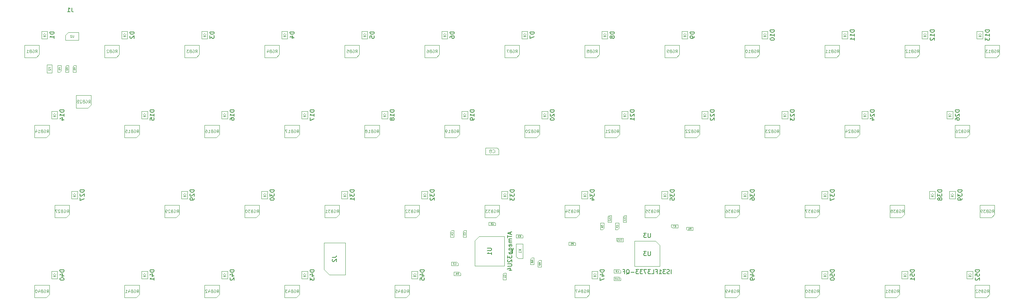
<source format=gbr>
%TF.GenerationSoftware,KiCad,Pcbnew,(6.0.1)*%
%TF.CreationDate,2022-02-20T07:15:50+01:00*%
%TF.ProjectId,atom47-rev5,61746f6d-3437-42d7-9265-76352e6b6963,rev?*%
%TF.SameCoordinates,Original*%
%TF.FileFunction,AssemblyDrawing,Bot*%
%FSLAX46Y46*%
G04 Gerber Fmt 4.6, Leading zero omitted, Abs format (unit mm)*
G04 Created by KiCad (PCBNEW (6.0.1)) date 2022-02-20 07:15:50*
%MOMM*%
%LPD*%
G01*
G04 APERTURE LIST*
%ADD10C,0.150000*%
%ADD11C,0.100000*%
%ADD12C,0.075000*%
%ADD13C,0.030000*%
%ADD14C,0.080000*%
%ADD15C,0.060000*%
%ADD16C,0.120000*%
G04 APERTURE END LIST*
D10*
X219591625Y-66651388D02*
X218591625Y-66651388D01*
X218591625Y-66889483D01*
X218639245Y-67032340D01*
X218734483Y-67127578D01*
X218829721Y-67175197D01*
X219020197Y-67222816D01*
X219163054Y-67222816D01*
X219353530Y-67175197D01*
X219448768Y-67127578D01*
X219544006Y-67032340D01*
X219591625Y-66889483D01*
X219591625Y-66651388D01*
X218591625Y-68127578D02*
X218591625Y-67651388D01*
X219067816Y-67603769D01*
X219020197Y-67651388D01*
X218972578Y-67746626D01*
X218972578Y-67984721D01*
X219020197Y-68079959D01*
X219067816Y-68127578D01*
X219163054Y-68175197D01*
X219401149Y-68175197D01*
X219496387Y-68127578D01*
X219544006Y-68079959D01*
X219591625Y-67984721D01*
X219591625Y-67746626D01*
X219544006Y-67651388D01*
X219496387Y-67603769D01*
X219591625Y-69127578D02*
X219591625Y-68556150D01*
X219591625Y-68841864D02*
X218591625Y-68841864D01*
X218734483Y-68746626D01*
X218829721Y-68651388D01*
X218877340Y-68556150D01*
X219591625Y-66651388D02*
X218591625Y-66651388D01*
X218591625Y-66889483D01*
X218639245Y-67032340D01*
X218734483Y-67127578D01*
X218829721Y-67175197D01*
X219020197Y-67222816D01*
X219163054Y-67222816D01*
X219353530Y-67175197D01*
X219448768Y-67127578D01*
X219544006Y-67032340D01*
X219591625Y-66889483D01*
X219591625Y-66651388D01*
X218591625Y-68127578D02*
X218591625Y-67651388D01*
X219067816Y-67603769D01*
X219020197Y-67651388D01*
X218972578Y-67746626D01*
X218972578Y-67984721D01*
X219020197Y-68079959D01*
X219067816Y-68127578D01*
X219163054Y-68175197D01*
X219401149Y-68175197D01*
X219496387Y-68127578D01*
X219544006Y-68079959D01*
X219591625Y-67984721D01*
X219591625Y-67746626D01*
X219544006Y-67651388D01*
X219496387Y-67603769D01*
X219591625Y-69127578D02*
X219591625Y-68556150D01*
X219591625Y-68841864D02*
X218591625Y-68841864D01*
X218734483Y-68746626D01*
X218829721Y-68651388D01*
X218877340Y-68556150D01*
X235069763Y-66651388D02*
X234069763Y-66651388D01*
X234069763Y-66889483D01*
X234117383Y-67032340D01*
X234212621Y-67127578D01*
X234307859Y-67175197D01*
X234498335Y-67222816D01*
X234641192Y-67222816D01*
X234831668Y-67175197D01*
X234926906Y-67127578D01*
X235022144Y-67032340D01*
X235069763Y-66889483D01*
X235069763Y-66651388D01*
X234069763Y-68127578D02*
X234069763Y-67651388D01*
X234545954Y-67603769D01*
X234498335Y-67651388D01*
X234450716Y-67746626D01*
X234450716Y-67984721D01*
X234498335Y-68079959D01*
X234545954Y-68127578D01*
X234641192Y-68175197D01*
X234879287Y-68175197D01*
X234974525Y-68127578D01*
X235022144Y-68079959D01*
X235069763Y-67984721D01*
X235069763Y-67746626D01*
X235022144Y-67651388D01*
X234974525Y-67603769D01*
X234165002Y-68556150D02*
X234117383Y-68603769D01*
X234069763Y-68699007D01*
X234069763Y-68937102D01*
X234117383Y-69032340D01*
X234165002Y-69079959D01*
X234260240Y-69127578D01*
X234355478Y-69127578D01*
X234498335Y-69079959D01*
X235069763Y-68508531D01*
X235069763Y-69127578D01*
X235069763Y-66651388D02*
X234069763Y-66651388D01*
X234069763Y-66889483D01*
X234117383Y-67032340D01*
X234212621Y-67127578D01*
X234307859Y-67175197D01*
X234498335Y-67222816D01*
X234641192Y-67222816D01*
X234831668Y-67175197D01*
X234926906Y-67127578D01*
X235022144Y-67032340D01*
X235069763Y-66889483D01*
X235069763Y-66651388D01*
X234069763Y-68127578D02*
X234069763Y-67651388D01*
X234545954Y-67603769D01*
X234498335Y-67651388D01*
X234450716Y-67746626D01*
X234450716Y-67984721D01*
X234498335Y-68079959D01*
X234545954Y-68127578D01*
X234641192Y-68175197D01*
X234879287Y-68175197D01*
X234974525Y-68127578D01*
X235022144Y-68079959D01*
X235069763Y-67984721D01*
X235069763Y-67746626D01*
X235022144Y-67651388D01*
X234974525Y-67603769D01*
X234165002Y-68556150D02*
X234117383Y-68603769D01*
X234069763Y-68699007D01*
X234069763Y-68937102D01*
X234117383Y-69032340D01*
X234165002Y-69079959D01*
X234260240Y-69127578D01*
X234355478Y-69127578D01*
X234498335Y-69079959D01*
X235069763Y-68508531D01*
X235069763Y-69127578D01*
X102910277Y-66651388D02*
X101910277Y-66651388D01*
X101910277Y-66889483D01*
X101957897Y-67032340D01*
X102053135Y-67127578D01*
X102148373Y-67175197D01*
X102338849Y-67222816D01*
X102481706Y-67222816D01*
X102672182Y-67175197D01*
X102767420Y-67127578D01*
X102862658Y-67032340D01*
X102910277Y-66889483D01*
X102910277Y-66651388D01*
X102243611Y-68079959D02*
X102910277Y-68079959D01*
X101862658Y-67841864D02*
X102576944Y-67603769D01*
X102576944Y-68222816D01*
X101910277Y-69079959D02*
X101910277Y-68603769D01*
X102386468Y-68556150D01*
X102338849Y-68603769D01*
X102291230Y-68699007D01*
X102291230Y-68937102D01*
X102338849Y-69032340D01*
X102386468Y-69079959D01*
X102481706Y-69127578D01*
X102719801Y-69127578D01*
X102815039Y-69079959D01*
X102862658Y-69032340D01*
X102910277Y-68937102D01*
X102910277Y-68699007D01*
X102862658Y-68603769D01*
X102815039Y-68556150D01*
X102910277Y-66651388D02*
X101910277Y-66651388D01*
X101910277Y-66889483D01*
X101957897Y-67032340D01*
X102053135Y-67127578D01*
X102148373Y-67175197D01*
X102338849Y-67222816D01*
X102481706Y-67222816D01*
X102672182Y-67175197D01*
X102767420Y-67127578D01*
X102862658Y-67032340D01*
X102910277Y-66889483D01*
X102910277Y-66651388D01*
X102243611Y-68079959D02*
X102910277Y-68079959D01*
X101862658Y-67841864D02*
X102576944Y-67603769D01*
X102576944Y-68222816D01*
X101910277Y-69079959D02*
X101910277Y-68603769D01*
X102386468Y-68556150D01*
X102338849Y-68603769D01*
X102291230Y-68699007D01*
X102291230Y-68937102D01*
X102338849Y-69032340D01*
X102386468Y-69079959D01*
X102481706Y-69127578D01*
X102719801Y-69127578D01*
X102815039Y-69079959D01*
X102862658Y-69032340D01*
X102910277Y-68937102D01*
X102910277Y-68699007D01*
X102862658Y-68603769D01*
X102815039Y-68556150D01*
X181491593Y-66651388D02*
X180491593Y-66651388D01*
X180491593Y-66889483D01*
X180539213Y-67032340D01*
X180634451Y-67127578D01*
X180729689Y-67175197D01*
X180920165Y-67222816D01*
X181063022Y-67222816D01*
X181253498Y-67175197D01*
X181348736Y-67127578D01*
X181443974Y-67032340D01*
X181491593Y-66889483D01*
X181491593Y-66651388D01*
X180824927Y-68079959D02*
X181491593Y-68079959D01*
X180443974Y-67841864D02*
X181158260Y-67603769D01*
X181158260Y-68222816D01*
X181491593Y-68651388D02*
X181491593Y-68841864D01*
X181443974Y-68937102D01*
X181396355Y-68984721D01*
X181253498Y-69079959D01*
X181063022Y-69127578D01*
X180682070Y-69127578D01*
X180586832Y-69079959D01*
X180539213Y-69032340D01*
X180491593Y-68937102D01*
X180491593Y-68746626D01*
X180539213Y-68651388D01*
X180586832Y-68603769D01*
X180682070Y-68556150D01*
X180920165Y-68556150D01*
X181015403Y-68603769D01*
X181063022Y-68651388D01*
X181110641Y-68746626D01*
X181110641Y-68937102D01*
X181063022Y-69032340D01*
X181015403Y-69079959D01*
X180920165Y-69127578D01*
X181491593Y-66651388D02*
X180491593Y-66651388D01*
X180491593Y-66889483D01*
X180539213Y-67032340D01*
X180634451Y-67127578D01*
X180729689Y-67175197D01*
X180920165Y-67222816D01*
X181063022Y-67222816D01*
X181253498Y-67175197D01*
X181348736Y-67127578D01*
X181443974Y-67032340D01*
X181491593Y-66889483D01*
X181491593Y-66651388D01*
X180824927Y-68079959D02*
X181491593Y-68079959D01*
X180443974Y-67841864D02*
X181158260Y-67603769D01*
X181158260Y-68222816D01*
X181491593Y-68651388D02*
X181491593Y-68841864D01*
X181443974Y-68937102D01*
X181396355Y-68984721D01*
X181253498Y-69079959D01*
X181063022Y-69127578D01*
X180682070Y-69127578D01*
X180586832Y-69079959D01*
X180539213Y-69032340D01*
X180491593Y-68937102D01*
X180491593Y-68746626D01*
X180539213Y-68651388D01*
X180586832Y-68603769D01*
X180682070Y-68556150D01*
X180920165Y-68556150D01*
X181015403Y-68603769D01*
X181063022Y-68651388D01*
X181110641Y-68746626D01*
X181110641Y-68937102D01*
X181063022Y-69032340D01*
X181015403Y-69079959D01*
X180920165Y-69127578D01*
X76716505Y-66651388D02*
X75716505Y-66651388D01*
X75716505Y-66889483D01*
X75764125Y-67032340D01*
X75859363Y-67127578D01*
X75954601Y-67175197D01*
X76145077Y-67222816D01*
X76287934Y-67222816D01*
X76478410Y-67175197D01*
X76573648Y-67127578D01*
X76668886Y-67032340D01*
X76716505Y-66889483D01*
X76716505Y-66651388D01*
X76049839Y-68079959D02*
X76716505Y-68079959D01*
X75668886Y-67841864D02*
X76383172Y-67603769D01*
X76383172Y-68222816D01*
X75716505Y-68508531D02*
X75716505Y-69127578D01*
X76097458Y-68794245D01*
X76097458Y-68937102D01*
X76145077Y-69032340D01*
X76192696Y-69079959D01*
X76287934Y-69127578D01*
X76526029Y-69127578D01*
X76621267Y-69079959D01*
X76668886Y-69032340D01*
X76716505Y-68937102D01*
X76716505Y-68651388D01*
X76668886Y-68556150D01*
X76621267Y-68508531D01*
X76716505Y-66651388D02*
X75716505Y-66651388D01*
X75716505Y-66889483D01*
X75764125Y-67032340D01*
X75859363Y-67127578D01*
X75954601Y-67175197D01*
X76145077Y-67222816D01*
X76287934Y-67222816D01*
X76478410Y-67175197D01*
X76573648Y-67127578D01*
X76668886Y-67032340D01*
X76716505Y-66889483D01*
X76716505Y-66651388D01*
X76049839Y-68079959D02*
X76716505Y-68079959D01*
X75668886Y-67841864D02*
X76383172Y-67603769D01*
X76383172Y-68222816D01*
X75716505Y-68508531D02*
X75716505Y-69127578D01*
X76097458Y-68794245D01*
X76097458Y-68937102D01*
X76145077Y-69032340D01*
X76192696Y-69079959D01*
X76287934Y-69127578D01*
X76526029Y-69127578D01*
X76621267Y-69079959D01*
X76668886Y-69032340D01*
X76716505Y-68937102D01*
X76716505Y-68651388D01*
X76668886Y-68556150D01*
X76621267Y-68508531D01*
X200541609Y-66651388D02*
X199541609Y-66651388D01*
X199541609Y-66889483D01*
X199589229Y-67032340D01*
X199684467Y-67127578D01*
X199779705Y-67175197D01*
X199970181Y-67222816D01*
X200113038Y-67222816D01*
X200303514Y-67175197D01*
X200398752Y-67127578D01*
X200493990Y-67032340D01*
X200541609Y-66889483D01*
X200541609Y-66651388D01*
X199541609Y-68127578D02*
X199541609Y-67651388D01*
X200017800Y-67603769D01*
X199970181Y-67651388D01*
X199922562Y-67746626D01*
X199922562Y-67984721D01*
X199970181Y-68079959D01*
X200017800Y-68127578D01*
X200113038Y-68175197D01*
X200351133Y-68175197D01*
X200446371Y-68127578D01*
X200493990Y-68079959D01*
X200541609Y-67984721D01*
X200541609Y-67746626D01*
X200493990Y-67651388D01*
X200446371Y-67603769D01*
X199541609Y-68794245D02*
X199541609Y-68889483D01*
X199589229Y-68984721D01*
X199636848Y-69032340D01*
X199732086Y-69079959D01*
X199922562Y-69127578D01*
X200160657Y-69127578D01*
X200351133Y-69079959D01*
X200446371Y-69032340D01*
X200493990Y-68984721D01*
X200541609Y-68889483D01*
X200541609Y-68794245D01*
X200493990Y-68699007D01*
X200446371Y-68651388D01*
X200351133Y-68603769D01*
X200160657Y-68556150D01*
X199922562Y-68556150D01*
X199732086Y-68603769D01*
X199636848Y-68651388D01*
X199589229Y-68699007D01*
X199541609Y-68794245D01*
X200541609Y-66651388D02*
X199541609Y-66651388D01*
X199541609Y-66889483D01*
X199589229Y-67032340D01*
X199684467Y-67127578D01*
X199779705Y-67175197D01*
X199970181Y-67222816D01*
X200113038Y-67222816D01*
X200303514Y-67175197D01*
X200398752Y-67127578D01*
X200493990Y-67032340D01*
X200541609Y-66889483D01*
X200541609Y-66651388D01*
X199541609Y-68127578D02*
X199541609Y-67651388D01*
X200017800Y-67603769D01*
X199970181Y-67651388D01*
X199922562Y-67746626D01*
X199922562Y-67984721D01*
X199970181Y-68079959D01*
X200017800Y-68127578D01*
X200113038Y-68175197D01*
X200351133Y-68175197D01*
X200446371Y-68127578D01*
X200493990Y-68079959D01*
X200541609Y-67984721D01*
X200541609Y-67746626D01*
X200493990Y-67651388D01*
X200446371Y-67603769D01*
X199541609Y-68794245D02*
X199541609Y-68889483D01*
X199589229Y-68984721D01*
X199636848Y-69032340D01*
X199732086Y-69079959D01*
X199922562Y-69127578D01*
X200160657Y-69127578D01*
X200351133Y-69079959D01*
X200446371Y-69032340D01*
X200493990Y-68984721D01*
X200541609Y-68889483D01*
X200541609Y-68794245D01*
X200493990Y-68699007D01*
X200446371Y-68651388D01*
X200351133Y-68603769D01*
X200160657Y-68556150D01*
X199922562Y-68556150D01*
X199732086Y-68603769D01*
X199636848Y-68651388D01*
X199589229Y-68699007D01*
X199541609Y-68794245D01*
X145772813Y-66651388D02*
X144772813Y-66651388D01*
X144772813Y-66889483D01*
X144820433Y-67032340D01*
X144915671Y-67127578D01*
X145010909Y-67175197D01*
X145201385Y-67222816D01*
X145344242Y-67222816D01*
X145534718Y-67175197D01*
X145629956Y-67127578D01*
X145725194Y-67032340D01*
X145772813Y-66889483D01*
X145772813Y-66651388D01*
X145106147Y-68079959D02*
X145772813Y-68079959D01*
X144725194Y-67841864D02*
X145439480Y-67603769D01*
X145439480Y-68222816D01*
X144772813Y-68508531D02*
X144772813Y-69175197D01*
X145772813Y-68746626D01*
X145772813Y-66651388D02*
X144772813Y-66651388D01*
X144772813Y-66889483D01*
X144820433Y-67032340D01*
X144915671Y-67127578D01*
X145010909Y-67175197D01*
X145201385Y-67222816D01*
X145344242Y-67222816D01*
X145534718Y-67175197D01*
X145629956Y-67127578D01*
X145725194Y-67032340D01*
X145772813Y-66889483D01*
X145772813Y-66651388D01*
X145106147Y-68079959D02*
X145772813Y-68079959D01*
X144725194Y-67841864D02*
X145439480Y-67603769D01*
X145439480Y-68222816D01*
X144772813Y-68508531D02*
X144772813Y-69175197D01*
X145772813Y-68746626D01*
X162441577Y-47601372D02*
X161441577Y-47601372D01*
X161441577Y-47839467D01*
X161489197Y-47982324D01*
X161584435Y-48077562D01*
X161679673Y-48125181D01*
X161870149Y-48172800D01*
X162013006Y-48172800D01*
X162203482Y-48125181D01*
X162298720Y-48077562D01*
X162393958Y-47982324D01*
X162441577Y-47839467D01*
X162441577Y-47601372D01*
X161441577Y-48506134D02*
X161441577Y-49125181D01*
X161822530Y-48791848D01*
X161822530Y-48934705D01*
X161870149Y-49029943D01*
X161917768Y-49077562D01*
X162013006Y-49125181D01*
X162251101Y-49125181D01*
X162346339Y-49077562D01*
X162393958Y-49029943D01*
X162441577Y-48934705D01*
X162441577Y-48648991D01*
X162393958Y-48553753D01*
X162346339Y-48506134D01*
X161441577Y-50029943D02*
X161441577Y-49553753D01*
X161917768Y-49506134D01*
X161870149Y-49553753D01*
X161822530Y-49648991D01*
X161822530Y-49887086D01*
X161870149Y-49982324D01*
X161917768Y-50029943D01*
X162013006Y-50077562D01*
X162251101Y-50077562D01*
X162346339Y-50029943D01*
X162393958Y-49982324D01*
X162441577Y-49887086D01*
X162441577Y-49648991D01*
X162393958Y-49553753D01*
X162346339Y-49506134D01*
X162441577Y-47601372D02*
X161441577Y-47601372D01*
X161441577Y-47839467D01*
X161489197Y-47982324D01*
X161584435Y-48077562D01*
X161679673Y-48125181D01*
X161870149Y-48172800D01*
X162013006Y-48172800D01*
X162203482Y-48125181D01*
X162298720Y-48077562D01*
X162393958Y-47982324D01*
X162441577Y-47839467D01*
X162441577Y-47601372D01*
X161441577Y-48506134D02*
X161441577Y-49125181D01*
X161822530Y-48791848D01*
X161822530Y-48934705D01*
X161870149Y-49029943D01*
X161917768Y-49077562D01*
X162013006Y-49125181D01*
X162251101Y-49125181D01*
X162346339Y-49077562D01*
X162393958Y-49029943D01*
X162441577Y-48934705D01*
X162441577Y-48648991D01*
X162393958Y-48553753D01*
X162346339Y-48506134D01*
X161441577Y-50029943D02*
X161441577Y-49553753D01*
X161917768Y-49506134D01*
X161870149Y-49553753D01*
X161822530Y-49648991D01*
X161822530Y-49887086D01*
X161870149Y-49982324D01*
X161917768Y-50029943D01*
X162013006Y-50077562D01*
X162251101Y-50077562D01*
X162346339Y-50029943D01*
X162393958Y-49982324D01*
X162441577Y-49887086D01*
X162441577Y-49648991D01*
X162393958Y-49553753D01*
X162346339Y-49506134D01*
X38616473Y-66651388D02*
X37616473Y-66651388D01*
X37616473Y-66889483D01*
X37664093Y-67032340D01*
X37759331Y-67127578D01*
X37854569Y-67175197D01*
X38045045Y-67222816D01*
X38187902Y-67222816D01*
X38378378Y-67175197D01*
X38473616Y-67127578D01*
X38568854Y-67032340D01*
X38616473Y-66889483D01*
X38616473Y-66651388D01*
X37949807Y-68079959D02*
X38616473Y-68079959D01*
X37568854Y-67841864D02*
X38283140Y-67603769D01*
X38283140Y-68222816D01*
X38616473Y-69127578D02*
X38616473Y-68556150D01*
X38616473Y-68841864D02*
X37616473Y-68841864D01*
X37759331Y-68746626D01*
X37854569Y-68651388D01*
X37902188Y-68556150D01*
X38616473Y-66651388D02*
X37616473Y-66651388D01*
X37616473Y-66889483D01*
X37664093Y-67032340D01*
X37759331Y-67127578D01*
X37854569Y-67175197D01*
X38045045Y-67222816D01*
X38187902Y-67222816D01*
X38378378Y-67175197D01*
X38473616Y-67127578D01*
X38568854Y-67032340D01*
X38616473Y-66889483D01*
X38616473Y-66651388D01*
X37949807Y-68079959D02*
X38616473Y-68079959D01*
X37568854Y-67841864D02*
X38283140Y-67603769D01*
X38283140Y-68222816D01*
X38616473Y-69127578D02*
X38616473Y-68556150D01*
X38616473Y-68841864D02*
X37616473Y-68841864D01*
X37759331Y-68746626D01*
X37854569Y-68651388D01*
X37902188Y-68556150D01*
X17185205Y-66651388D02*
X16185205Y-66651388D01*
X16185205Y-66889483D01*
X16232825Y-67032340D01*
X16328063Y-67127578D01*
X16423301Y-67175197D01*
X16613777Y-67222816D01*
X16756634Y-67222816D01*
X16947110Y-67175197D01*
X17042348Y-67127578D01*
X17137586Y-67032340D01*
X17185205Y-66889483D01*
X17185205Y-66651388D01*
X16518539Y-68079959D02*
X17185205Y-68079959D01*
X16137586Y-67841864D02*
X16851872Y-67603769D01*
X16851872Y-68222816D01*
X16185205Y-68794245D02*
X16185205Y-68889483D01*
X16232825Y-68984721D01*
X16280444Y-69032340D01*
X16375682Y-69079959D01*
X16566158Y-69127578D01*
X16804253Y-69127578D01*
X16994729Y-69079959D01*
X17089967Y-69032340D01*
X17137586Y-68984721D01*
X17185205Y-68889483D01*
X17185205Y-68794245D01*
X17137586Y-68699007D01*
X17089967Y-68651388D01*
X16994729Y-68603769D01*
X16804253Y-68556150D01*
X16566158Y-68556150D01*
X16375682Y-68603769D01*
X16280444Y-68651388D01*
X16232825Y-68699007D01*
X16185205Y-68794245D01*
X17185205Y-66651388D02*
X16185205Y-66651388D01*
X16185205Y-66889483D01*
X16232825Y-67032340D01*
X16328063Y-67127578D01*
X16423301Y-67175197D01*
X16613777Y-67222816D01*
X16756634Y-67222816D01*
X16947110Y-67175197D01*
X17042348Y-67127578D01*
X17137586Y-67032340D01*
X17185205Y-66889483D01*
X17185205Y-66651388D01*
X16518539Y-68079959D02*
X17185205Y-68079959D01*
X16137586Y-67841864D02*
X16851872Y-67603769D01*
X16851872Y-68222816D01*
X16185205Y-68794245D02*
X16185205Y-68889483D01*
X16232825Y-68984721D01*
X16280444Y-69032340D01*
X16375682Y-69079959D01*
X16566158Y-69127578D01*
X16804253Y-69127578D01*
X16994729Y-69079959D01*
X17089967Y-69032340D01*
X17137586Y-68984721D01*
X17185205Y-68889483D01*
X17185205Y-68794245D01*
X17137586Y-68699007D01*
X17089967Y-68651388D01*
X16994729Y-68603769D01*
X16804253Y-68556150D01*
X16566158Y-68556150D01*
X16375682Y-68603769D01*
X16280444Y-68651388D01*
X16232825Y-68699007D01*
X16185205Y-68794245D01*
X143391561Y-47601372D02*
X142391561Y-47601372D01*
X142391561Y-47839467D01*
X142439181Y-47982324D01*
X142534419Y-48077562D01*
X142629657Y-48125181D01*
X142820133Y-48172800D01*
X142962990Y-48172800D01*
X143153466Y-48125181D01*
X143248704Y-48077562D01*
X143343942Y-47982324D01*
X143391561Y-47839467D01*
X143391561Y-47601372D01*
X142391561Y-48506134D02*
X142391561Y-49125181D01*
X142772514Y-48791848D01*
X142772514Y-48934705D01*
X142820133Y-49029943D01*
X142867752Y-49077562D01*
X142962990Y-49125181D01*
X143201085Y-49125181D01*
X143296323Y-49077562D01*
X143343942Y-49029943D01*
X143391561Y-48934705D01*
X143391561Y-48648991D01*
X143343942Y-48553753D01*
X143296323Y-48506134D01*
X142724895Y-49982324D02*
X143391561Y-49982324D01*
X142343942Y-49744229D02*
X143058228Y-49506134D01*
X143058228Y-50125181D01*
X143391561Y-47601372D02*
X142391561Y-47601372D01*
X142391561Y-47839467D01*
X142439181Y-47982324D01*
X142534419Y-48077562D01*
X142629657Y-48125181D01*
X142820133Y-48172800D01*
X142962990Y-48172800D01*
X143153466Y-48125181D01*
X143248704Y-48077562D01*
X143343942Y-47982324D01*
X143391561Y-47839467D01*
X143391561Y-47601372D01*
X142391561Y-48506134D02*
X142391561Y-49125181D01*
X142772514Y-48791848D01*
X142772514Y-48934705D01*
X142820133Y-49029943D01*
X142867752Y-49077562D01*
X142962990Y-49125181D01*
X143201085Y-49125181D01*
X143296323Y-49077562D01*
X143343942Y-49029943D01*
X143391561Y-48934705D01*
X143391561Y-48648991D01*
X143343942Y-48553753D01*
X143296323Y-48506134D01*
X142724895Y-49982324D02*
X143391561Y-49982324D01*
X142343942Y-49744229D02*
X143058228Y-49506134D01*
X143058228Y-50125181D01*
X230902372Y-47601372D02*
X229902372Y-47601372D01*
X229902372Y-47839467D01*
X229949992Y-47982324D01*
X230045230Y-48077562D01*
X230140468Y-48125181D01*
X230330944Y-48172800D01*
X230473801Y-48172800D01*
X230664277Y-48125181D01*
X230759515Y-48077562D01*
X230854753Y-47982324D01*
X230902372Y-47839467D01*
X230902372Y-47601372D01*
X229902372Y-48506134D02*
X229902372Y-49125181D01*
X230283325Y-48791848D01*
X230283325Y-48934705D01*
X230330944Y-49029943D01*
X230378563Y-49077562D01*
X230473801Y-49125181D01*
X230711896Y-49125181D01*
X230807134Y-49077562D01*
X230854753Y-49029943D01*
X230902372Y-48934705D01*
X230902372Y-48648991D01*
X230854753Y-48553753D01*
X230807134Y-48506134D01*
X230902372Y-49601372D02*
X230902372Y-49791848D01*
X230854753Y-49887086D01*
X230807134Y-49934705D01*
X230664277Y-50029943D01*
X230473801Y-50077562D01*
X230092849Y-50077562D01*
X229997611Y-50029943D01*
X229949992Y-49982324D01*
X229902372Y-49887086D01*
X229902372Y-49696610D01*
X229949992Y-49601372D01*
X229997611Y-49553753D01*
X230092849Y-49506134D01*
X230330944Y-49506134D01*
X230426182Y-49553753D01*
X230473801Y-49601372D01*
X230521420Y-49696610D01*
X230521420Y-49887086D01*
X230473801Y-49982324D01*
X230426182Y-50029943D01*
X230330944Y-50077562D01*
X230902372Y-47601372D02*
X229902372Y-47601372D01*
X229902372Y-47839467D01*
X229949992Y-47982324D01*
X230045230Y-48077562D01*
X230140468Y-48125181D01*
X230330944Y-48172800D01*
X230473801Y-48172800D01*
X230664277Y-48125181D01*
X230759515Y-48077562D01*
X230854753Y-47982324D01*
X230902372Y-47839467D01*
X230902372Y-47601372D01*
X229902372Y-48506134D02*
X229902372Y-49125181D01*
X230283325Y-48791848D01*
X230283325Y-48934705D01*
X230330944Y-49029943D01*
X230378563Y-49077562D01*
X230473801Y-49125181D01*
X230711896Y-49125181D01*
X230807134Y-49077562D01*
X230854753Y-49029943D01*
X230902372Y-48934705D01*
X230902372Y-48648991D01*
X230854753Y-48553753D01*
X230807134Y-48506134D01*
X230902372Y-49601372D02*
X230902372Y-49791848D01*
X230854753Y-49887086D01*
X230807134Y-49934705D01*
X230664277Y-50029943D01*
X230473801Y-50077562D01*
X230092849Y-50077562D01*
X229997611Y-50029943D01*
X229949992Y-49982324D01*
X229902372Y-49887086D01*
X229902372Y-49696610D01*
X229949992Y-49601372D01*
X229997611Y-49553753D01*
X230092849Y-49506134D01*
X230330944Y-49506134D01*
X230426182Y-49553753D01*
X230473801Y-49601372D01*
X230521420Y-49696610D01*
X230521420Y-49887086D01*
X230473801Y-49982324D01*
X230426182Y-50029943D01*
X230330944Y-50077562D01*
X226140068Y-47601372D02*
X225140068Y-47601372D01*
X225140068Y-47839467D01*
X225187688Y-47982324D01*
X225282926Y-48077562D01*
X225378164Y-48125181D01*
X225568640Y-48172800D01*
X225711497Y-48172800D01*
X225901973Y-48125181D01*
X225997211Y-48077562D01*
X226092449Y-47982324D01*
X226140068Y-47839467D01*
X226140068Y-47601372D01*
X225140068Y-48506134D02*
X225140068Y-49125181D01*
X225521021Y-48791848D01*
X225521021Y-48934705D01*
X225568640Y-49029943D01*
X225616259Y-49077562D01*
X225711497Y-49125181D01*
X225949592Y-49125181D01*
X226044830Y-49077562D01*
X226092449Y-49029943D01*
X226140068Y-48934705D01*
X226140068Y-48648991D01*
X226092449Y-48553753D01*
X226044830Y-48506134D01*
X225568640Y-49696610D02*
X225521021Y-49601372D01*
X225473402Y-49553753D01*
X225378164Y-49506134D01*
X225330545Y-49506134D01*
X225235307Y-49553753D01*
X225187688Y-49601372D01*
X225140068Y-49696610D01*
X225140068Y-49887086D01*
X225187688Y-49982324D01*
X225235307Y-50029943D01*
X225330545Y-50077562D01*
X225378164Y-50077562D01*
X225473402Y-50029943D01*
X225521021Y-49982324D01*
X225568640Y-49887086D01*
X225568640Y-49696610D01*
X225616259Y-49601372D01*
X225663878Y-49553753D01*
X225759116Y-49506134D01*
X225949592Y-49506134D01*
X226044830Y-49553753D01*
X226092449Y-49601372D01*
X226140068Y-49696610D01*
X226140068Y-49887086D01*
X226092449Y-49982324D01*
X226044830Y-50029943D01*
X225949592Y-50077562D01*
X225759116Y-50077562D01*
X225663878Y-50029943D01*
X225616259Y-49982324D01*
X225568640Y-49887086D01*
X226140068Y-47601372D02*
X225140068Y-47601372D01*
X225140068Y-47839467D01*
X225187688Y-47982324D01*
X225282926Y-48077562D01*
X225378164Y-48125181D01*
X225568640Y-48172800D01*
X225711497Y-48172800D01*
X225901973Y-48125181D01*
X225997211Y-48077562D01*
X226092449Y-47982324D01*
X226140068Y-47839467D01*
X226140068Y-47601372D01*
X225140068Y-48506134D02*
X225140068Y-49125181D01*
X225521021Y-48791848D01*
X225521021Y-48934705D01*
X225568640Y-49029943D01*
X225616259Y-49077562D01*
X225711497Y-49125181D01*
X225949592Y-49125181D01*
X226044830Y-49077562D01*
X226092449Y-49029943D01*
X226140068Y-48934705D01*
X226140068Y-48648991D01*
X226092449Y-48553753D01*
X226044830Y-48506134D01*
X225568640Y-49696610D02*
X225521021Y-49601372D01*
X225473402Y-49553753D01*
X225378164Y-49506134D01*
X225330545Y-49506134D01*
X225235307Y-49553753D01*
X225187688Y-49601372D01*
X225140068Y-49696610D01*
X225140068Y-49887086D01*
X225187688Y-49982324D01*
X225235307Y-50029943D01*
X225330545Y-50077562D01*
X225378164Y-50077562D01*
X225473402Y-50029943D01*
X225521021Y-49982324D01*
X225568640Y-49887086D01*
X225568640Y-49696610D01*
X225616259Y-49601372D01*
X225663878Y-49553753D01*
X225759116Y-49506134D01*
X225949592Y-49506134D01*
X226044830Y-49553753D01*
X226092449Y-49601372D01*
X226140068Y-49696610D01*
X226140068Y-49887086D01*
X226092449Y-49982324D01*
X226044830Y-50029943D01*
X225949592Y-50077562D01*
X225759116Y-50077562D01*
X225663878Y-50029943D01*
X225616259Y-49982324D01*
X225568640Y-49887086D01*
X200541609Y-47601372D02*
X199541609Y-47601372D01*
X199541609Y-47839467D01*
X199589229Y-47982324D01*
X199684467Y-48077562D01*
X199779705Y-48125181D01*
X199970181Y-48172800D01*
X200113038Y-48172800D01*
X200303514Y-48125181D01*
X200398752Y-48077562D01*
X200493990Y-47982324D01*
X200541609Y-47839467D01*
X200541609Y-47601372D01*
X199541609Y-48506134D02*
X199541609Y-49125181D01*
X199922562Y-48791848D01*
X199922562Y-48934705D01*
X199970181Y-49029943D01*
X200017800Y-49077562D01*
X200113038Y-49125181D01*
X200351133Y-49125181D01*
X200446371Y-49077562D01*
X200493990Y-49029943D01*
X200541609Y-48934705D01*
X200541609Y-48648991D01*
X200493990Y-48553753D01*
X200446371Y-48506134D01*
X199541609Y-49458515D02*
X199541609Y-50125181D01*
X200541609Y-49696610D01*
X200541609Y-47601372D02*
X199541609Y-47601372D01*
X199541609Y-47839467D01*
X199589229Y-47982324D01*
X199684467Y-48077562D01*
X199779705Y-48125181D01*
X199970181Y-48172800D01*
X200113038Y-48172800D01*
X200303514Y-48125181D01*
X200398752Y-48077562D01*
X200493990Y-47982324D01*
X200541609Y-47839467D01*
X200541609Y-47601372D01*
X199541609Y-48506134D02*
X199541609Y-49125181D01*
X199922562Y-48791848D01*
X199922562Y-48934705D01*
X199970181Y-49029943D01*
X200017800Y-49077562D01*
X200113038Y-49125181D01*
X200351133Y-49125181D01*
X200446371Y-49077562D01*
X200493990Y-49029943D01*
X200541609Y-48934705D01*
X200541609Y-48648991D01*
X200493990Y-48553753D01*
X200446371Y-48506134D01*
X199541609Y-49458515D02*
X199541609Y-50125181D01*
X200541609Y-49696610D01*
X181491593Y-47601372D02*
X180491593Y-47601372D01*
X180491593Y-47839467D01*
X180539213Y-47982324D01*
X180634451Y-48077562D01*
X180729689Y-48125181D01*
X180920165Y-48172800D01*
X181063022Y-48172800D01*
X181253498Y-48125181D01*
X181348736Y-48077562D01*
X181443974Y-47982324D01*
X181491593Y-47839467D01*
X181491593Y-47601372D01*
X180491593Y-48506134D02*
X180491593Y-49125181D01*
X180872546Y-48791848D01*
X180872546Y-48934705D01*
X180920165Y-49029943D01*
X180967784Y-49077562D01*
X181063022Y-49125181D01*
X181301117Y-49125181D01*
X181396355Y-49077562D01*
X181443974Y-49029943D01*
X181491593Y-48934705D01*
X181491593Y-48648991D01*
X181443974Y-48553753D01*
X181396355Y-48506134D01*
X180491593Y-49982324D02*
X180491593Y-49791848D01*
X180539213Y-49696610D01*
X180586832Y-49648991D01*
X180729689Y-49553753D01*
X180920165Y-49506134D01*
X181301117Y-49506134D01*
X181396355Y-49553753D01*
X181443974Y-49601372D01*
X181491593Y-49696610D01*
X181491593Y-49887086D01*
X181443974Y-49982324D01*
X181396355Y-50029943D01*
X181301117Y-50077562D01*
X181063022Y-50077562D01*
X180967784Y-50029943D01*
X180920165Y-49982324D01*
X180872546Y-49887086D01*
X180872546Y-49696610D01*
X180920165Y-49601372D01*
X180967784Y-49553753D01*
X181063022Y-49506134D01*
X181491593Y-47601372D02*
X180491593Y-47601372D01*
X180491593Y-47839467D01*
X180539213Y-47982324D01*
X180634451Y-48077562D01*
X180729689Y-48125181D01*
X180920165Y-48172800D01*
X181063022Y-48172800D01*
X181253498Y-48125181D01*
X181348736Y-48077562D01*
X181443974Y-47982324D01*
X181491593Y-47839467D01*
X181491593Y-47601372D01*
X180491593Y-48506134D02*
X180491593Y-49125181D01*
X180872546Y-48791848D01*
X180872546Y-48934705D01*
X180920165Y-49029943D01*
X180967784Y-49077562D01*
X181063022Y-49125181D01*
X181301117Y-49125181D01*
X181396355Y-49077562D01*
X181443974Y-49029943D01*
X181491593Y-48934705D01*
X181491593Y-48648991D01*
X181443974Y-48553753D01*
X181396355Y-48506134D01*
X180491593Y-49982324D02*
X180491593Y-49791848D01*
X180539213Y-49696610D01*
X180586832Y-49648991D01*
X180729689Y-49553753D01*
X180920165Y-49506134D01*
X181301117Y-49506134D01*
X181396355Y-49553753D01*
X181443974Y-49601372D01*
X181491593Y-49696610D01*
X181491593Y-49887086D01*
X181443974Y-49982324D01*
X181396355Y-50029943D01*
X181301117Y-50077562D01*
X181063022Y-50077562D01*
X180967784Y-50029943D01*
X180920165Y-49982324D01*
X180872546Y-49887086D01*
X180872546Y-49696610D01*
X180920165Y-49601372D01*
X180967784Y-49553753D01*
X181063022Y-49506134D01*
X124341545Y-47601372D02*
X123341545Y-47601372D01*
X123341545Y-47839467D01*
X123389165Y-47982324D01*
X123484403Y-48077562D01*
X123579641Y-48125181D01*
X123770117Y-48172800D01*
X123912974Y-48172800D01*
X124103450Y-48125181D01*
X124198688Y-48077562D01*
X124293926Y-47982324D01*
X124341545Y-47839467D01*
X124341545Y-47601372D01*
X123341545Y-48506134D02*
X123341545Y-49125181D01*
X123722498Y-48791848D01*
X123722498Y-48934705D01*
X123770117Y-49029943D01*
X123817736Y-49077562D01*
X123912974Y-49125181D01*
X124151069Y-49125181D01*
X124246307Y-49077562D01*
X124293926Y-49029943D01*
X124341545Y-48934705D01*
X124341545Y-48648991D01*
X124293926Y-48553753D01*
X124246307Y-48506134D01*
X123341545Y-49458515D02*
X123341545Y-50077562D01*
X123722498Y-49744229D01*
X123722498Y-49887086D01*
X123770117Y-49982324D01*
X123817736Y-50029943D01*
X123912974Y-50077562D01*
X124151069Y-50077562D01*
X124246307Y-50029943D01*
X124293926Y-49982324D01*
X124341545Y-49887086D01*
X124341545Y-49601372D01*
X124293926Y-49506134D01*
X124246307Y-49458515D01*
X124341545Y-47601372D02*
X123341545Y-47601372D01*
X123341545Y-47839467D01*
X123389165Y-47982324D01*
X123484403Y-48077562D01*
X123579641Y-48125181D01*
X123770117Y-48172800D01*
X123912974Y-48172800D01*
X124103450Y-48125181D01*
X124198688Y-48077562D01*
X124293926Y-47982324D01*
X124341545Y-47839467D01*
X124341545Y-47601372D01*
X123341545Y-48506134D02*
X123341545Y-49125181D01*
X123722498Y-48791848D01*
X123722498Y-48934705D01*
X123770117Y-49029943D01*
X123817736Y-49077562D01*
X123912974Y-49125181D01*
X124151069Y-49125181D01*
X124246307Y-49077562D01*
X124293926Y-49029943D01*
X124341545Y-48934705D01*
X124341545Y-48648991D01*
X124293926Y-48553753D01*
X124246307Y-48506134D01*
X123341545Y-49458515D02*
X123341545Y-50077562D01*
X123722498Y-49744229D01*
X123722498Y-49887086D01*
X123770117Y-49982324D01*
X123817736Y-50029943D01*
X123912974Y-50077562D01*
X124151069Y-50077562D01*
X124246307Y-50029943D01*
X124293926Y-49982324D01*
X124341545Y-49887086D01*
X124341545Y-49601372D01*
X124293926Y-49506134D01*
X124246307Y-49458515D01*
X86241513Y-47601372D02*
X85241513Y-47601372D01*
X85241513Y-47839467D01*
X85289133Y-47982324D01*
X85384371Y-48077562D01*
X85479609Y-48125181D01*
X85670085Y-48172800D01*
X85812942Y-48172800D01*
X86003418Y-48125181D01*
X86098656Y-48077562D01*
X86193894Y-47982324D01*
X86241513Y-47839467D01*
X86241513Y-47601372D01*
X85241513Y-48506134D02*
X85241513Y-49125181D01*
X85622466Y-48791848D01*
X85622466Y-48934705D01*
X85670085Y-49029943D01*
X85717704Y-49077562D01*
X85812942Y-49125181D01*
X86051037Y-49125181D01*
X86146275Y-49077562D01*
X86193894Y-49029943D01*
X86241513Y-48934705D01*
X86241513Y-48648991D01*
X86193894Y-48553753D01*
X86146275Y-48506134D01*
X86241513Y-50077562D02*
X86241513Y-49506134D01*
X86241513Y-49791848D02*
X85241513Y-49791848D01*
X85384371Y-49696610D01*
X85479609Y-49601372D01*
X85527228Y-49506134D01*
X86241513Y-47601372D02*
X85241513Y-47601372D01*
X85241513Y-47839467D01*
X85289133Y-47982324D01*
X85384371Y-48077562D01*
X85479609Y-48125181D01*
X85670085Y-48172800D01*
X85812942Y-48172800D01*
X86003418Y-48125181D01*
X86098656Y-48077562D01*
X86193894Y-47982324D01*
X86241513Y-47839467D01*
X86241513Y-47601372D01*
X85241513Y-48506134D02*
X85241513Y-49125181D01*
X85622466Y-48791848D01*
X85622466Y-48934705D01*
X85670085Y-49029943D01*
X85717704Y-49077562D01*
X85812942Y-49125181D01*
X86051037Y-49125181D01*
X86146275Y-49077562D01*
X86193894Y-49029943D01*
X86241513Y-48934705D01*
X86241513Y-48648991D01*
X86193894Y-48553753D01*
X86146275Y-48506134D01*
X86241513Y-50077562D02*
X86241513Y-49506134D01*
X86241513Y-49791848D02*
X85241513Y-49791848D01*
X85384371Y-49696610D01*
X85479609Y-49601372D01*
X85527228Y-49506134D01*
X67191497Y-47601372D02*
X66191497Y-47601372D01*
X66191497Y-47839467D01*
X66239117Y-47982324D01*
X66334355Y-48077562D01*
X66429593Y-48125181D01*
X66620069Y-48172800D01*
X66762926Y-48172800D01*
X66953402Y-48125181D01*
X67048640Y-48077562D01*
X67143878Y-47982324D01*
X67191497Y-47839467D01*
X67191497Y-47601372D01*
X66191497Y-48506134D02*
X66191497Y-49125181D01*
X66572450Y-48791848D01*
X66572450Y-48934705D01*
X66620069Y-49029943D01*
X66667688Y-49077562D01*
X66762926Y-49125181D01*
X67001021Y-49125181D01*
X67096259Y-49077562D01*
X67143878Y-49029943D01*
X67191497Y-48934705D01*
X67191497Y-48648991D01*
X67143878Y-48553753D01*
X67096259Y-48506134D01*
X66191497Y-49744229D02*
X66191497Y-49839467D01*
X66239117Y-49934705D01*
X66286736Y-49982324D01*
X66381974Y-50029943D01*
X66572450Y-50077562D01*
X66810545Y-50077562D01*
X67001021Y-50029943D01*
X67096259Y-49982324D01*
X67143878Y-49934705D01*
X67191497Y-49839467D01*
X67191497Y-49744229D01*
X67143878Y-49648991D01*
X67096259Y-49601372D01*
X67001021Y-49553753D01*
X66810545Y-49506134D01*
X66572450Y-49506134D01*
X66381974Y-49553753D01*
X66286736Y-49601372D01*
X66239117Y-49648991D01*
X66191497Y-49744229D01*
X67191497Y-47601372D02*
X66191497Y-47601372D01*
X66191497Y-47839467D01*
X66239117Y-47982324D01*
X66334355Y-48077562D01*
X66429593Y-48125181D01*
X66620069Y-48172800D01*
X66762926Y-48172800D01*
X66953402Y-48125181D01*
X67048640Y-48077562D01*
X67143878Y-47982324D01*
X67191497Y-47839467D01*
X67191497Y-47601372D01*
X66191497Y-48506134D02*
X66191497Y-49125181D01*
X66572450Y-48791848D01*
X66572450Y-48934705D01*
X66620069Y-49029943D01*
X66667688Y-49077562D01*
X66762926Y-49125181D01*
X67001021Y-49125181D01*
X67096259Y-49077562D01*
X67143878Y-49029943D01*
X67191497Y-48934705D01*
X67191497Y-48648991D01*
X67143878Y-48553753D01*
X67096259Y-48506134D01*
X66191497Y-49744229D02*
X66191497Y-49839467D01*
X66239117Y-49934705D01*
X66286736Y-49982324D01*
X66381974Y-50029943D01*
X66572450Y-50077562D01*
X66810545Y-50077562D01*
X67001021Y-50029943D01*
X67096259Y-49982324D01*
X67143878Y-49934705D01*
X67191497Y-49839467D01*
X67191497Y-49744229D01*
X67143878Y-49648991D01*
X67096259Y-49601372D01*
X67001021Y-49553753D01*
X66810545Y-49506134D01*
X66572450Y-49506134D01*
X66381974Y-49553753D01*
X66286736Y-49601372D01*
X66239117Y-49648991D01*
X66191497Y-49744229D01*
X71954001Y-9977530D02*
X70954001Y-9977530D01*
X70954001Y-10215626D01*
X71001621Y-10358483D01*
X71096859Y-10453721D01*
X71192097Y-10501340D01*
X71382573Y-10548959D01*
X71525430Y-10548959D01*
X71715906Y-10501340D01*
X71811144Y-10453721D01*
X71906382Y-10358483D01*
X71954001Y-10215626D01*
X71954001Y-9977530D01*
X71287335Y-11406102D02*
X71954001Y-11406102D01*
X70906382Y-11168006D02*
X71620668Y-10929911D01*
X71620668Y-11548959D01*
X71954001Y-9977530D02*
X70954001Y-9977530D01*
X70954001Y-10215626D01*
X71001621Y-10358483D01*
X71096859Y-10453721D01*
X71192097Y-10501340D01*
X71382573Y-10548959D01*
X71525430Y-10548959D01*
X71715906Y-10501340D01*
X71811144Y-10453721D01*
X71906382Y-10358483D01*
X71954001Y-10215626D01*
X71954001Y-9977530D01*
X71287335Y-11406102D02*
X71954001Y-11406102D01*
X70906382Y-11168006D02*
X71620668Y-10929911D01*
X71620668Y-11548959D01*
X230307259Y-28551356D02*
X229307259Y-28551356D01*
X229307259Y-28789451D01*
X229354879Y-28932308D01*
X229450117Y-29027546D01*
X229545355Y-29075165D01*
X229735831Y-29122784D01*
X229878688Y-29122784D01*
X230069164Y-29075165D01*
X230164402Y-29027546D01*
X230259640Y-28932308D01*
X230307259Y-28789451D01*
X230307259Y-28551356D01*
X229402498Y-29503737D02*
X229354879Y-29551356D01*
X229307259Y-29646594D01*
X229307259Y-29884689D01*
X229354879Y-29979927D01*
X229402498Y-30027546D01*
X229497736Y-30075165D01*
X229592974Y-30075165D01*
X229735831Y-30027546D01*
X230307259Y-29456118D01*
X230307259Y-30075165D01*
X229307259Y-30932308D02*
X229307259Y-30741832D01*
X229354879Y-30646594D01*
X229402498Y-30598975D01*
X229545355Y-30503737D01*
X229735831Y-30456118D01*
X230116783Y-30456118D01*
X230212021Y-30503737D01*
X230259640Y-30551356D01*
X230307259Y-30646594D01*
X230307259Y-30837070D01*
X230259640Y-30932308D01*
X230212021Y-30979927D01*
X230116783Y-31027546D01*
X229878688Y-31027546D01*
X229783450Y-30979927D01*
X229735831Y-30932308D01*
X229688212Y-30837070D01*
X229688212Y-30646594D01*
X229735831Y-30551356D01*
X229783450Y-30503737D01*
X229878688Y-30456118D01*
X230307259Y-28551356D02*
X229307259Y-28551356D01*
X229307259Y-28789451D01*
X229354879Y-28932308D01*
X229450117Y-29027546D01*
X229545355Y-29075165D01*
X229735831Y-29122784D01*
X229878688Y-29122784D01*
X230069164Y-29075165D01*
X230164402Y-29027546D01*
X230259640Y-28932308D01*
X230307259Y-28789451D01*
X230307259Y-28551356D01*
X229402498Y-29503737D02*
X229354879Y-29551356D01*
X229307259Y-29646594D01*
X229307259Y-29884689D01*
X229354879Y-29979927D01*
X229402498Y-30027546D01*
X229497736Y-30075165D01*
X229592974Y-30075165D01*
X229735831Y-30027546D01*
X230307259Y-29456118D01*
X230307259Y-30075165D01*
X229307259Y-30932308D02*
X229307259Y-30741832D01*
X229354879Y-30646594D01*
X229402498Y-30598975D01*
X229545355Y-30503737D01*
X229735831Y-30456118D01*
X230116783Y-30456118D01*
X230212021Y-30503737D01*
X230259640Y-30551356D01*
X230307259Y-30646594D01*
X230307259Y-30837070D01*
X230259640Y-30932308D01*
X230212021Y-30979927D01*
X230116783Y-31027546D01*
X229878688Y-31027546D01*
X229783450Y-30979927D01*
X229735831Y-30932308D01*
X229688212Y-30837070D01*
X229688212Y-30646594D01*
X229735831Y-30551356D01*
X229783450Y-30503737D01*
X229878688Y-30456118D01*
X191016601Y-28551356D02*
X190016601Y-28551356D01*
X190016601Y-28789451D01*
X190064221Y-28932308D01*
X190159459Y-29027546D01*
X190254697Y-29075165D01*
X190445173Y-29122784D01*
X190588030Y-29122784D01*
X190778506Y-29075165D01*
X190873744Y-29027546D01*
X190968982Y-28932308D01*
X191016601Y-28789451D01*
X191016601Y-28551356D01*
X190111840Y-29503737D02*
X190064221Y-29551356D01*
X190016601Y-29646594D01*
X190016601Y-29884689D01*
X190064221Y-29979927D01*
X190111840Y-30027546D01*
X190207078Y-30075165D01*
X190302316Y-30075165D01*
X190445173Y-30027546D01*
X191016601Y-29456118D01*
X191016601Y-30075165D01*
X190016601Y-30408499D02*
X190016601Y-31027546D01*
X190397554Y-30694213D01*
X190397554Y-30837070D01*
X190445173Y-30932308D01*
X190492792Y-30979927D01*
X190588030Y-31027546D01*
X190826125Y-31027546D01*
X190921363Y-30979927D01*
X190968982Y-30932308D01*
X191016601Y-30837070D01*
X191016601Y-30551356D01*
X190968982Y-30456118D01*
X190921363Y-30408499D01*
X191016601Y-28551356D02*
X190016601Y-28551356D01*
X190016601Y-28789451D01*
X190064221Y-28932308D01*
X190159459Y-29027546D01*
X190254697Y-29075165D01*
X190445173Y-29122784D01*
X190588030Y-29122784D01*
X190778506Y-29075165D01*
X190873744Y-29027546D01*
X190968982Y-28932308D01*
X191016601Y-28789451D01*
X191016601Y-28551356D01*
X190111840Y-29503737D02*
X190064221Y-29551356D01*
X190016601Y-29646594D01*
X190016601Y-29884689D01*
X190064221Y-29979927D01*
X190111840Y-30027546D01*
X190207078Y-30075165D01*
X190302316Y-30075165D01*
X190445173Y-30027546D01*
X191016601Y-29456118D01*
X191016601Y-30075165D01*
X190016601Y-30408499D02*
X190016601Y-31027546D01*
X190397554Y-30694213D01*
X190397554Y-30837070D01*
X190445173Y-30932308D01*
X190492792Y-30979927D01*
X190588030Y-31027546D01*
X190826125Y-31027546D01*
X190921363Y-30979927D01*
X190968982Y-30932308D01*
X191016601Y-30837070D01*
X191016601Y-30551356D01*
X190968982Y-30456118D01*
X190921363Y-30408499D01*
X14803945Y-9977522D02*
X13803945Y-9977522D01*
X13803945Y-10215618D01*
X13851565Y-10358475D01*
X13946803Y-10453713D01*
X14042041Y-10501332D01*
X14232517Y-10548951D01*
X14375374Y-10548951D01*
X14565850Y-10501332D01*
X14661088Y-10453713D01*
X14756326Y-10358475D01*
X14803945Y-10215618D01*
X14803945Y-9977522D01*
X14803945Y-11501332D02*
X14803945Y-10929903D01*
X14803945Y-11215618D02*
X13803945Y-11215618D01*
X13946803Y-11120379D01*
X14042041Y-11025141D01*
X14089660Y-10929903D01*
X14803945Y-9977522D02*
X13803945Y-9977522D01*
X13803945Y-10215618D01*
X13851565Y-10358475D01*
X13946803Y-10453713D01*
X14042041Y-10501332D01*
X14232517Y-10548951D01*
X14375374Y-10548951D01*
X14565850Y-10501332D01*
X14661088Y-10453713D01*
X14756326Y-10358475D01*
X14803945Y-10215618D01*
X14803945Y-9977522D01*
X14803945Y-11501332D02*
X14803945Y-10929903D01*
X14803945Y-11215618D02*
X13803945Y-11215618D01*
X13946803Y-11120379D01*
X14042041Y-11025141D01*
X14089660Y-10929903D01*
X171966585Y-28551356D02*
X170966585Y-28551356D01*
X170966585Y-28789451D01*
X171014205Y-28932308D01*
X171109443Y-29027546D01*
X171204681Y-29075165D01*
X171395157Y-29122784D01*
X171538014Y-29122784D01*
X171728490Y-29075165D01*
X171823728Y-29027546D01*
X171918966Y-28932308D01*
X171966585Y-28789451D01*
X171966585Y-28551356D01*
X171061824Y-29503737D02*
X171014205Y-29551356D01*
X170966585Y-29646594D01*
X170966585Y-29884689D01*
X171014205Y-29979927D01*
X171061824Y-30027546D01*
X171157062Y-30075165D01*
X171252300Y-30075165D01*
X171395157Y-30027546D01*
X171966585Y-29456118D01*
X171966585Y-30075165D01*
X171061824Y-30456118D02*
X171014205Y-30503737D01*
X170966585Y-30598975D01*
X170966585Y-30837070D01*
X171014205Y-30932308D01*
X171061824Y-30979927D01*
X171157062Y-31027546D01*
X171252300Y-31027546D01*
X171395157Y-30979927D01*
X171966585Y-30408499D01*
X171966585Y-31027546D01*
X171966585Y-28551356D02*
X170966585Y-28551356D01*
X170966585Y-28789451D01*
X171014205Y-28932308D01*
X171109443Y-29027546D01*
X171204681Y-29075165D01*
X171395157Y-29122784D01*
X171538014Y-29122784D01*
X171728490Y-29075165D01*
X171823728Y-29027546D01*
X171918966Y-28932308D01*
X171966585Y-28789451D01*
X171966585Y-28551356D01*
X171061824Y-29503737D02*
X171014205Y-29551356D01*
X170966585Y-29646594D01*
X170966585Y-29884689D01*
X171014205Y-29979927D01*
X171061824Y-30027546D01*
X171157062Y-30075165D01*
X171252300Y-30075165D01*
X171395157Y-30027546D01*
X171966585Y-29456118D01*
X171966585Y-30075165D01*
X171061824Y-30456118D02*
X171014205Y-30503737D01*
X170966585Y-30598975D01*
X170966585Y-30837070D01*
X171014205Y-30932308D01*
X171061824Y-30979927D01*
X171157062Y-31027546D01*
X171252300Y-31027546D01*
X171395157Y-30979927D01*
X171966585Y-30408499D01*
X171966585Y-31027546D01*
X205304113Y-9501340D02*
X204304113Y-9501340D01*
X204304113Y-9739435D01*
X204351733Y-9882292D01*
X204446971Y-9977530D01*
X204542209Y-10025149D01*
X204732685Y-10072768D01*
X204875542Y-10072768D01*
X205066018Y-10025149D01*
X205161256Y-9977530D01*
X205256494Y-9882292D01*
X205304113Y-9739435D01*
X205304113Y-9501340D01*
X205304113Y-11025149D02*
X205304113Y-10453721D01*
X205304113Y-10739435D02*
X204304113Y-10739435D01*
X204446971Y-10644197D01*
X204542209Y-10548959D01*
X204589828Y-10453721D01*
X205304113Y-11977530D02*
X205304113Y-11406102D01*
X205304113Y-11691816D02*
X204304113Y-11691816D01*
X204446971Y-11596578D01*
X204542209Y-11501340D01*
X204589828Y-11406102D01*
X205304113Y-9501340D02*
X204304113Y-9501340D01*
X204304113Y-9739435D01*
X204351733Y-9882292D01*
X204446971Y-9977530D01*
X204542209Y-10025149D01*
X204732685Y-10072768D01*
X204875542Y-10072768D01*
X205066018Y-10025149D01*
X205161256Y-9977530D01*
X205256494Y-9882292D01*
X205304113Y-9739435D01*
X205304113Y-9501340D01*
X205304113Y-11025149D02*
X205304113Y-10453721D01*
X205304113Y-10739435D02*
X204304113Y-10739435D01*
X204446971Y-10644197D01*
X204542209Y-10548959D01*
X204589828Y-10453721D01*
X205304113Y-11977530D02*
X205304113Y-11406102D01*
X205304113Y-11691816D02*
X204304113Y-11691816D01*
X204446971Y-11596578D01*
X204542209Y-11501340D01*
X204589828Y-11406102D01*
X152916569Y-28551356D02*
X151916569Y-28551356D01*
X151916569Y-28789451D01*
X151964189Y-28932308D01*
X152059427Y-29027546D01*
X152154665Y-29075165D01*
X152345141Y-29122784D01*
X152487998Y-29122784D01*
X152678474Y-29075165D01*
X152773712Y-29027546D01*
X152868950Y-28932308D01*
X152916569Y-28789451D01*
X152916569Y-28551356D01*
X152011808Y-29503737D02*
X151964189Y-29551356D01*
X151916569Y-29646594D01*
X151916569Y-29884689D01*
X151964189Y-29979927D01*
X152011808Y-30027546D01*
X152107046Y-30075165D01*
X152202284Y-30075165D01*
X152345141Y-30027546D01*
X152916569Y-29456118D01*
X152916569Y-30075165D01*
X152916569Y-31027546D02*
X152916569Y-30456118D01*
X152916569Y-30741832D02*
X151916569Y-30741832D01*
X152059427Y-30646594D01*
X152154665Y-30551356D01*
X152202284Y-30456118D01*
X152916569Y-28551356D02*
X151916569Y-28551356D01*
X151916569Y-28789451D01*
X151964189Y-28932308D01*
X152059427Y-29027546D01*
X152154665Y-29075165D01*
X152345141Y-29122784D01*
X152487998Y-29122784D01*
X152678474Y-29075165D01*
X152773712Y-29027546D01*
X152868950Y-28932308D01*
X152916569Y-28789451D01*
X152916569Y-28551356D01*
X152011808Y-29503737D02*
X151964189Y-29551356D01*
X151916569Y-29646594D01*
X151916569Y-29884689D01*
X151964189Y-29979927D01*
X152011808Y-30027546D01*
X152107046Y-30075165D01*
X152202284Y-30075165D01*
X152345141Y-30027546D01*
X152916569Y-29456118D01*
X152916569Y-30075165D01*
X152916569Y-31027546D02*
X152916569Y-30456118D01*
X152916569Y-30741832D02*
X151916569Y-30741832D01*
X152059427Y-30646594D01*
X152154665Y-30551356D01*
X152202284Y-30456118D01*
X133866553Y-28551356D02*
X132866553Y-28551356D01*
X132866553Y-28789451D01*
X132914173Y-28932308D01*
X133009411Y-29027546D01*
X133104649Y-29075165D01*
X133295125Y-29122784D01*
X133437982Y-29122784D01*
X133628458Y-29075165D01*
X133723696Y-29027546D01*
X133818934Y-28932308D01*
X133866553Y-28789451D01*
X133866553Y-28551356D01*
X132961792Y-29503737D02*
X132914173Y-29551356D01*
X132866553Y-29646594D01*
X132866553Y-29884689D01*
X132914173Y-29979927D01*
X132961792Y-30027546D01*
X133057030Y-30075165D01*
X133152268Y-30075165D01*
X133295125Y-30027546D01*
X133866553Y-29456118D01*
X133866553Y-30075165D01*
X132866553Y-30694213D02*
X132866553Y-30789451D01*
X132914173Y-30884689D01*
X132961792Y-30932308D01*
X133057030Y-30979927D01*
X133247506Y-31027546D01*
X133485601Y-31027546D01*
X133676077Y-30979927D01*
X133771315Y-30932308D01*
X133818934Y-30884689D01*
X133866553Y-30789451D01*
X133866553Y-30694213D01*
X133818934Y-30598975D01*
X133771315Y-30551356D01*
X133676077Y-30503737D01*
X133485601Y-30456118D01*
X133247506Y-30456118D01*
X133057030Y-30503737D01*
X132961792Y-30551356D01*
X132914173Y-30598975D01*
X132866553Y-30694213D01*
X133866553Y-28551356D02*
X132866553Y-28551356D01*
X132866553Y-28789451D01*
X132914173Y-28932308D01*
X133009411Y-29027546D01*
X133104649Y-29075165D01*
X133295125Y-29122784D01*
X133437982Y-29122784D01*
X133628458Y-29075165D01*
X133723696Y-29027546D01*
X133818934Y-28932308D01*
X133866553Y-28789451D01*
X133866553Y-28551356D01*
X132961792Y-29503737D02*
X132914173Y-29551356D01*
X132866553Y-29646594D01*
X132866553Y-29884689D01*
X132914173Y-29979927D01*
X132961792Y-30027546D01*
X133057030Y-30075165D01*
X133152268Y-30075165D01*
X133295125Y-30027546D01*
X133866553Y-29456118D01*
X133866553Y-30075165D01*
X132866553Y-30694213D02*
X132866553Y-30789451D01*
X132914173Y-30884689D01*
X132961792Y-30932308D01*
X133057030Y-30979927D01*
X133247506Y-31027546D01*
X133485601Y-31027546D01*
X133676077Y-30979927D01*
X133771315Y-30932308D01*
X133818934Y-30884689D01*
X133866553Y-30789451D01*
X133866553Y-30694213D01*
X133818934Y-30598975D01*
X133771315Y-30551356D01*
X133676077Y-30503737D01*
X133485601Y-30456118D01*
X133247506Y-30456118D01*
X133057030Y-30503737D01*
X132961792Y-30551356D01*
X132914173Y-30598975D01*
X132866553Y-30694213D01*
X148154065Y-9977530D02*
X147154065Y-9977530D01*
X147154065Y-10215626D01*
X147201685Y-10358483D01*
X147296923Y-10453721D01*
X147392161Y-10501340D01*
X147582637Y-10548959D01*
X147725494Y-10548959D01*
X147915970Y-10501340D01*
X148011208Y-10453721D01*
X148106446Y-10358483D01*
X148154065Y-10215626D01*
X148154065Y-9977530D01*
X147582637Y-11120387D02*
X147535018Y-11025149D01*
X147487399Y-10977530D01*
X147392161Y-10929911D01*
X147344542Y-10929911D01*
X147249304Y-10977530D01*
X147201685Y-11025149D01*
X147154065Y-11120387D01*
X147154065Y-11310864D01*
X147201685Y-11406102D01*
X147249304Y-11453721D01*
X147344542Y-11501340D01*
X147392161Y-11501340D01*
X147487399Y-11453721D01*
X147535018Y-11406102D01*
X147582637Y-11310864D01*
X147582637Y-11120387D01*
X147630256Y-11025149D01*
X147677875Y-10977530D01*
X147773113Y-10929911D01*
X147963589Y-10929911D01*
X148058827Y-10977530D01*
X148106446Y-11025149D01*
X148154065Y-11120387D01*
X148154065Y-11310864D01*
X148106446Y-11406102D01*
X148058827Y-11453721D01*
X147963589Y-11501340D01*
X147773113Y-11501340D01*
X147677875Y-11453721D01*
X147630256Y-11406102D01*
X147582637Y-11310864D01*
X148154065Y-9977530D02*
X147154065Y-9977530D01*
X147154065Y-10215626D01*
X147201685Y-10358483D01*
X147296923Y-10453721D01*
X147392161Y-10501340D01*
X147582637Y-10548959D01*
X147725494Y-10548959D01*
X147915970Y-10501340D01*
X148011208Y-10453721D01*
X148106446Y-10358483D01*
X148154065Y-10215626D01*
X148154065Y-9977530D01*
X147582637Y-11120387D02*
X147535018Y-11025149D01*
X147487399Y-10977530D01*
X147392161Y-10929911D01*
X147344542Y-10929911D01*
X147249304Y-10977530D01*
X147201685Y-11025149D01*
X147154065Y-11120387D01*
X147154065Y-11310864D01*
X147201685Y-11406102D01*
X147249304Y-11453721D01*
X147344542Y-11501340D01*
X147392161Y-11501340D01*
X147487399Y-11453721D01*
X147535018Y-11406102D01*
X147582637Y-11310864D01*
X147582637Y-11120387D01*
X147630256Y-11025149D01*
X147677875Y-10977530D01*
X147773113Y-10929911D01*
X147963589Y-10929911D01*
X148058827Y-10977530D01*
X148106446Y-11025149D01*
X148154065Y-11120387D01*
X148154065Y-11310864D01*
X148106446Y-11406102D01*
X148058827Y-11453721D01*
X147963589Y-11501340D01*
X147773113Y-11501340D01*
X147677875Y-11453721D01*
X147630256Y-11406102D01*
X147582637Y-11310864D01*
X91004017Y-9977530D02*
X90004017Y-9977530D01*
X90004017Y-10215626D01*
X90051637Y-10358483D01*
X90146875Y-10453721D01*
X90242113Y-10501340D01*
X90432589Y-10548959D01*
X90575446Y-10548959D01*
X90765922Y-10501340D01*
X90861160Y-10453721D01*
X90956398Y-10358483D01*
X91004017Y-10215626D01*
X91004017Y-9977530D01*
X90004017Y-11453721D02*
X90004017Y-10977530D01*
X90480208Y-10929911D01*
X90432589Y-10977530D01*
X90384970Y-11072768D01*
X90384970Y-11310864D01*
X90432589Y-11406102D01*
X90480208Y-11453721D01*
X90575446Y-11501340D01*
X90813541Y-11501340D01*
X90908779Y-11453721D01*
X90956398Y-11406102D01*
X91004017Y-11310864D01*
X91004017Y-11072768D01*
X90956398Y-10977530D01*
X90908779Y-10929911D01*
X91004017Y-9977530D02*
X90004017Y-9977530D01*
X90004017Y-10215626D01*
X90051637Y-10358483D01*
X90146875Y-10453721D01*
X90242113Y-10501340D01*
X90432589Y-10548959D01*
X90575446Y-10548959D01*
X90765922Y-10501340D01*
X90861160Y-10453721D01*
X90956398Y-10358483D01*
X91004017Y-10215626D01*
X91004017Y-9977530D01*
X90004017Y-11453721D02*
X90004017Y-10977530D01*
X90480208Y-10929911D01*
X90432589Y-10977530D01*
X90384970Y-11072768D01*
X90384970Y-11310864D01*
X90432589Y-11406102D01*
X90480208Y-11453721D01*
X90575446Y-11501340D01*
X90813541Y-11501340D01*
X90908779Y-11453721D01*
X90956398Y-11406102D01*
X91004017Y-11310864D01*
X91004017Y-11072768D01*
X90956398Y-10977530D01*
X90908779Y-10929911D01*
X57666489Y-28551356D02*
X56666489Y-28551356D01*
X56666489Y-28789451D01*
X56714109Y-28932308D01*
X56809347Y-29027546D01*
X56904585Y-29075165D01*
X57095061Y-29122784D01*
X57237918Y-29122784D01*
X57428394Y-29075165D01*
X57523632Y-29027546D01*
X57618870Y-28932308D01*
X57666489Y-28789451D01*
X57666489Y-28551356D01*
X57666489Y-30075165D02*
X57666489Y-29503737D01*
X57666489Y-29789451D02*
X56666489Y-29789451D01*
X56809347Y-29694213D01*
X56904585Y-29598975D01*
X56952204Y-29503737D01*
X56666489Y-30932308D02*
X56666489Y-30741832D01*
X56714109Y-30646594D01*
X56761728Y-30598975D01*
X56904585Y-30503737D01*
X57095061Y-30456118D01*
X57476013Y-30456118D01*
X57571251Y-30503737D01*
X57618870Y-30551356D01*
X57666489Y-30646594D01*
X57666489Y-30837070D01*
X57618870Y-30932308D01*
X57571251Y-30979927D01*
X57476013Y-31027546D01*
X57237918Y-31027546D01*
X57142680Y-30979927D01*
X57095061Y-30932308D01*
X57047442Y-30837070D01*
X57047442Y-30646594D01*
X57095061Y-30551356D01*
X57142680Y-30503737D01*
X57237918Y-30456118D01*
X57666489Y-28551356D02*
X56666489Y-28551356D01*
X56666489Y-28789451D01*
X56714109Y-28932308D01*
X56809347Y-29027546D01*
X56904585Y-29075165D01*
X57095061Y-29122784D01*
X57237918Y-29122784D01*
X57428394Y-29075165D01*
X57523632Y-29027546D01*
X57618870Y-28932308D01*
X57666489Y-28789451D01*
X57666489Y-28551356D01*
X57666489Y-30075165D02*
X57666489Y-29503737D01*
X57666489Y-29789451D02*
X56666489Y-29789451D01*
X56809347Y-29694213D01*
X56904585Y-29598975D01*
X56952204Y-29503737D01*
X56666489Y-30932308D02*
X56666489Y-30741832D01*
X56714109Y-30646594D01*
X56761728Y-30598975D01*
X56904585Y-30503737D01*
X57095061Y-30456118D01*
X57476013Y-30456118D01*
X57571251Y-30503737D01*
X57618870Y-30551356D01*
X57666489Y-30646594D01*
X57666489Y-30837070D01*
X57618870Y-30932308D01*
X57571251Y-30979927D01*
X57476013Y-31027546D01*
X57237918Y-31027546D01*
X57142680Y-30979927D01*
X57095061Y-30932308D01*
X57047442Y-30837070D01*
X57047442Y-30646594D01*
X57095061Y-30551356D01*
X57142680Y-30503737D01*
X57237918Y-30456118D01*
X38616473Y-28551356D02*
X37616473Y-28551356D01*
X37616473Y-28789451D01*
X37664093Y-28932308D01*
X37759331Y-29027546D01*
X37854569Y-29075165D01*
X38045045Y-29122784D01*
X38187902Y-29122784D01*
X38378378Y-29075165D01*
X38473616Y-29027546D01*
X38568854Y-28932308D01*
X38616473Y-28789451D01*
X38616473Y-28551356D01*
X38616473Y-30075165D02*
X38616473Y-29503737D01*
X38616473Y-29789451D02*
X37616473Y-29789451D01*
X37759331Y-29694213D01*
X37854569Y-29598975D01*
X37902188Y-29503737D01*
X37616473Y-30979927D02*
X37616473Y-30503737D01*
X38092664Y-30456118D01*
X38045045Y-30503737D01*
X37997426Y-30598975D01*
X37997426Y-30837070D01*
X38045045Y-30932308D01*
X38092664Y-30979927D01*
X38187902Y-31027546D01*
X38425997Y-31027546D01*
X38521235Y-30979927D01*
X38568854Y-30932308D01*
X38616473Y-30837070D01*
X38616473Y-30598975D01*
X38568854Y-30503737D01*
X38521235Y-30456118D01*
X38616473Y-28551356D02*
X37616473Y-28551356D01*
X37616473Y-28789451D01*
X37664093Y-28932308D01*
X37759331Y-29027546D01*
X37854569Y-29075165D01*
X38045045Y-29122784D01*
X38187902Y-29122784D01*
X38378378Y-29075165D01*
X38473616Y-29027546D01*
X38568854Y-28932308D01*
X38616473Y-28789451D01*
X38616473Y-28551356D01*
X38616473Y-30075165D02*
X38616473Y-29503737D01*
X38616473Y-29789451D02*
X37616473Y-29789451D01*
X37759331Y-29694213D01*
X37854569Y-29598975D01*
X37902188Y-29503737D01*
X37616473Y-30979927D02*
X37616473Y-30503737D01*
X38092664Y-30456118D01*
X38045045Y-30503737D01*
X37997426Y-30598975D01*
X37997426Y-30837070D01*
X38045045Y-30932308D01*
X38092664Y-30979927D01*
X38187902Y-31027546D01*
X38425997Y-31027546D01*
X38521235Y-30979927D01*
X38568854Y-30932308D01*
X38616473Y-30837070D01*
X38616473Y-30598975D01*
X38568854Y-30503737D01*
X38521235Y-30456118D01*
X129104049Y-9977530D02*
X128104049Y-9977530D01*
X128104049Y-10215626D01*
X128151669Y-10358483D01*
X128246907Y-10453721D01*
X128342145Y-10501340D01*
X128532621Y-10548959D01*
X128675478Y-10548959D01*
X128865954Y-10501340D01*
X128961192Y-10453721D01*
X129056430Y-10358483D01*
X129104049Y-10215626D01*
X129104049Y-9977530D01*
X128104049Y-10882292D02*
X128104049Y-11548959D01*
X129104049Y-11120387D01*
X129104049Y-9977530D02*
X128104049Y-9977530D01*
X128104049Y-10215626D01*
X128151669Y-10358483D01*
X128246907Y-10453721D01*
X128342145Y-10501340D01*
X128532621Y-10548959D01*
X128675478Y-10548959D01*
X128865954Y-10501340D01*
X128961192Y-10453721D01*
X129056430Y-10358483D01*
X129104049Y-10215626D01*
X129104049Y-9977530D01*
X128104049Y-10882292D02*
X128104049Y-11548959D01*
X129104049Y-11120387D01*
X95766521Y-28551356D02*
X94766521Y-28551356D01*
X94766521Y-28789451D01*
X94814141Y-28932308D01*
X94909379Y-29027546D01*
X95004617Y-29075165D01*
X95195093Y-29122784D01*
X95337950Y-29122784D01*
X95528426Y-29075165D01*
X95623664Y-29027546D01*
X95718902Y-28932308D01*
X95766521Y-28789451D01*
X95766521Y-28551356D01*
X95766521Y-30075165D02*
X95766521Y-29503737D01*
X95766521Y-29789451D02*
X94766521Y-29789451D01*
X94909379Y-29694213D01*
X95004617Y-29598975D01*
X95052236Y-29503737D01*
X95195093Y-30646594D02*
X95147474Y-30551356D01*
X95099855Y-30503737D01*
X95004617Y-30456118D01*
X94956998Y-30456118D01*
X94861760Y-30503737D01*
X94814141Y-30551356D01*
X94766521Y-30646594D01*
X94766521Y-30837070D01*
X94814141Y-30932308D01*
X94861760Y-30979927D01*
X94956998Y-31027546D01*
X95004617Y-31027546D01*
X95099855Y-30979927D01*
X95147474Y-30932308D01*
X95195093Y-30837070D01*
X95195093Y-30646594D01*
X95242712Y-30551356D01*
X95290331Y-30503737D01*
X95385569Y-30456118D01*
X95576045Y-30456118D01*
X95671283Y-30503737D01*
X95718902Y-30551356D01*
X95766521Y-30646594D01*
X95766521Y-30837070D01*
X95718902Y-30932308D01*
X95671283Y-30979927D01*
X95576045Y-31027546D01*
X95385569Y-31027546D01*
X95290331Y-30979927D01*
X95242712Y-30932308D01*
X95195093Y-30837070D01*
X95766521Y-28551356D02*
X94766521Y-28551356D01*
X94766521Y-28789451D01*
X94814141Y-28932308D01*
X94909379Y-29027546D01*
X95004617Y-29075165D01*
X95195093Y-29122784D01*
X95337950Y-29122784D01*
X95528426Y-29075165D01*
X95623664Y-29027546D01*
X95718902Y-28932308D01*
X95766521Y-28789451D01*
X95766521Y-28551356D01*
X95766521Y-30075165D02*
X95766521Y-29503737D01*
X95766521Y-29789451D02*
X94766521Y-29789451D01*
X94909379Y-29694213D01*
X95004617Y-29598975D01*
X95052236Y-29503737D01*
X95195093Y-30646594D02*
X95147474Y-30551356D01*
X95099855Y-30503737D01*
X95004617Y-30456118D01*
X94956998Y-30456118D01*
X94861760Y-30503737D01*
X94814141Y-30551356D01*
X94766521Y-30646594D01*
X94766521Y-30837070D01*
X94814141Y-30932308D01*
X94861760Y-30979927D01*
X94956998Y-31027546D01*
X95004617Y-31027546D01*
X95099855Y-30979927D01*
X95147474Y-30932308D01*
X95195093Y-30837070D01*
X95195093Y-30646594D01*
X95242712Y-30551356D01*
X95290331Y-30503737D01*
X95385569Y-30456118D01*
X95576045Y-30456118D01*
X95671283Y-30503737D01*
X95718902Y-30551356D01*
X95766521Y-30646594D01*
X95766521Y-30837070D01*
X95718902Y-30932308D01*
X95671283Y-30979927D01*
X95576045Y-31027546D01*
X95385569Y-31027546D01*
X95290331Y-30979927D01*
X95242712Y-30932308D01*
X95195093Y-30837070D01*
X237451015Y-9501340D02*
X236451015Y-9501340D01*
X236451015Y-9739435D01*
X236498635Y-9882292D01*
X236593873Y-9977530D01*
X236689111Y-10025149D01*
X236879587Y-10072768D01*
X237022444Y-10072768D01*
X237212920Y-10025149D01*
X237308158Y-9977530D01*
X237403396Y-9882292D01*
X237451015Y-9739435D01*
X237451015Y-9501340D01*
X237451015Y-11025149D02*
X237451015Y-10453721D01*
X237451015Y-10739435D02*
X236451015Y-10739435D01*
X236593873Y-10644197D01*
X236689111Y-10548959D01*
X236736730Y-10453721D01*
X236451015Y-11358483D02*
X236451015Y-11977530D01*
X236831968Y-11644197D01*
X236831968Y-11787054D01*
X236879587Y-11882292D01*
X236927206Y-11929911D01*
X237022444Y-11977530D01*
X237260539Y-11977530D01*
X237355777Y-11929911D01*
X237403396Y-11882292D01*
X237451015Y-11787054D01*
X237451015Y-11501340D01*
X237403396Y-11406102D01*
X237355777Y-11358483D01*
X237451015Y-9501340D02*
X236451015Y-9501340D01*
X236451015Y-9739435D01*
X236498635Y-9882292D01*
X236593873Y-9977530D01*
X236689111Y-10025149D01*
X236879587Y-10072768D01*
X237022444Y-10072768D01*
X237212920Y-10025149D01*
X237308158Y-9977530D01*
X237403396Y-9882292D01*
X237451015Y-9739435D01*
X237451015Y-9501340D01*
X237451015Y-11025149D02*
X237451015Y-10453721D01*
X237451015Y-10739435D02*
X236451015Y-10739435D01*
X236593873Y-10644197D01*
X236689111Y-10548959D01*
X236736730Y-10453721D01*
X236451015Y-11358483D02*
X236451015Y-11977530D01*
X236831968Y-11644197D01*
X236831968Y-11787054D01*
X236879587Y-11882292D01*
X236927206Y-11929911D01*
X237022444Y-11977530D01*
X237260539Y-11977530D01*
X237355777Y-11929911D01*
X237403396Y-11882292D01*
X237451015Y-11787054D01*
X237451015Y-11501340D01*
X237403396Y-11406102D01*
X237355777Y-11358483D01*
X76716505Y-28551356D02*
X75716505Y-28551356D01*
X75716505Y-28789451D01*
X75764125Y-28932308D01*
X75859363Y-29027546D01*
X75954601Y-29075165D01*
X76145077Y-29122784D01*
X76287934Y-29122784D01*
X76478410Y-29075165D01*
X76573648Y-29027546D01*
X76668886Y-28932308D01*
X76716505Y-28789451D01*
X76716505Y-28551356D01*
X76716505Y-30075165D02*
X76716505Y-29503737D01*
X76716505Y-29789451D02*
X75716505Y-29789451D01*
X75859363Y-29694213D01*
X75954601Y-29598975D01*
X76002220Y-29503737D01*
X75716505Y-30408499D02*
X75716505Y-31075165D01*
X76716505Y-30646594D01*
X76716505Y-28551356D02*
X75716505Y-28551356D01*
X75716505Y-28789451D01*
X75764125Y-28932308D01*
X75859363Y-29027546D01*
X75954601Y-29075165D01*
X76145077Y-29122784D01*
X76287934Y-29122784D01*
X76478410Y-29075165D01*
X76573648Y-29027546D01*
X76668886Y-28932308D01*
X76716505Y-28789451D01*
X76716505Y-28551356D01*
X76716505Y-30075165D02*
X76716505Y-29503737D01*
X76716505Y-29789451D02*
X75716505Y-29789451D01*
X75859363Y-29694213D01*
X75954601Y-29598975D01*
X76002220Y-29503737D01*
X75716505Y-30408499D02*
X75716505Y-31075165D01*
X76716505Y-30646594D01*
X167204081Y-9977530D02*
X166204081Y-9977530D01*
X166204081Y-10215626D01*
X166251701Y-10358483D01*
X166346939Y-10453721D01*
X166442177Y-10501340D01*
X166632653Y-10548959D01*
X166775510Y-10548959D01*
X166965986Y-10501340D01*
X167061224Y-10453721D01*
X167156462Y-10358483D01*
X167204081Y-10215626D01*
X167204081Y-9977530D01*
X167204081Y-11025149D02*
X167204081Y-11215626D01*
X167156462Y-11310864D01*
X167108843Y-11358483D01*
X166965986Y-11453721D01*
X166775510Y-11501340D01*
X166394558Y-11501340D01*
X166299320Y-11453721D01*
X166251701Y-11406102D01*
X166204081Y-11310864D01*
X166204081Y-11120387D01*
X166251701Y-11025149D01*
X166299320Y-10977530D01*
X166394558Y-10929911D01*
X166632653Y-10929911D01*
X166727891Y-10977530D01*
X166775510Y-11025149D01*
X166823129Y-11120387D01*
X166823129Y-11310864D01*
X166775510Y-11406102D01*
X166727891Y-11453721D01*
X166632653Y-11501340D01*
X167204081Y-9977530D02*
X166204081Y-9977530D01*
X166204081Y-10215626D01*
X166251701Y-10358483D01*
X166346939Y-10453721D01*
X166442177Y-10501340D01*
X166632653Y-10548959D01*
X166775510Y-10548959D01*
X166965986Y-10501340D01*
X167061224Y-10453721D01*
X167156462Y-10358483D01*
X167204081Y-10215626D01*
X167204081Y-9977530D01*
X167204081Y-11025149D02*
X167204081Y-11215626D01*
X167156462Y-11310864D01*
X167108843Y-11358483D01*
X166965986Y-11453721D01*
X166775510Y-11501340D01*
X166394558Y-11501340D01*
X166299320Y-11453721D01*
X166251701Y-11406102D01*
X166204081Y-11310864D01*
X166204081Y-11120387D01*
X166251701Y-11025149D01*
X166299320Y-10977530D01*
X166394558Y-10929911D01*
X166632653Y-10929911D01*
X166727891Y-10977530D01*
X166775510Y-11025149D01*
X166823129Y-11120387D01*
X166823129Y-11310864D01*
X166775510Y-11406102D01*
X166727891Y-11453721D01*
X166632653Y-11501340D01*
X52903985Y-9977530D02*
X51903985Y-9977530D01*
X51903985Y-10215626D01*
X51951605Y-10358483D01*
X52046843Y-10453721D01*
X52142081Y-10501340D01*
X52332557Y-10548959D01*
X52475414Y-10548959D01*
X52665890Y-10501340D01*
X52761128Y-10453721D01*
X52856366Y-10358483D01*
X52903985Y-10215626D01*
X52903985Y-9977530D01*
X51903985Y-10882292D02*
X51903985Y-11501340D01*
X52284938Y-11168006D01*
X52284938Y-11310864D01*
X52332557Y-11406102D01*
X52380176Y-11453721D01*
X52475414Y-11501340D01*
X52713509Y-11501340D01*
X52808747Y-11453721D01*
X52856366Y-11406102D01*
X52903985Y-11310864D01*
X52903985Y-11025149D01*
X52856366Y-10929911D01*
X52808747Y-10882292D01*
X52903985Y-9977530D02*
X51903985Y-9977530D01*
X51903985Y-10215626D01*
X51951605Y-10358483D01*
X52046843Y-10453721D01*
X52142081Y-10501340D01*
X52332557Y-10548959D01*
X52475414Y-10548959D01*
X52665890Y-10501340D01*
X52761128Y-10453721D01*
X52856366Y-10358483D01*
X52903985Y-10215626D01*
X52903985Y-9977530D01*
X51903985Y-10882292D02*
X51903985Y-11501340D01*
X52284938Y-11168006D01*
X52284938Y-11310864D01*
X52332557Y-11406102D01*
X52380176Y-11453721D01*
X52475414Y-11501340D01*
X52713509Y-11501340D01*
X52808747Y-11453721D01*
X52856366Y-11406102D01*
X52903985Y-11310864D01*
X52903985Y-11025149D01*
X52856366Y-10929911D01*
X52808747Y-10882292D01*
X57666489Y-66651388D02*
X56666489Y-66651388D01*
X56666489Y-66889483D01*
X56714109Y-67032340D01*
X56809347Y-67127578D01*
X56904585Y-67175197D01*
X57095061Y-67222816D01*
X57237918Y-67222816D01*
X57428394Y-67175197D01*
X57523632Y-67127578D01*
X57618870Y-67032340D01*
X57666489Y-66889483D01*
X57666489Y-66651388D01*
X56999823Y-68079959D02*
X57666489Y-68079959D01*
X56618870Y-67841864D02*
X57333156Y-67603769D01*
X57333156Y-68222816D01*
X56761728Y-68556150D02*
X56714109Y-68603769D01*
X56666489Y-68699007D01*
X56666489Y-68937102D01*
X56714109Y-69032340D01*
X56761728Y-69079959D01*
X56856966Y-69127578D01*
X56952204Y-69127578D01*
X57095061Y-69079959D01*
X57666489Y-68508531D01*
X57666489Y-69127578D01*
X57666489Y-66651388D02*
X56666489Y-66651388D01*
X56666489Y-66889483D01*
X56714109Y-67032340D01*
X56809347Y-67127578D01*
X56904585Y-67175197D01*
X57095061Y-67222816D01*
X57237918Y-67222816D01*
X57428394Y-67175197D01*
X57523632Y-67127578D01*
X57618870Y-67032340D01*
X57666489Y-66889483D01*
X57666489Y-66651388D01*
X56999823Y-68079959D02*
X57666489Y-68079959D01*
X56618870Y-67841864D02*
X57333156Y-67603769D01*
X57333156Y-68222816D01*
X56761728Y-68556150D02*
X56714109Y-68603769D01*
X56666489Y-68699007D01*
X56666489Y-68937102D01*
X56714109Y-69032340D01*
X56761728Y-69079959D01*
X56856966Y-69127578D01*
X56952204Y-69127578D01*
X57095061Y-69079959D01*
X57666489Y-68508531D01*
X57666489Y-69127578D01*
X186254097Y-9501340D02*
X185254097Y-9501340D01*
X185254097Y-9739435D01*
X185301717Y-9882292D01*
X185396955Y-9977530D01*
X185492193Y-10025149D01*
X185682669Y-10072768D01*
X185825526Y-10072768D01*
X186016002Y-10025149D01*
X186111240Y-9977530D01*
X186206478Y-9882292D01*
X186254097Y-9739435D01*
X186254097Y-9501340D01*
X186254097Y-11025149D02*
X186254097Y-10453721D01*
X186254097Y-10739435D02*
X185254097Y-10739435D01*
X185396955Y-10644197D01*
X185492193Y-10548959D01*
X185539812Y-10453721D01*
X185254097Y-11644197D02*
X185254097Y-11739435D01*
X185301717Y-11834673D01*
X185349336Y-11882292D01*
X185444574Y-11929911D01*
X185635050Y-11977530D01*
X185873145Y-11977530D01*
X186063621Y-11929911D01*
X186158859Y-11882292D01*
X186206478Y-11834673D01*
X186254097Y-11739435D01*
X186254097Y-11644197D01*
X186206478Y-11548959D01*
X186158859Y-11501340D01*
X186063621Y-11453721D01*
X185873145Y-11406102D01*
X185635050Y-11406102D01*
X185444574Y-11453721D01*
X185349336Y-11501340D01*
X185301717Y-11548959D01*
X185254097Y-11644197D01*
X186254097Y-9501340D02*
X185254097Y-9501340D01*
X185254097Y-9739435D01*
X185301717Y-9882292D01*
X185396955Y-9977530D01*
X185492193Y-10025149D01*
X185682669Y-10072768D01*
X185825526Y-10072768D01*
X186016002Y-10025149D01*
X186111240Y-9977530D01*
X186206478Y-9882292D01*
X186254097Y-9739435D01*
X186254097Y-9501340D01*
X186254097Y-11025149D02*
X186254097Y-10453721D01*
X186254097Y-10739435D02*
X185254097Y-10739435D01*
X185396955Y-10644197D01*
X185492193Y-10548959D01*
X185539812Y-10453721D01*
X185254097Y-11644197D02*
X185254097Y-11739435D01*
X185301717Y-11834673D01*
X185349336Y-11882292D01*
X185444574Y-11929911D01*
X185635050Y-11977530D01*
X185873145Y-11977530D01*
X186063621Y-11929911D01*
X186158859Y-11882292D01*
X186206478Y-11834673D01*
X186254097Y-11739435D01*
X186254097Y-11644197D01*
X186206478Y-11548959D01*
X186158859Y-11501340D01*
X186063621Y-11453721D01*
X185873145Y-11406102D01*
X185635050Y-11406102D01*
X185444574Y-11453721D01*
X185349336Y-11501340D01*
X185301717Y-11548959D01*
X185254097Y-11644197D01*
X210066617Y-28551356D02*
X209066617Y-28551356D01*
X209066617Y-28789451D01*
X209114237Y-28932308D01*
X209209475Y-29027546D01*
X209304713Y-29075165D01*
X209495189Y-29122784D01*
X209638046Y-29122784D01*
X209828522Y-29075165D01*
X209923760Y-29027546D01*
X210018998Y-28932308D01*
X210066617Y-28789451D01*
X210066617Y-28551356D01*
X209161856Y-29503737D02*
X209114237Y-29551356D01*
X209066617Y-29646594D01*
X209066617Y-29884689D01*
X209114237Y-29979927D01*
X209161856Y-30027546D01*
X209257094Y-30075165D01*
X209352332Y-30075165D01*
X209495189Y-30027546D01*
X210066617Y-29456118D01*
X210066617Y-30075165D01*
X209399951Y-30932308D02*
X210066617Y-30932308D01*
X209018998Y-30694213D02*
X209733284Y-30456118D01*
X209733284Y-31075165D01*
X210066617Y-28551356D02*
X209066617Y-28551356D01*
X209066617Y-28789451D01*
X209114237Y-28932308D01*
X209209475Y-29027546D01*
X209304713Y-29075165D01*
X209495189Y-29122784D01*
X209638046Y-29122784D01*
X209828522Y-29075165D01*
X209923760Y-29027546D01*
X210018998Y-28932308D01*
X210066617Y-28789451D01*
X210066617Y-28551356D01*
X209161856Y-29503737D02*
X209114237Y-29551356D01*
X209066617Y-29646594D01*
X209066617Y-29884689D01*
X209114237Y-29979927D01*
X209161856Y-30027546D01*
X209257094Y-30075165D01*
X209352332Y-30075165D01*
X209495189Y-30027546D01*
X210066617Y-29456118D01*
X210066617Y-30075165D01*
X209399951Y-30932308D02*
X210066617Y-30932308D01*
X209018998Y-30694213D02*
X209733284Y-30456118D01*
X209733284Y-31075165D01*
X114816537Y-28551356D02*
X113816537Y-28551356D01*
X113816537Y-28789451D01*
X113864157Y-28932308D01*
X113959395Y-29027546D01*
X114054633Y-29075165D01*
X114245109Y-29122784D01*
X114387966Y-29122784D01*
X114578442Y-29075165D01*
X114673680Y-29027546D01*
X114768918Y-28932308D01*
X114816537Y-28789451D01*
X114816537Y-28551356D01*
X114816537Y-30075165D02*
X114816537Y-29503737D01*
X114816537Y-29789451D02*
X113816537Y-29789451D01*
X113959395Y-29694213D01*
X114054633Y-29598975D01*
X114102252Y-29503737D01*
X114816537Y-30551356D02*
X114816537Y-30741832D01*
X114768918Y-30837070D01*
X114721299Y-30884689D01*
X114578442Y-30979927D01*
X114387966Y-31027546D01*
X114007014Y-31027546D01*
X113911776Y-30979927D01*
X113864157Y-30932308D01*
X113816537Y-30837070D01*
X113816537Y-30646594D01*
X113864157Y-30551356D01*
X113911776Y-30503737D01*
X114007014Y-30456118D01*
X114245109Y-30456118D01*
X114340347Y-30503737D01*
X114387966Y-30551356D01*
X114435585Y-30646594D01*
X114435585Y-30837070D01*
X114387966Y-30932308D01*
X114340347Y-30979927D01*
X114245109Y-31027546D01*
X114816537Y-28551356D02*
X113816537Y-28551356D01*
X113816537Y-28789451D01*
X113864157Y-28932308D01*
X113959395Y-29027546D01*
X114054633Y-29075165D01*
X114245109Y-29122784D01*
X114387966Y-29122784D01*
X114578442Y-29075165D01*
X114673680Y-29027546D01*
X114768918Y-28932308D01*
X114816537Y-28789451D01*
X114816537Y-28551356D01*
X114816537Y-30075165D02*
X114816537Y-29503737D01*
X114816537Y-29789451D02*
X113816537Y-29789451D01*
X113959395Y-29694213D01*
X114054633Y-29598975D01*
X114102252Y-29503737D01*
X114816537Y-30551356D02*
X114816537Y-30741832D01*
X114768918Y-30837070D01*
X114721299Y-30884689D01*
X114578442Y-30979927D01*
X114387966Y-31027546D01*
X114007014Y-31027546D01*
X113911776Y-30979927D01*
X113864157Y-30932308D01*
X113816537Y-30837070D01*
X113816537Y-30646594D01*
X113864157Y-30551356D01*
X113911776Y-30503737D01*
X114007014Y-30456118D01*
X114245109Y-30456118D01*
X114340347Y-30503737D01*
X114387966Y-30551356D01*
X114435585Y-30646594D01*
X114435585Y-30837070D01*
X114387966Y-30932308D01*
X114340347Y-30979927D01*
X114245109Y-31027546D01*
X17185205Y-28551356D02*
X16185205Y-28551356D01*
X16185205Y-28789451D01*
X16232825Y-28932308D01*
X16328063Y-29027546D01*
X16423301Y-29075165D01*
X16613777Y-29122784D01*
X16756634Y-29122784D01*
X16947110Y-29075165D01*
X17042348Y-29027546D01*
X17137586Y-28932308D01*
X17185205Y-28789451D01*
X17185205Y-28551356D01*
X17185205Y-30075165D02*
X17185205Y-29503737D01*
X17185205Y-29789451D02*
X16185205Y-29789451D01*
X16328063Y-29694213D01*
X16423301Y-29598975D01*
X16470920Y-29503737D01*
X16518539Y-30932308D02*
X17185205Y-30932308D01*
X16137586Y-30694213D02*
X16851872Y-30456118D01*
X16851872Y-31075165D01*
X17185205Y-28551356D02*
X16185205Y-28551356D01*
X16185205Y-28789451D01*
X16232825Y-28932308D01*
X16328063Y-29027546D01*
X16423301Y-29075165D01*
X16613777Y-29122784D01*
X16756634Y-29122784D01*
X16947110Y-29075165D01*
X17042348Y-29027546D01*
X17137586Y-28932308D01*
X17185205Y-28789451D01*
X17185205Y-28551356D01*
X17185205Y-30075165D02*
X17185205Y-29503737D01*
X17185205Y-29789451D02*
X16185205Y-29789451D01*
X16328063Y-29694213D01*
X16423301Y-29598975D01*
X16470920Y-29503737D01*
X16518539Y-30932308D02*
X17185205Y-30932308D01*
X16137586Y-30694213D02*
X16851872Y-30456118D01*
X16851872Y-31075165D01*
X110054033Y-9977530D02*
X109054033Y-9977530D01*
X109054033Y-10215626D01*
X109101653Y-10358483D01*
X109196891Y-10453721D01*
X109292129Y-10501340D01*
X109482605Y-10548959D01*
X109625462Y-10548959D01*
X109815938Y-10501340D01*
X109911176Y-10453721D01*
X110006414Y-10358483D01*
X110054033Y-10215626D01*
X110054033Y-9977530D01*
X109054033Y-11406102D02*
X109054033Y-11215626D01*
X109101653Y-11120387D01*
X109149272Y-11072768D01*
X109292129Y-10977530D01*
X109482605Y-10929911D01*
X109863557Y-10929911D01*
X109958795Y-10977530D01*
X110006414Y-11025149D01*
X110054033Y-11120387D01*
X110054033Y-11310864D01*
X110006414Y-11406102D01*
X109958795Y-11453721D01*
X109863557Y-11501340D01*
X109625462Y-11501340D01*
X109530224Y-11453721D01*
X109482605Y-11406102D01*
X109434986Y-11310864D01*
X109434986Y-11120387D01*
X109482605Y-11025149D01*
X109530224Y-10977530D01*
X109625462Y-10929911D01*
X110054033Y-9977530D02*
X109054033Y-9977530D01*
X109054033Y-10215626D01*
X109101653Y-10358483D01*
X109196891Y-10453721D01*
X109292129Y-10501340D01*
X109482605Y-10548959D01*
X109625462Y-10548959D01*
X109815938Y-10501340D01*
X109911176Y-10453721D01*
X110006414Y-10358483D01*
X110054033Y-10215626D01*
X110054033Y-9977530D01*
X109054033Y-11406102D02*
X109054033Y-11215626D01*
X109101653Y-11120387D01*
X109149272Y-11072768D01*
X109292129Y-10977530D01*
X109482605Y-10929911D01*
X109863557Y-10929911D01*
X109958795Y-10977530D01*
X110006414Y-11025149D01*
X110054033Y-11120387D01*
X110054033Y-11310864D01*
X110006414Y-11406102D01*
X109958795Y-11453721D01*
X109863557Y-11501340D01*
X109625462Y-11501340D01*
X109530224Y-11453721D01*
X109482605Y-11406102D01*
X109434986Y-11310864D01*
X109434986Y-11120387D01*
X109482605Y-11025149D01*
X109530224Y-10977530D01*
X109625462Y-10929911D01*
X224354129Y-9501340D02*
X223354129Y-9501340D01*
X223354129Y-9739435D01*
X223401749Y-9882292D01*
X223496987Y-9977530D01*
X223592225Y-10025149D01*
X223782701Y-10072768D01*
X223925558Y-10072768D01*
X224116034Y-10025149D01*
X224211272Y-9977530D01*
X224306510Y-9882292D01*
X224354129Y-9739435D01*
X224354129Y-9501340D01*
X224354129Y-11025149D02*
X224354129Y-10453721D01*
X224354129Y-10739435D02*
X223354129Y-10739435D01*
X223496987Y-10644197D01*
X223592225Y-10548959D01*
X223639844Y-10453721D01*
X223449368Y-11406102D02*
X223401749Y-11453721D01*
X223354129Y-11548959D01*
X223354129Y-11787054D01*
X223401749Y-11882292D01*
X223449368Y-11929911D01*
X223544606Y-11977530D01*
X223639844Y-11977530D01*
X223782701Y-11929911D01*
X224354129Y-11358483D01*
X224354129Y-11977530D01*
X224354129Y-9501340D02*
X223354129Y-9501340D01*
X223354129Y-9739435D01*
X223401749Y-9882292D01*
X223496987Y-9977530D01*
X223592225Y-10025149D01*
X223782701Y-10072768D01*
X223925558Y-10072768D01*
X224116034Y-10025149D01*
X224211272Y-9977530D01*
X224306510Y-9882292D01*
X224354129Y-9739435D01*
X224354129Y-9501340D01*
X224354129Y-11025149D02*
X224354129Y-10453721D01*
X224354129Y-10739435D02*
X223354129Y-10739435D01*
X223496987Y-10644197D01*
X223592225Y-10548959D01*
X223639844Y-10453721D01*
X223449368Y-11406102D02*
X223401749Y-11453721D01*
X223354129Y-11548959D01*
X223354129Y-11787054D01*
X223401749Y-11882292D01*
X223449368Y-11929911D01*
X223544606Y-11977530D01*
X223639844Y-11977530D01*
X223782701Y-11929911D01*
X224354129Y-11358483D01*
X224354129Y-11977530D01*
X105291529Y-47601372D02*
X104291529Y-47601372D01*
X104291529Y-47839467D01*
X104339149Y-47982324D01*
X104434387Y-48077562D01*
X104529625Y-48125181D01*
X104720101Y-48172800D01*
X104862958Y-48172800D01*
X105053434Y-48125181D01*
X105148672Y-48077562D01*
X105243910Y-47982324D01*
X105291529Y-47839467D01*
X105291529Y-47601372D01*
X104291529Y-48506134D02*
X104291529Y-49125181D01*
X104672482Y-48791848D01*
X104672482Y-48934705D01*
X104720101Y-49029943D01*
X104767720Y-49077562D01*
X104862958Y-49125181D01*
X105101053Y-49125181D01*
X105196291Y-49077562D01*
X105243910Y-49029943D01*
X105291529Y-48934705D01*
X105291529Y-48648991D01*
X105243910Y-48553753D01*
X105196291Y-48506134D01*
X104386768Y-49506134D02*
X104339149Y-49553753D01*
X104291529Y-49648991D01*
X104291529Y-49887086D01*
X104339149Y-49982324D01*
X104386768Y-50029943D01*
X104482006Y-50077562D01*
X104577244Y-50077562D01*
X104720101Y-50029943D01*
X105291529Y-49458515D01*
X105291529Y-50077562D01*
X105291529Y-47601372D02*
X104291529Y-47601372D01*
X104291529Y-47839467D01*
X104339149Y-47982324D01*
X104434387Y-48077562D01*
X104529625Y-48125181D01*
X104720101Y-48172800D01*
X104862958Y-48172800D01*
X105053434Y-48125181D01*
X105148672Y-48077562D01*
X105243910Y-47982324D01*
X105291529Y-47839467D01*
X105291529Y-47601372D01*
X104291529Y-48506134D02*
X104291529Y-49125181D01*
X104672482Y-48791848D01*
X104672482Y-48934705D01*
X104720101Y-49029943D01*
X104767720Y-49077562D01*
X104862958Y-49125181D01*
X105101053Y-49125181D01*
X105196291Y-49077562D01*
X105243910Y-49029943D01*
X105291529Y-48934705D01*
X105291529Y-48648991D01*
X105243910Y-48553753D01*
X105196291Y-48506134D01*
X104386768Y-49506134D02*
X104339149Y-49553753D01*
X104291529Y-49648991D01*
X104291529Y-49887086D01*
X104339149Y-49982324D01*
X104386768Y-50029943D01*
X104482006Y-50077562D01*
X104577244Y-50077562D01*
X104720101Y-50029943D01*
X105291529Y-49458515D01*
X105291529Y-50077562D01*
X21947709Y-47601372D02*
X20947709Y-47601372D01*
X20947709Y-47839467D01*
X20995329Y-47982324D01*
X21090567Y-48077562D01*
X21185805Y-48125181D01*
X21376281Y-48172800D01*
X21519138Y-48172800D01*
X21709614Y-48125181D01*
X21804852Y-48077562D01*
X21900090Y-47982324D01*
X21947709Y-47839467D01*
X21947709Y-47601372D01*
X21042948Y-48553753D02*
X20995329Y-48601372D01*
X20947709Y-48696610D01*
X20947709Y-48934705D01*
X20995329Y-49029943D01*
X21042948Y-49077562D01*
X21138186Y-49125181D01*
X21233424Y-49125181D01*
X21376281Y-49077562D01*
X21947709Y-48506134D01*
X21947709Y-49125181D01*
X20947709Y-49458515D02*
X20947709Y-50125181D01*
X21947709Y-49696610D01*
X21947709Y-47601372D02*
X20947709Y-47601372D01*
X20947709Y-47839467D01*
X20995329Y-47982324D01*
X21090567Y-48077562D01*
X21185805Y-48125181D01*
X21376281Y-48172800D01*
X21519138Y-48172800D01*
X21709614Y-48125181D01*
X21804852Y-48077562D01*
X21900090Y-47982324D01*
X21947709Y-47839467D01*
X21947709Y-47601372D01*
X21042948Y-48553753D02*
X20995329Y-48601372D01*
X20947709Y-48696610D01*
X20947709Y-48934705D01*
X20995329Y-49029943D01*
X21042948Y-49077562D01*
X21138186Y-49125181D01*
X21233424Y-49125181D01*
X21376281Y-49077562D01*
X21947709Y-48506134D01*
X21947709Y-49125181D01*
X20947709Y-49458515D02*
X20947709Y-50125181D01*
X21947709Y-49696610D01*
X48141481Y-47601372D02*
X47141481Y-47601372D01*
X47141481Y-47839467D01*
X47189101Y-47982324D01*
X47284339Y-48077562D01*
X47379577Y-48125181D01*
X47570053Y-48172800D01*
X47712910Y-48172800D01*
X47903386Y-48125181D01*
X47998624Y-48077562D01*
X48093862Y-47982324D01*
X48141481Y-47839467D01*
X48141481Y-47601372D01*
X47236720Y-48553753D02*
X47189101Y-48601372D01*
X47141481Y-48696610D01*
X47141481Y-48934705D01*
X47189101Y-49029943D01*
X47236720Y-49077562D01*
X47331958Y-49125181D01*
X47427196Y-49125181D01*
X47570053Y-49077562D01*
X48141481Y-48506134D01*
X48141481Y-49125181D01*
X48141481Y-49601372D02*
X48141481Y-49791848D01*
X48093862Y-49887086D01*
X48046243Y-49934705D01*
X47903386Y-50029943D01*
X47712910Y-50077562D01*
X47331958Y-50077562D01*
X47236720Y-50029943D01*
X47189101Y-49982324D01*
X47141481Y-49887086D01*
X47141481Y-49696610D01*
X47189101Y-49601372D01*
X47236720Y-49553753D01*
X47331958Y-49506134D01*
X47570053Y-49506134D01*
X47665291Y-49553753D01*
X47712910Y-49601372D01*
X47760529Y-49696610D01*
X47760529Y-49887086D01*
X47712910Y-49982324D01*
X47665291Y-50029943D01*
X47570053Y-50077562D01*
X48141481Y-47601372D02*
X47141481Y-47601372D01*
X47141481Y-47839467D01*
X47189101Y-47982324D01*
X47284339Y-48077562D01*
X47379577Y-48125181D01*
X47570053Y-48172800D01*
X47712910Y-48172800D01*
X47903386Y-48125181D01*
X47998624Y-48077562D01*
X48093862Y-47982324D01*
X48141481Y-47839467D01*
X48141481Y-47601372D01*
X47236720Y-48553753D02*
X47189101Y-48601372D01*
X47141481Y-48696610D01*
X47141481Y-48934705D01*
X47189101Y-49029943D01*
X47236720Y-49077562D01*
X47331958Y-49125181D01*
X47427196Y-49125181D01*
X47570053Y-49077562D01*
X48141481Y-48506134D01*
X48141481Y-49125181D01*
X48141481Y-49601372D02*
X48141481Y-49791848D01*
X48093862Y-49887086D01*
X48046243Y-49934705D01*
X47903386Y-50029943D01*
X47712910Y-50077562D01*
X47331958Y-50077562D01*
X47236720Y-50029943D01*
X47189101Y-49982324D01*
X47141481Y-49887086D01*
X47141481Y-49696610D01*
X47189101Y-49601372D01*
X47236720Y-49553753D01*
X47331958Y-49506134D01*
X47570053Y-49506134D01*
X47665291Y-49553753D01*
X47712910Y-49601372D01*
X47760529Y-49696610D01*
X47760529Y-49887086D01*
X47712910Y-49982324D01*
X47665291Y-50029943D01*
X47570053Y-50077562D01*
X33853969Y-9977530D02*
X32853969Y-9977530D01*
X32853969Y-10215626D01*
X32901589Y-10358483D01*
X32996827Y-10453721D01*
X33092065Y-10501340D01*
X33282541Y-10548959D01*
X33425398Y-10548959D01*
X33615874Y-10501340D01*
X33711112Y-10453721D01*
X33806350Y-10358483D01*
X33853969Y-10215626D01*
X33853969Y-9977530D01*
X32949208Y-10929911D02*
X32901589Y-10977530D01*
X32853969Y-11072768D01*
X32853969Y-11310864D01*
X32901589Y-11406102D01*
X32949208Y-11453721D01*
X33044446Y-11501340D01*
X33139684Y-11501340D01*
X33282541Y-11453721D01*
X33853969Y-10882292D01*
X33853969Y-11501340D01*
X33853969Y-9977530D02*
X32853969Y-9977530D01*
X32853969Y-10215626D01*
X32901589Y-10358483D01*
X32996827Y-10453721D01*
X33092065Y-10501340D01*
X33282541Y-10548959D01*
X33425398Y-10548959D01*
X33615874Y-10501340D01*
X33711112Y-10453721D01*
X33806350Y-10358483D01*
X33853969Y-10215626D01*
X33853969Y-9977530D01*
X32949208Y-10929911D02*
X32901589Y-10977530D01*
X32853969Y-11072768D01*
X32853969Y-11310864D01*
X32901589Y-11406102D01*
X32949208Y-11453721D01*
X33044446Y-11501340D01*
X33139684Y-11501340D01*
X33282541Y-11453721D01*
X33853969Y-10882292D01*
X33853969Y-11501340D01*
D11*
X141643750Y-72071666D02*
X141877083Y-71738333D01*
X142043750Y-72071666D02*
X142043750Y-71371666D01*
X141777083Y-71371666D01*
X141710416Y-71405000D01*
X141677083Y-71438333D01*
X141643750Y-71505000D01*
X141643750Y-71605000D01*
X141677083Y-71671666D01*
X141710416Y-71705000D01*
X141777083Y-71738333D01*
X142043750Y-71738333D01*
X140977083Y-71405000D02*
X141043750Y-71371666D01*
X141143750Y-71371666D01*
X141243750Y-71405000D01*
X141310416Y-71471666D01*
X141343750Y-71538333D01*
X141377083Y-71671666D01*
X141377083Y-71771666D01*
X141343750Y-71905000D01*
X141310416Y-71971666D01*
X141243750Y-72038333D01*
X141143750Y-72071666D01*
X141077083Y-72071666D01*
X140977083Y-72038333D01*
X140943750Y-72005000D01*
X140943750Y-71771666D01*
X141077083Y-71771666D01*
X140410416Y-71705000D02*
X140310416Y-71738333D01*
X140277083Y-71771666D01*
X140243750Y-71838333D01*
X140243750Y-71938333D01*
X140277083Y-72005000D01*
X140310416Y-72038333D01*
X140377083Y-72071666D01*
X140643750Y-72071666D01*
X140643750Y-71371666D01*
X140410416Y-71371666D01*
X140343750Y-71405000D01*
X140310416Y-71438333D01*
X140277083Y-71505000D01*
X140277083Y-71571666D01*
X140310416Y-71638333D01*
X140343750Y-71671666D01*
X140410416Y-71705000D01*
X140643750Y-71705000D01*
X139643750Y-71605000D02*
X139643750Y-72071666D01*
X139810416Y-71338333D02*
X139977083Y-71838333D01*
X139543750Y-71838333D01*
X139343750Y-71371666D02*
X138877083Y-71371666D01*
X139177083Y-72071666D01*
X86541666Y-14921666D02*
X86775000Y-14588333D01*
X86941666Y-14921666D02*
X86941666Y-14221666D01*
X86675000Y-14221666D01*
X86608333Y-14255000D01*
X86575000Y-14288333D01*
X86541666Y-14355000D01*
X86541666Y-14455000D01*
X86575000Y-14521666D01*
X86608333Y-14555000D01*
X86675000Y-14588333D01*
X86941666Y-14588333D01*
X85875000Y-14255000D02*
X85941666Y-14221666D01*
X86041666Y-14221666D01*
X86141666Y-14255000D01*
X86208333Y-14321666D01*
X86241666Y-14388333D01*
X86275000Y-14521666D01*
X86275000Y-14621666D01*
X86241666Y-14755000D01*
X86208333Y-14821666D01*
X86141666Y-14888333D01*
X86041666Y-14921666D01*
X85975000Y-14921666D01*
X85875000Y-14888333D01*
X85841666Y-14855000D01*
X85841666Y-14621666D01*
X85975000Y-14621666D01*
X85308333Y-14555000D02*
X85208333Y-14588333D01*
X85175000Y-14621666D01*
X85141666Y-14688333D01*
X85141666Y-14788333D01*
X85175000Y-14855000D01*
X85208333Y-14888333D01*
X85275000Y-14921666D01*
X85541666Y-14921666D01*
X85541666Y-14221666D01*
X85308333Y-14221666D01*
X85241666Y-14255000D01*
X85208333Y-14288333D01*
X85175000Y-14355000D01*
X85175000Y-14421666D01*
X85208333Y-14488333D01*
X85241666Y-14521666D01*
X85308333Y-14555000D01*
X85541666Y-14555000D01*
X84508333Y-14221666D02*
X84841666Y-14221666D01*
X84875000Y-14555000D01*
X84841666Y-14521666D01*
X84775000Y-14488333D01*
X84608333Y-14488333D01*
X84541666Y-14521666D01*
X84508333Y-14555000D01*
X84475000Y-14621666D01*
X84475000Y-14788333D01*
X84508333Y-14855000D01*
X84541666Y-14888333D01*
X84608333Y-14921666D01*
X84775000Y-14921666D01*
X84841666Y-14888333D01*
X84875000Y-14855000D01*
X91637500Y-33971666D02*
X91870833Y-33638333D01*
X92037500Y-33971666D02*
X92037500Y-33271666D01*
X91770833Y-33271666D01*
X91704166Y-33305000D01*
X91670833Y-33338333D01*
X91637500Y-33405000D01*
X91637500Y-33505000D01*
X91670833Y-33571666D01*
X91704166Y-33605000D01*
X91770833Y-33638333D01*
X92037500Y-33638333D01*
X90970833Y-33305000D02*
X91037500Y-33271666D01*
X91137500Y-33271666D01*
X91237500Y-33305000D01*
X91304166Y-33371666D01*
X91337500Y-33438333D01*
X91370833Y-33571666D01*
X91370833Y-33671666D01*
X91337500Y-33805000D01*
X91304166Y-33871666D01*
X91237500Y-33938333D01*
X91137500Y-33971666D01*
X91070833Y-33971666D01*
X90970833Y-33938333D01*
X90937500Y-33905000D01*
X90937500Y-33671666D01*
X91070833Y-33671666D01*
X90404166Y-33605000D02*
X90304166Y-33638333D01*
X90270833Y-33671666D01*
X90237500Y-33738333D01*
X90237500Y-33838333D01*
X90270833Y-33905000D01*
X90304166Y-33938333D01*
X90370833Y-33971666D01*
X90637500Y-33971666D01*
X90637500Y-33271666D01*
X90404166Y-33271666D01*
X90337500Y-33305000D01*
X90304166Y-33338333D01*
X90270833Y-33405000D01*
X90270833Y-33471666D01*
X90304166Y-33538333D01*
X90337500Y-33571666D01*
X90404166Y-33605000D01*
X90637500Y-33605000D01*
X89570833Y-33971666D02*
X89970833Y-33971666D01*
X89770833Y-33971666D02*
X89770833Y-33271666D01*
X89837500Y-33371666D01*
X89904166Y-33438333D01*
X89970833Y-33471666D01*
X89170833Y-33571666D02*
X89237500Y-33538333D01*
X89270833Y-33505000D01*
X89304166Y-33438333D01*
X89304166Y-33405000D01*
X89270833Y-33338333D01*
X89237500Y-33305000D01*
X89170833Y-33271666D01*
X89037500Y-33271666D01*
X88970833Y-33305000D01*
X88937500Y-33338333D01*
X88904166Y-33405000D01*
X88904166Y-33438333D01*
X88937500Y-33505000D01*
X88970833Y-33538333D01*
X89037500Y-33571666D01*
X89170833Y-33571666D01*
X89237500Y-33605000D01*
X89270833Y-33638333D01*
X89304166Y-33705000D01*
X89304166Y-33838333D01*
X89270833Y-33905000D01*
X89237500Y-33938333D01*
X89170833Y-33971666D01*
X89037500Y-33971666D01*
X88970833Y-33938333D01*
X88937500Y-33905000D01*
X88904166Y-33838333D01*
X88904166Y-33705000D01*
X88937500Y-33638333D01*
X88970833Y-33605000D01*
X89037500Y-33571666D01*
X186887500Y-33971666D02*
X187120833Y-33638333D01*
X187287500Y-33971666D02*
X187287500Y-33271666D01*
X187020833Y-33271666D01*
X186954166Y-33305000D01*
X186920833Y-33338333D01*
X186887500Y-33405000D01*
X186887500Y-33505000D01*
X186920833Y-33571666D01*
X186954166Y-33605000D01*
X187020833Y-33638333D01*
X187287500Y-33638333D01*
X186220833Y-33305000D02*
X186287500Y-33271666D01*
X186387500Y-33271666D01*
X186487500Y-33305000D01*
X186554166Y-33371666D01*
X186587500Y-33438333D01*
X186620833Y-33571666D01*
X186620833Y-33671666D01*
X186587500Y-33805000D01*
X186554166Y-33871666D01*
X186487500Y-33938333D01*
X186387500Y-33971666D01*
X186320833Y-33971666D01*
X186220833Y-33938333D01*
X186187500Y-33905000D01*
X186187500Y-33671666D01*
X186320833Y-33671666D01*
X185654166Y-33605000D02*
X185554166Y-33638333D01*
X185520833Y-33671666D01*
X185487500Y-33738333D01*
X185487500Y-33838333D01*
X185520833Y-33905000D01*
X185554166Y-33938333D01*
X185620833Y-33971666D01*
X185887500Y-33971666D01*
X185887500Y-33271666D01*
X185654166Y-33271666D01*
X185587500Y-33305000D01*
X185554166Y-33338333D01*
X185520833Y-33405000D01*
X185520833Y-33471666D01*
X185554166Y-33538333D01*
X185587500Y-33571666D01*
X185654166Y-33605000D01*
X185887500Y-33605000D01*
X185220833Y-33338333D02*
X185187500Y-33305000D01*
X185120833Y-33271666D01*
X184954166Y-33271666D01*
X184887500Y-33305000D01*
X184854166Y-33338333D01*
X184820833Y-33405000D01*
X184820833Y-33471666D01*
X184854166Y-33571666D01*
X185254166Y-33971666D01*
X184820833Y-33971666D01*
X184587500Y-33271666D02*
X184154166Y-33271666D01*
X184387500Y-33538333D01*
X184287500Y-33538333D01*
X184220833Y-33571666D01*
X184187500Y-33605000D01*
X184154166Y-33671666D01*
X184154166Y-33838333D01*
X184187500Y-33905000D01*
X184220833Y-33938333D01*
X184287500Y-33971666D01*
X184487500Y-33971666D01*
X184554166Y-33938333D01*
X184587500Y-33905000D01*
X13056250Y-33971666D02*
X13289583Y-33638333D01*
X13456250Y-33971666D02*
X13456250Y-33271666D01*
X13189583Y-33271666D01*
X13122916Y-33305000D01*
X13089583Y-33338333D01*
X13056250Y-33405000D01*
X13056250Y-33505000D01*
X13089583Y-33571666D01*
X13122916Y-33605000D01*
X13189583Y-33638333D01*
X13456250Y-33638333D01*
X12389583Y-33305000D02*
X12456250Y-33271666D01*
X12556250Y-33271666D01*
X12656250Y-33305000D01*
X12722916Y-33371666D01*
X12756250Y-33438333D01*
X12789583Y-33571666D01*
X12789583Y-33671666D01*
X12756250Y-33805000D01*
X12722916Y-33871666D01*
X12656250Y-33938333D01*
X12556250Y-33971666D01*
X12489583Y-33971666D01*
X12389583Y-33938333D01*
X12356250Y-33905000D01*
X12356250Y-33671666D01*
X12489583Y-33671666D01*
X11822916Y-33605000D02*
X11722916Y-33638333D01*
X11689583Y-33671666D01*
X11656250Y-33738333D01*
X11656250Y-33838333D01*
X11689583Y-33905000D01*
X11722916Y-33938333D01*
X11789583Y-33971666D01*
X12056250Y-33971666D01*
X12056250Y-33271666D01*
X11822916Y-33271666D01*
X11756250Y-33305000D01*
X11722916Y-33338333D01*
X11689583Y-33405000D01*
X11689583Y-33471666D01*
X11722916Y-33538333D01*
X11756250Y-33571666D01*
X11822916Y-33605000D01*
X12056250Y-33605000D01*
X10989583Y-33971666D02*
X11389583Y-33971666D01*
X11189583Y-33971666D02*
X11189583Y-33271666D01*
X11256250Y-33371666D01*
X11322916Y-33438333D01*
X11389583Y-33471666D01*
X10389583Y-33505000D02*
X10389583Y-33971666D01*
X10556250Y-33238333D02*
X10722916Y-33738333D01*
X10289583Y-33738333D01*
X120212500Y-53021666D02*
X120445833Y-52688333D01*
X120612500Y-53021666D02*
X120612500Y-52321666D01*
X120345833Y-52321666D01*
X120279166Y-52355000D01*
X120245833Y-52388333D01*
X120212500Y-52455000D01*
X120212500Y-52555000D01*
X120245833Y-52621666D01*
X120279166Y-52655000D01*
X120345833Y-52688333D01*
X120612500Y-52688333D01*
X119545833Y-52355000D02*
X119612500Y-52321666D01*
X119712500Y-52321666D01*
X119812500Y-52355000D01*
X119879166Y-52421666D01*
X119912500Y-52488333D01*
X119945833Y-52621666D01*
X119945833Y-52721666D01*
X119912500Y-52855000D01*
X119879166Y-52921666D01*
X119812500Y-52988333D01*
X119712500Y-53021666D01*
X119645833Y-53021666D01*
X119545833Y-52988333D01*
X119512500Y-52955000D01*
X119512500Y-52721666D01*
X119645833Y-52721666D01*
X118979166Y-52655000D02*
X118879166Y-52688333D01*
X118845833Y-52721666D01*
X118812500Y-52788333D01*
X118812500Y-52888333D01*
X118845833Y-52955000D01*
X118879166Y-52988333D01*
X118945833Y-53021666D01*
X119212500Y-53021666D01*
X119212500Y-52321666D01*
X118979166Y-52321666D01*
X118912500Y-52355000D01*
X118879166Y-52388333D01*
X118845833Y-52455000D01*
X118845833Y-52521666D01*
X118879166Y-52588333D01*
X118912500Y-52621666D01*
X118979166Y-52655000D01*
X119212500Y-52655000D01*
X118579166Y-52321666D02*
X118145833Y-52321666D01*
X118379166Y-52588333D01*
X118279166Y-52588333D01*
X118212500Y-52621666D01*
X118179166Y-52655000D01*
X118145833Y-52721666D01*
X118145833Y-52888333D01*
X118179166Y-52955000D01*
X118212500Y-52988333D01*
X118279166Y-53021666D01*
X118479166Y-53021666D01*
X118545833Y-52988333D01*
X118579166Y-52955000D01*
X117912500Y-52321666D02*
X117479166Y-52321666D01*
X117712500Y-52588333D01*
X117612500Y-52588333D01*
X117545833Y-52621666D01*
X117512500Y-52655000D01*
X117479166Y-52721666D01*
X117479166Y-52888333D01*
X117512500Y-52955000D01*
X117545833Y-52988333D01*
X117612500Y-53021666D01*
X117812500Y-53021666D01*
X117879166Y-52988333D01*
X117912500Y-52955000D01*
X215462500Y-72071666D02*
X215695833Y-71738333D01*
X215862500Y-72071666D02*
X215862500Y-71371666D01*
X215595833Y-71371666D01*
X215529166Y-71405000D01*
X215495833Y-71438333D01*
X215462500Y-71505000D01*
X215462500Y-71605000D01*
X215495833Y-71671666D01*
X215529166Y-71705000D01*
X215595833Y-71738333D01*
X215862500Y-71738333D01*
X214795833Y-71405000D02*
X214862500Y-71371666D01*
X214962500Y-71371666D01*
X215062500Y-71405000D01*
X215129166Y-71471666D01*
X215162500Y-71538333D01*
X215195833Y-71671666D01*
X215195833Y-71771666D01*
X215162500Y-71905000D01*
X215129166Y-71971666D01*
X215062500Y-72038333D01*
X214962500Y-72071666D01*
X214895833Y-72071666D01*
X214795833Y-72038333D01*
X214762500Y-72005000D01*
X214762500Y-71771666D01*
X214895833Y-71771666D01*
X214229166Y-71705000D02*
X214129166Y-71738333D01*
X214095833Y-71771666D01*
X214062500Y-71838333D01*
X214062500Y-71938333D01*
X214095833Y-72005000D01*
X214129166Y-72038333D01*
X214195833Y-72071666D01*
X214462500Y-72071666D01*
X214462500Y-71371666D01*
X214229166Y-71371666D01*
X214162500Y-71405000D01*
X214129166Y-71438333D01*
X214095833Y-71505000D01*
X214095833Y-71571666D01*
X214129166Y-71638333D01*
X214162500Y-71671666D01*
X214229166Y-71705000D01*
X214462500Y-71705000D01*
X213429166Y-71371666D02*
X213762500Y-71371666D01*
X213795833Y-71705000D01*
X213762500Y-71671666D01*
X213695833Y-71638333D01*
X213529166Y-71638333D01*
X213462500Y-71671666D01*
X213429166Y-71705000D01*
X213395833Y-71771666D01*
X213395833Y-71938333D01*
X213429166Y-72005000D01*
X213462500Y-72038333D01*
X213529166Y-72071666D01*
X213695833Y-72071666D01*
X213762500Y-72038333D01*
X213795833Y-72005000D01*
X212729166Y-72071666D02*
X213129166Y-72071666D01*
X212929166Y-72071666D02*
X212929166Y-71371666D01*
X212995833Y-71471666D01*
X213062500Y-71538333D01*
X213129166Y-71571666D01*
X101162500Y-53021666D02*
X101395833Y-52688333D01*
X101562500Y-53021666D02*
X101562500Y-52321666D01*
X101295833Y-52321666D01*
X101229166Y-52355000D01*
X101195833Y-52388333D01*
X101162500Y-52455000D01*
X101162500Y-52555000D01*
X101195833Y-52621666D01*
X101229166Y-52655000D01*
X101295833Y-52688333D01*
X101562500Y-52688333D01*
X100495833Y-52355000D02*
X100562500Y-52321666D01*
X100662500Y-52321666D01*
X100762500Y-52355000D01*
X100829166Y-52421666D01*
X100862500Y-52488333D01*
X100895833Y-52621666D01*
X100895833Y-52721666D01*
X100862500Y-52855000D01*
X100829166Y-52921666D01*
X100762500Y-52988333D01*
X100662500Y-53021666D01*
X100595833Y-53021666D01*
X100495833Y-52988333D01*
X100462500Y-52955000D01*
X100462500Y-52721666D01*
X100595833Y-52721666D01*
X99929166Y-52655000D02*
X99829166Y-52688333D01*
X99795833Y-52721666D01*
X99762500Y-52788333D01*
X99762500Y-52888333D01*
X99795833Y-52955000D01*
X99829166Y-52988333D01*
X99895833Y-53021666D01*
X100162500Y-53021666D01*
X100162500Y-52321666D01*
X99929166Y-52321666D01*
X99862500Y-52355000D01*
X99829166Y-52388333D01*
X99795833Y-52455000D01*
X99795833Y-52521666D01*
X99829166Y-52588333D01*
X99862500Y-52621666D01*
X99929166Y-52655000D01*
X100162500Y-52655000D01*
X99529166Y-52321666D02*
X99095833Y-52321666D01*
X99329166Y-52588333D01*
X99229166Y-52588333D01*
X99162500Y-52621666D01*
X99129166Y-52655000D01*
X99095833Y-52721666D01*
X99095833Y-52888333D01*
X99129166Y-52955000D01*
X99162500Y-52988333D01*
X99229166Y-53021666D01*
X99429166Y-53021666D01*
X99495833Y-52988333D01*
X99529166Y-52955000D01*
X98829166Y-52388333D02*
X98795833Y-52355000D01*
X98729166Y-52321666D01*
X98562500Y-52321666D01*
X98495833Y-52355000D01*
X98462500Y-52388333D01*
X98429166Y-52455000D01*
X98429166Y-52521666D01*
X98462500Y-52621666D01*
X98862500Y-53021666D01*
X98429166Y-53021666D01*
X17818750Y-53021666D02*
X18052083Y-52688333D01*
X18218750Y-53021666D02*
X18218750Y-52321666D01*
X17952083Y-52321666D01*
X17885416Y-52355000D01*
X17852083Y-52388333D01*
X17818750Y-52455000D01*
X17818750Y-52555000D01*
X17852083Y-52621666D01*
X17885416Y-52655000D01*
X17952083Y-52688333D01*
X18218750Y-52688333D01*
X17152083Y-52355000D02*
X17218750Y-52321666D01*
X17318750Y-52321666D01*
X17418750Y-52355000D01*
X17485416Y-52421666D01*
X17518750Y-52488333D01*
X17552083Y-52621666D01*
X17552083Y-52721666D01*
X17518750Y-52855000D01*
X17485416Y-52921666D01*
X17418750Y-52988333D01*
X17318750Y-53021666D01*
X17252083Y-53021666D01*
X17152083Y-52988333D01*
X17118750Y-52955000D01*
X17118750Y-52721666D01*
X17252083Y-52721666D01*
X16585416Y-52655000D02*
X16485416Y-52688333D01*
X16452083Y-52721666D01*
X16418750Y-52788333D01*
X16418750Y-52888333D01*
X16452083Y-52955000D01*
X16485416Y-52988333D01*
X16552083Y-53021666D01*
X16818750Y-53021666D01*
X16818750Y-52321666D01*
X16585416Y-52321666D01*
X16518750Y-52355000D01*
X16485416Y-52388333D01*
X16452083Y-52455000D01*
X16452083Y-52521666D01*
X16485416Y-52588333D01*
X16518750Y-52621666D01*
X16585416Y-52655000D01*
X16818750Y-52655000D01*
X16152083Y-52388333D02*
X16118750Y-52355000D01*
X16052083Y-52321666D01*
X15885416Y-52321666D01*
X15818750Y-52355000D01*
X15785416Y-52388333D01*
X15752083Y-52455000D01*
X15752083Y-52521666D01*
X15785416Y-52621666D01*
X16185416Y-53021666D01*
X15752083Y-53021666D01*
X15518750Y-52321666D02*
X15052083Y-52321666D01*
X15352083Y-53021666D01*
X44012500Y-53021666D02*
X44245833Y-52688333D01*
X44412500Y-53021666D02*
X44412500Y-52321666D01*
X44145833Y-52321666D01*
X44079166Y-52355000D01*
X44045833Y-52388333D01*
X44012500Y-52455000D01*
X44012500Y-52555000D01*
X44045833Y-52621666D01*
X44079166Y-52655000D01*
X44145833Y-52688333D01*
X44412500Y-52688333D01*
X43345833Y-52355000D02*
X43412500Y-52321666D01*
X43512500Y-52321666D01*
X43612500Y-52355000D01*
X43679166Y-52421666D01*
X43712500Y-52488333D01*
X43745833Y-52621666D01*
X43745833Y-52721666D01*
X43712500Y-52855000D01*
X43679166Y-52921666D01*
X43612500Y-52988333D01*
X43512500Y-53021666D01*
X43445833Y-53021666D01*
X43345833Y-52988333D01*
X43312500Y-52955000D01*
X43312500Y-52721666D01*
X43445833Y-52721666D01*
X42779166Y-52655000D02*
X42679166Y-52688333D01*
X42645833Y-52721666D01*
X42612500Y-52788333D01*
X42612500Y-52888333D01*
X42645833Y-52955000D01*
X42679166Y-52988333D01*
X42745833Y-53021666D01*
X43012500Y-53021666D01*
X43012500Y-52321666D01*
X42779166Y-52321666D01*
X42712500Y-52355000D01*
X42679166Y-52388333D01*
X42645833Y-52455000D01*
X42645833Y-52521666D01*
X42679166Y-52588333D01*
X42712500Y-52621666D01*
X42779166Y-52655000D01*
X43012500Y-52655000D01*
X42345833Y-52388333D02*
X42312500Y-52355000D01*
X42245833Y-52321666D01*
X42079166Y-52321666D01*
X42012500Y-52355000D01*
X41979166Y-52388333D01*
X41945833Y-52455000D01*
X41945833Y-52521666D01*
X41979166Y-52621666D01*
X42379166Y-53021666D01*
X41945833Y-53021666D01*
X41612500Y-53021666D02*
X41479166Y-53021666D01*
X41412500Y-52988333D01*
X41379166Y-52955000D01*
X41312500Y-52855000D01*
X41279166Y-52721666D01*
X41279166Y-52455000D01*
X41312500Y-52388333D01*
X41345833Y-52355000D01*
X41412500Y-52321666D01*
X41545833Y-52321666D01*
X41612500Y-52355000D01*
X41645833Y-52388333D01*
X41679166Y-52455000D01*
X41679166Y-52621666D01*
X41645833Y-52688333D01*
X41612500Y-52721666D01*
X41545833Y-52755000D01*
X41412500Y-52755000D01*
X41345833Y-52721666D01*
X41312500Y-52688333D01*
X41279166Y-52621666D01*
X238084392Y-53021666D02*
X238317725Y-52688333D01*
X238484392Y-53021666D02*
X238484392Y-52321666D01*
X238217725Y-52321666D01*
X238151058Y-52355000D01*
X238117725Y-52388333D01*
X238084392Y-52455000D01*
X238084392Y-52555000D01*
X238117725Y-52621666D01*
X238151058Y-52655000D01*
X238217725Y-52688333D01*
X238484392Y-52688333D01*
X237417725Y-52355000D02*
X237484392Y-52321666D01*
X237584392Y-52321666D01*
X237684392Y-52355000D01*
X237751058Y-52421666D01*
X237784392Y-52488333D01*
X237817725Y-52621666D01*
X237817725Y-52721666D01*
X237784392Y-52855000D01*
X237751058Y-52921666D01*
X237684392Y-52988333D01*
X237584392Y-53021666D01*
X237517725Y-53021666D01*
X237417725Y-52988333D01*
X237384392Y-52955000D01*
X237384392Y-52721666D01*
X237517725Y-52721666D01*
X236851058Y-52655000D02*
X236751058Y-52688333D01*
X236717725Y-52721666D01*
X236684392Y-52788333D01*
X236684392Y-52888333D01*
X236717725Y-52955000D01*
X236751058Y-52988333D01*
X236817725Y-53021666D01*
X237084392Y-53021666D01*
X237084392Y-52321666D01*
X236851058Y-52321666D01*
X236784392Y-52355000D01*
X236751058Y-52388333D01*
X236717725Y-52455000D01*
X236717725Y-52521666D01*
X236751058Y-52588333D01*
X236784392Y-52621666D01*
X236851058Y-52655000D01*
X237084392Y-52655000D01*
X236451058Y-52321666D02*
X236017725Y-52321666D01*
X236251058Y-52588333D01*
X236151058Y-52588333D01*
X236084392Y-52621666D01*
X236051058Y-52655000D01*
X236017725Y-52721666D01*
X236017725Y-52888333D01*
X236051058Y-52955000D01*
X236084392Y-52988333D01*
X236151058Y-53021666D01*
X236351058Y-53021666D01*
X236417725Y-52988333D01*
X236451058Y-52955000D01*
X235684392Y-53021666D02*
X235551058Y-53021666D01*
X235484392Y-52988333D01*
X235451058Y-52955000D01*
X235384392Y-52855000D01*
X235351058Y-52721666D01*
X235351058Y-52455000D01*
X235384392Y-52388333D01*
X235417725Y-52355000D01*
X235484392Y-52321666D01*
X235617725Y-52321666D01*
X235684392Y-52355000D01*
X235717725Y-52388333D01*
X235751058Y-52455000D01*
X235751058Y-52621666D01*
X235717725Y-52688333D01*
X235684392Y-52721666D01*
X235617725Y-52755000D01*
X235484392Y-52755000D01*
X235417725Y-52721666D01*
X235384392Y-52688333D01*
X235351058Y-52621666D01*
X53537500Y-33971666D02*
X53770833Y-33638333D01*
X53937500Y-33971666D02*
X53937500Y-33271666D01*
X53670833Y-33271666D01*
X53604166Y-33305000D01*
X53570833Y-33338333D01*
X53537500Y-33405000D01*
X53537500Y-33505000D01*
X53570833Y-33571666D01*
X53604166Y-33605000D01*
X53670833Y-33638333D01*
X53937500Y-33638333D01*
X52870833Y-33305000D02*
X52937500Y-33271666D01*
X53037500Y-33271666D01*
X53137500Y-33305000D01*
X53204166Y-33371666D01*
X53237500Y-33438333D01*
X53270833Y-33571666D01*
X53270833Y-33671666D01*
X53237500Y-33805000D01*
X53204166Y-33871666D01*
X53137500Y-33938333D01*
X53037500Y-33971666D01*
X52970833Y-33971666D01*
X52870833Y-33938333D01*
X52837500Y-33905000D01*
X52837500Y-33671666D01*
X52970833Y-33671666D01*
X52304166Y-33605000D02*
X52204166Y-33638333D01*
X52170833Y-33671666D01*
X52137500Y-33738333D01*
X52137500Y-33838333D01*
X52170833Y-33905000D01*
X52204166Y-33938333D01*
X52270833Y-33971666D01*
X52537500Y-33971666D01*
X52537500Y-33271666D01*
X52304166Y-33271666D01*
X52237500Y-33305000D01*
X52204166Y-33338333D01*
X52170833Y-33405000D01*
X52170833Y-33471666D01*
X52204166Y-33538333D01*
X52237500Y-33571666D01*
X52304166Y-33605000D01*
X52537500Y-33605000D01*
X51470833Y-33971666D02*
X51870833Y-33971666D01*
X51670833Y-33971666D02*
X51670833Y-33271666D01*
X51737500Y-33371666D01*
X51804166Y-33438333D01*
X51870833Y-33471666D01*
X50870833Y-33271666D02*
X51004166Y-33271666D01*
X51070833Y-33305000D01*
X51104166Y-33338333D01*
X51170833Y-33438333D01*
X51204166Y-33571666D01*
X51204166Y-33838333D01*
X51170833Y-33905000D01*
X51137500Y-33938333D01*
X51070833Y-33971666D01*
X50937500Y-33971666D01*
X50870833Y-33938333D01*
X50837500Y-33905000D01*
X50804166Y-33838333D01*
X50804166Y-33671666D01*
X50837500Y-33605000D01*
X50870833Y-33571666D01*
X50937500Y-33538333D01*
X51070833Y-33538333D01*
X51137500Y-33571666D01*
X51170833Y-33605000D01*
X51204166Y-33671666D01*
X236893750Y-72071666D02*
X237127083Y-71738333D01*
X237293750Y-72071666D02*
X237293750Y-71371666D01*
X237027083Y-71371666D01*
X236960416Y-71405000D01*
X236927083Y-71438333D01*
X236893750Y-71505000D01*
X236893750Y-71605000D01*
X236927083Y-71671666D01*
X236960416Y-71705000D01*
X237027083Y-71738333D01*
X237293750Y-71738333D01*
X236227083Y-71405000D02*
X236293750Y-71371666D01*
X236393750Y-71371666D01*
X236493750Y-71405000D01*
X236560416Y-71471666D01*
X236593750Y-71538333D01*
X236627083Y-71671666D01*
X236627083Y-71771666D01*
X236593750Y-71905000D01*
X236560416Y-71971666D01*
X236493750Y-72038333D01*
X236393750Y-72071666D01*
X236327083Y-72071666D01*
X236227083Y-72038333D01*
X236193750Y-72005000D01*
X236193750Y-71771666D01*
X236327083Y-71771666D01*
X235660416Y-71705000D02*
X235560416Y-71738333D01*
X235527083Y-71771666D01*
X235493750Y-71838333D01*
X235493750Y-71938333D01*
X235527083Y-72005000D01*
X235560416Y-72038333D01*
X235627083Y-72071666D01*
X235893750Y-72071666D01*
X235893750Y-71371666D01*
X235660416Y-71371666D01*
X235593750Y-71405000D01*
X235560416Y-71438333D01*
X235527083Y-71505000D01*
X235527083Y-71571666D01*
X235560416Y-71638333D01*
X235593750Y-71671666D01*
X235660416Y-71705000D01*
X235893750Y-71705000D01*
X234860416Y-71371666D02*
X235193750Y-71371666D01*
X235227083Y-71705000D01*
X235193750Y-71671666D01*
X235127083Y-71638333D01*
X234960416Y-71638333D01*
X234893750Y-71671666D01*
X234860416Y-71705000D01*
X234827083Y-71771666D01*
X234827083Y-71938333D01*
X234860416Y-72005000D01*
X234893750Y-72038333D01*
X234960416Y-72071666D01*
X235127083Y-72071666D01*
X235193750Y-72038333D01*
X235227083Y-72005000D01*
X234560416Y-71438333D02*
X234527083Y-71405000D01*
X234460416Y-71371666D01*
X234293750Y-71371666D01*
X234227083Y-71405000D01*
X234193750Y-71438333D01*
X234160416Y-71505000D01*
X234160416Y-71571666D01*
X234193750Y-71671666D01*
X234593750Y-72071666D01*
X234160416Y-72071666D01*
X148787500Y-33971666D02*
X149020833Y-33638333D01*
X149187500Y-33971666D02*
X149187500Y-33271666D01*
X148920833Y-33271666D01*
X148854166Y-33305000D01*
X148820833Y-33338333D01*
X148787500Y-33405000D01*
X148787500Y-33505000D01*
X148820833Y-33571666D01*
X148854166Y-33605000D01*
X148920833Y-33638333D01*
X149187500Y-33638333D01*
X148120833Y-33305000D02*
X148187500Y-33271666D01*
X148287500Y-33271666D01*
X148387500Y-33305000D01*
X148454166Y-33371666D01*
X148487500Y-33438333D01*
X148520833Y-33571666D01*
X148520833Y-33671666D01*
X148487500Y-33805000D01*
X148454166Y-33871666D01*
X148387500Y-33938333D01*
X148287500Y-33971666D01*
X148220833Y-33971666D01*
X148120833Y-33938333D01*
X148087500Y-33905000D01*
X148087500Y-33671666D01*
X148220833Y-33671666D01*
X147554166Y-33605000D02*
X147454166Y-33638333D01*
X147420833Y-33671666D01*
X147387500Y-33738333D01*
X147387500Y-33838333D01*
X147420833Y-33905000D01*
X147454166Y-33938333D01*
X147520833Y-33971666D01*
X147787500Y-33971666D01*
X147787500Y-33271666D01*
X147554166Y-33271666D01*
X147487500Y-33305000D01*
X147454166Y-33338333D01*
X147420833Y-33405000D01*
X147420833Y-33471666D01*
X147454166Y-33538333D01*
X147487500Y-33571666D01*
X147554166Y-33605000D01*
X147787500Y-33605000D01*
X147120833Y-33338333D02*
X147087500Y-33305000D01*
X147020833Y-33271666D01*
X146854166Y-33271666D01*
X146787500Y-33305000D01*
X146754166Y-33338333D01*
X146720833Y-33405000D01*
X146720833Y-33471666D01*
X146754166Y-33571666D01*
X147154166Y-33971666D01*
X146720833Y-33971666D01*
X146054166Y-33971666D02*
X146454166Y-33971666D01*
X146254166Y-33971666D02*
X146254166Y-33271666D01*
X146320833Y-33371666D01*
X146387500Y-33438333D01*
X146454166Y-33471666D01*
X158312500Y-53021666D02*
X158545833Y-52688333D01*
X158712500Y-53021666D02*
X158712500Y-52321666D01*
X158445833Y-52321666D01*
X158379166Y-52355000D01*
X158345833Y-52388333D01*
X158312500Y-52455000D01*
X158312500Y-52555000D01*
X158345833Y-52621666D01*
X158379166Y-52655000D01*
X158445833Y-52688333D01*
X158712500Y-52688333D01*
X157645833Y-52355000D02*
X157712500Y-52321666D01*
X157812500Y-52321666D01*
X157912500Y-52355000D01*
X157979166Y-52421666D01*
X158012500Y-52488333D01*
X158045833Y-52621666D01*
X158045833Y-52721666D01*
X158012500Y-52855000D01*
X157979166Y-52921666D01*
X157912500Y-52988333D01*
X157812500Y-53021666D01*
X157745833Y-53021666D01*
X157645833Y-52988333D01*
X157612500Y-52955000D01*
X157612500Y-52721666D01*
X157745833Y-52721666D01*
X157079166Y-52655000D02*
X156979166Y-52688333D01*
X156945833Y-52721666D01*
X156912500Y-52788333D01*
X156912500Y-52888333D01*
X156945833Y-52955000D01*
X156979166Y-52988333D01*
X157045833Y-53021666D01*
X157312500Y-53021666D01*
X157312500Y-52321666D01*
X157079166Y-52321666D01*
X157012500Y-52355000D01*
X156979166Y-52388333D01*
X156945833Y-52455000D01*
X156945833Y-52521666D01*
X156979166Y-52588333D01*
X157012500Y-52621666D01*
X157079166Y-52655000D01*
X157312500Y-52655000D01*
X156679166Y-52321666D02*
X156245833Y-52321666D01*
X156479166Y-52588333D01*
X156379166Y-52588333D01*
X156312500Y-52621666D01*
X156279166Y-52655000D01*
X156245833Y-52721666D01*
X156245833Y-52888333D01*
X156279166Y-52955000D01*
X156312500Y-52988333D01*
X156379166Y-53021666D01*
X156579166Y-53021666D01*
X156645833Y-52988333D01*
X156679166Y-52955000D01*
X155612500Y-52321666D02*
X155945833Y-52321666D01*
X155979166Y-52655000D01*
X155945833Y-52621666D01*
X155879166Y-52588333D01*
X155712500Y-52588333D01*
X155645833Y-52621666D01*
X155612500Y-52655000D01*
X155579166Y-52721666D01*
X155579166Y-52888333D01*
X155612500Y-52955000D01*
X155645833Y-52988333D01*
X155712500Y-53021666D01*
X155879166Y-53021666D01*
X155945833Y-52988333D01*
X155979166Y-52955000D01*
X82112500Y-53021666D02*
X82345833Y-52688333D01*
X82512500Y-53021666D02*
X82512500Y-52321666D01*
X82245833Y-52321666D01*
X82179166Y-52355000D01*
X82145833Y-52388333D01*
X82112500Y-52455000D01*
X82112500Y-52555000D01*
X82145833Y-52621666D01*
X82179166Y-52655000D01*
X82245833Y-52688333D01*
X82512500Y-52688333D01*
X81445833Y-52355000D02*
X81512500Y-52321666D01*
X81612500Y-52321666D01*
X81712500Y-52355000D01*
X81779166Y-52421666D01*
X81812500Y-52488333D01*
X81845833Y-52621666D01*
X81845833Y-52721666D01*
X81812500Y-52855000D01*
X81779166Y-52921666D01*
X81712500Y-52988333D01*
X81612500Y-53021666D01*
X81545833Y-53021666D01*
X81445833Y-52988333D01*
X81412500Y-52955000D01*
X81412500Y-52721666D01*
X81545833Y-52721666D01*
X80879166Y-52655000D02*
X80779166Y-52688333D01*
X80745833Y-52721666D01*
X80712500Y-52788333D01*
X80712500Y-52888333D01*
X80745833Y-52955000D01*
X80779166Y-52988333D01*
X80845833Y-53021666D01*
X81112500Y-53021666D01*
X81112500Y-52321666D01*
X80879166Y-52321666D01*
X80812500Y-52355000D01*
X80779166Y-52388333D01*
X80745833Y-52455000D01*
X80745833Y-52521666D01*
X80779166Y-52588333D01*
X80812500Y-52621666D01*
X80879166Y-52655000D01*
X81112500Y-52655000D01*
X80479166Y-52321666D02*
X80045833Y-52321666D01*
X80279166Y-52588333D01*
X80179166Y-52588333D01*
X80112500Y-52621666D01*
X80079166Y-52655000D01*
X80045833Y-52721666D01*
X80045833Y-52888333D01*
X80079166Y-52955000D01*
X80112500Y-52988333D01*
X80179166Y-53021666D01*
X80379166Y-53021666D01*
X80445833Y-52988333D01*
X80479166Y-52955000D01*
X79379166Y-53021666D02*
X79779166Y-53021666D01*
X79579166Y-53021666D02*
X79579166Y-52321666D01*
X79645833Y-52421666D01*
X79712500Y-52488333D01*
X79779166Y-52521666D01*
X196412500Y-72071666D02*
X196645833Y-71738333D01*
X196812500Y-72071666D02*
X196812500Y-71371666D01*
X196545833Y-71371666D01*
X196479166Y-71405000D01*
X196445833Y-71438333D01*
X196412500Y-71505000D01*
X196412500Y-71605000D01*
X196445833Y-71671666D01*
X196479166Y-71705000D01*
X196545833Y-71738333D01*
X196812500Y-71738333D01*
X195745833Y-71405000D02*
X195812500Y-71371666D01*
X195912500Y-71371666D01*
X196012500Y-71405000D01*
X196079166Y-71471666D01*
X196112500Y-71538333D01*
X196145833Y-71671666D01*
X196145833Y-71771666D01*
X196112500Y-71905000D01*
X196079166Y-71971666D01*
X196012500Y-72038333D01*
X195912500Y-72071666D01*
X195845833Y-72071666D01*
X195745833Y-72038333D01*
X195712500Y-72005000D01*
X195712500Y-71771666D01*
X195845833Y-71771666D01*
X195179166Y-71705000D02*
X195079166Y-71738333D01*
X195045833Y-71771666D01*
X195012500Y-71838333D01*
X195012500Y-71938333D01*
X195045833Y-72005000D01*
X195079166Y-72038333D01*
X195145833Y-72071666D01*
X195412500Y-72071666D01*
X195412500Y-71371666D01*
X195179166Y-71371666D01*
X195112500Y-71405000D01*
X195079166Y-71438333D01*
X195045833Y-71505000D01*
X195045833Y-71571666D01*
X195079166Y-71638333D01*
X195112500Y-71671666D01*
X195179166Y-71705000D01*
X195412500Y-71705000D01*
X194379166Y-71371666D02*
X194712500Y-71371666D01*
X194745833Y-71705000D01*
X194712500Y-71671666D01*
X194645833Y-71638333D01*
X194479166Y-71638333D01*
X194412500Y-71671666D01*
X194379166Y-71705000D01*
X194345833Y-71771666D01*
X194345833Y-71938333D01*
X194379166Y-72005000D01*
X194412500Y-72038333D01*
X194479166Y-72071666D01*
X194645833Y-72071666D01*
X194712500Y-72038333D01*
X194745833Y-72005000D01*
X193912500Y-71371666D02*
X193845833Y-71371666D01*
X193779166Y-71405000D01*
X193745833Y-71438333D01*
X193712500Y-71505000D01*
X193679166Y-71638333D01*
X193679166Y-71805000D01*
X193712500Y-71938333D01*
X193745833Y-72005000D01*
X193779166Y-72038333D01*
X193845833Y-72071666D01*
X193912500Y-72071666D01*
X193979166Y-72038333D01*
X194012500Y-72005000D01*
X194045833Y-71938333D01*
X194079166Y-71805000D01*
X194079166Y-71638333D01*
X194045833Y-71505000D01*
X194012500Y-71438333D01*
X193979166Y-71405000D01*
X193912500Y-71371666D01*
X34487500Y-72071666D02*
X34720833Y-71738333D01*
X34887500Y-72071666D02*
X34887500Y-71371666D01*
X34620833Y-71371666D01*
X34554166Y-71405000D01*
X34520833Y-71438333D01*
X34487500Y-71505000D01*
X34487500Y-71605000D01*
X34520833Y-71671666D01*
X34554166Y-71705000D01*
X34620833Y-71738333D01*
X34887500Y-71738333D01*
X33820833Y-71405000D02*
X33887500Y-71371666D01*
X33987500Y-71371666D01*
X34087500Y-71405000D01*
X34154166Y-71471666D01*
X34187500Y-71538333D01*
X34220833Y-71671666D01*
X34220833Y-71771666D01*
X34187500Y-71905000D01*
X34154166Y-71971666D01*
X34087500Y-72038333D01*
X33987500Y-72071666D01*
X33920833Y-72071666D01*
X33820833Y-72038333D01*
X33787500Y-72005000D01*
X33787500Y-71771666D01*
X33920833Y-71771666D01*
X33254166Y-71705000D02*
X33154166Y-71738333D01*
X33120833Y-71771666D01*
X33087500Y-71838333D01*
X33087500Y-71938333D01*
X33120833Y-72005000D01*
X33154166Y-72038333D01*
X33220833Y-72071666D01*
X33487500Y-72071666D01*
X33487500Y-71371666D01*
X33254166Y-71371666D01*
X33187500Y-71405000D01*
X33154166Y-71438333D01*
X33120833Y-71505000D01*
X33120833Y-71571666D01*
X33154166Y-71638333D01*
X33187500Y-71671666D01*
X33254166Y-71705000D01*
X33487500Y-71705000D01*
X32487500Y-71605000D02*
X32487500Y-72071666D01*
X32654166Y-71338333D02*
X32820833Y-71838333D01*
X32387500Y-71838333D01*
X31754166Y-72071666D02*
X32154166Y-72071666D01*
X31954166Y-72071666D02*
X31954166Y-71371666D01*
X32020833Y-71471666D01*
X32087500Y-71538333D01*
X32154166Y-71571666D01*
X72587500Y-33971666D02*
X72820833Y-33638333D01*
X72987500Y-33971666D02*
X72987500Y-33271666D01*
X72720833Y-33271666D01*
X72654166Y-33305000D01*
X72620833Y-33338333D01*
X72587500Y-33405000D01*
X72587500Y-33505000D01*
X72620833Y-33571666D01*
X72654166Y-33605000D01*
X72720833Y-33638333D01*
X72987500Y-33638333D01*
X71920833Y-33305000D02*
X71987500Y-33271666D01*
X72087500Y-33271666D01*
X72187500Y-33305000D01*
X72254166Y-33371666D01*
X72287500Y-33438333D01*
X72320833Y-33571666D01*
X72320833Y-33671666D01*
X72287500Y-33805000D01*
X72254166Y-33871666D01*
X72187500Y-33938333D01*
X72087500Y-33971666D01*
X72020833Y-33971666D01*
X71920833Y-33938333D01*
X71887500Y-33905000D01*
X71887500Y-33671666D01*
X72020833Y-33671666D01*
X71354166Y-33605000D02*
X71254166Y-33638333D01*
X71220833Y-33671666D01*
X71187500Y-33738333D01*
X71187500Y-33838333D01*
X71220833Y-33905000D01*
X71254166Y-33938333D01*
X71320833Y-33971666D01*
X71587500Y-33971666D01*
X71587500Y-33271666D01*
X71354166Y-33271666D01*
X71287500Y-33305000D01*
X71254166Y-33338333D01*
X71220833Y-33405000D01*
X71220833Y-33471666D01*
X71254166Y-33538333D01*
X71287500Y-33571666D01*
X71354166Y-33605000D01*
X71587500Y-33605000D01*
X70520833Y-33971666D02*
X70920833Y-33971666D01*
X70720833Y-33971666D02*
X70720833Y-33271666D01*
X70787500Y-33371666D01*
X70854166Y-33438333D01*
X70920833Y-33471666D01*
X70287500Y-33271666D02*
X69820833Y-33271666D01*
X70120833Y-33971666D01*
X177362500Y-53021666D02*
X177595833Y-52688333D01*
X177762500Y-53021666D02*
X177762500Y-52321666D01*
X177495833Y-52321666D01*
X177429166Y-52355000D01*
X177395833Y-52388333D01*
X177362500Y-52455000D01*
X177362500Y-52555000D01*
X177395833Y-52621666D01*
X177429166Y-52655000D01*
X177495833Y-52688333D01*
X177762500Y-52688333D01*
X176695833Y-52355000D02*
X176762500Y-52321666D01*
X176862500Y-52321666D01*
X176962500Y-52355000D01*
X177029166Y-52421666D01*
X177062500Y-52488333D01*
X177095833Y-52621666D01*
X177095833Y-52721666D01*
X177062500Y-52855000D01*
X177029166Y-52921666D01*
X176962500Y-52988333D01*
X176862500Y-53021666D01*
X176795833Y-53021666D01*
X176695833Y-52988333D01*
X176662500Y-52955000D01*
X176662500Y-52721666D01*
X176795833Y-52721666D01*
X176129166Y-52655000D02*
X176029166Y-52688333D01*
X175995833Y-52721666D01*
X175962500Y-52788333D01*
X175962500Y-52888333D01*
X175995833Y-52955000D01*
X176029166Y-52988333D01*
X176095833Y-53021666D01*
X176362500Y-53021666D01*
X176362500Y-52321666D01*
X176129166Y-52321666D01*
X176062500Y-52355000D01*
X176029166Y-52388333D01*
X175995833Y-52455000D01*
X175995833Y-52521666D01*
X176029166Y-52588333D01*
X176062500Y-52621666D01*
X176129166Y-52655000D01*
X176362500Y-52655000D01*
X175729166Y-52321666D02*
X175295833Y-52321666D01*
X175529166Y-52588333D01*
X175429166Y-52588333D01*
X175362500Y-52621666D01*
X175329166Y-52655000D01*
X175295833Y-52721666D01*
X175295833Y-52888333D01*
X175329166Y-52955000D01*
X175362500Y-52988333D01*
X175429166Y-53021666D01*
X175629166Y-53021666D01*
X175695833Y-52988333D01*
X175729166Y-52955000D01*
X174695833Y-52321666D02*
X174829166Y-52321666D01*
X174895833Y-52355000D01*
X174929166Y-52388333D01*
X174995833Y-52488333D01*
X175029166Y-52621666D01*
X175029166Y-52888333D01*
X174995833Y-52955000D01*
X174962500Y-52988333D01*
X174895833Y-53021666D01*
X174762500Y-53021666D01*
X174695833Y-52988333D01*
X174662500Y-52955000D01*
X174629166Y-52888333D01*
X174629166Y-52721666D01*
X174662500Y-52655000D01*
X174695833Y-52621666D01*
X174762500Y-52588333D01*
X174895833Y-52588333D01*
X174962500Y-52621666D01*
X174995833Y-52655000D01*
X175029166Y-52721666D01*
X129737500Y-33971666D02*
X129970833Y-33638333D01*
X130137500Y-33971666D02*
X130137500Y-33271666D01*
X129870833Y-33271666D01*
X129804166Y-33305000D01*
X129770833Y-33338333D01*
X129737500Y-33405000D01*
X129737500Y-33505000D01*
X129770833Y-33571666D01*
X129804166Y-33605000D01*
X129870833Y-33638333D01*
X130137500Y-33638333D01*
X129070833Y-33305000D02*
X129137500Y-33271666D01*
X129237500Y-33271666D01*
X129337500Y-33305000D01*
X129404166Y-33371666D01*
X129437500Y-33438333D01*
X129470833Y-33571666D01*
X129470833Y-33671666D01*
X129437500Y-33805000D01*
X129404166Y-33871666D01*
X129337500Y-33938333D01*
X129237500Y-33971666D01*
X129170833Y-33971666D01*
X129070833Y-33938333D01*
X129037500Y-33905000D01*
X129037500Y-33671666D01*
X129170833Y-33671666D01*
X128504166Y-33605000D02*
X128404166Y-33638333D01*
X128370833Y-33671666D01*
X128337500Y-33738333D01*
X128337500Y-33838333D01*
X128370833Y-33905000D01*
X128404166Y-33938333D01*
X128470833Y-33971666D01*
X128737500Y-33971666D01*
X128737500Y-33271666D01*
X128504166Y-33271666D01*
X128437500Y-33305000D01*
X128404166Y-33338333D01*
X128370833Y-33405000D01*
X128370833Y-33471666D01*
X128404166Y-33538333D01*
X128437500Y-33571666D01*
X128504166Y-33605000D01*
X128737500Y-33605000D01*
X128070833Y-33338333D02*
X128037500Y-33305000D01*
X127970833Y-33271666D01*
X127804166Y-33271666D01*
X127737500Y-33305000D01*
X127704166Y-33338333D01*
X127670833Y-33405000D01*
X127670833Y-33471666D01*
X127704166Y-33571666D01*
X128104166Y-33971666D01*
X127670833Y-33971666D01*
X127237500Y-33271666D02*
X127170833Y-33271666D01*
X127104166Y-33305000D01*
X127070833Y-33338333D01*
X127037500Y-33405000D01*
X127004166Y-33538333D01*
X127004166Y-33705000D01*
X127037500Y-33838333D01*
X127070833Y-33905000D01*
X127104166Y-33938333D01*
X127170833Y-33971666D01*
X127237500Y-33971666D01*
X127304166Y-33938333D01*
X127337500Y-33905000D01*
X127370833Y-33838333D01*
X127404166Y-33705000D01*
X127404166Y-33538333D01*
X127370833Y-33405000D01*
X127337500Y-33338333D01*
X127304166Y-33305000D01*
X127237500Y-33271666D01*
X239275000Y-14921666D02*
X239508333Y-14588333D01*
X239675000Y-14921666D02*
X239675000Y-14221666D01*
X239408333Y-14221666D01*
X239341666Y-14255000D01*
X239308333Y-14288333D01*
X239275000Y-14355000D01*
X239275000Y-14455000D01*
X239308333Y-14521666D01*
X239341666Y-14555000D01*
X239408333Y-14588333D01*
X239675000Y-14588333D01*
X238608333Y-14255000D02*
X238675000Y-14221666D01*
X238775000Y-14221666D01*
X238875000Y-14255000D01*
X238941666Y-14321666D01*
X238975000Y-14388333D01*
X239008333Y-14521666D01*
X239008333Y-14621666D01*
X238975000Y-14755000D01*
X238941666Y-14821666D01*
X238875000Y-14888333D01*
X238775000Y-14921666D01*
X238708333Y-14921666D01*
X238608333Y-14888333D01*
X238575000Y-14855000D01*
X238575000Y-14621666D01*
X238708333Y-14621666D01*
X238041666Y-14555000D02*
X237941666Y-14588333D01*
X237908333Y-14621666D01*
X237875000Y-14688333D01*
X237875000Y-14788333D01*
X237908333Y-14855000D01*
X237941666Y-14888333D01*
X238008333Y-14921666D01*
X238275000Y-14921666D01*
X238275000Y-14221666D01*
X238041666Y-14221666D01*
X237975000Y-14255000D01*
X237941666Y-14288333D01*
X237908333Y-14355000D01*
X237908333Y-14421666D01*
X237941666Y-14488333D01*
X237975000Y-14521666D01*
X238041666Y-14555000D01*
X238275000Y-14555000D01*
X237208333Y-14921666D02*
X237608333Y-14921666D01*
X237408333Y-14921666D02*
X237408333Y-14221666D01*
X237475000Y-14321666D01*
X237541666Y-14388333D01*
X237608333Y-14421666D01*
X236975000Y-14221666D02*
X236541666Y-14221666D01*
X236775000Y-14488333D01*
X236675000Y-14488333D01*
X236608333Y-14521666D01*
X236575000Y-14555000D01*
X236541666Y-14621666D01*
X236541666Y-14788333D01*
X236575000Y-14855000D01*
X236608333Y-14888333D01*
X236675000Y-14921666D01*
X236875000Y-14921666D01*
X236941666Y-14888333D01*
X236975000Y-14855000D01*
X110687500Y-33971666D02*
X110920833Y-33638333D01*
X111087500Y-33971666D02*
X111087500Y-33271666D01*
X110820833Y-33271666D01*
X110754166Y-33305000D01*
X110720833Y-33338333D01*
X110687500Y-33405000D01*
X110687500Y-33505000D01*
X110720833Y-33571666D01*
X110754166Y-33605000D01*
X110820833Y-33638333D01*
X111087500Y-33638333D01*
X110020833Y-33305000D02*
X110087500Y-33271666D01*
X110187500Y-33271666D01*
X110287500Y-33305000D01*
X110354166Y-33371666D01*
X110387500Y-33438333D01*
X110420833Y-33571666D01*
X110420833Y-33671666D01*
X110387500Y-33805000D01*
X110354166Y-33871666D01*
X110287500Y-33938333D01*
X110187500Y-33971666D01*
X110120833Y-33971666D01*
X110020833Y-33938333D01*
X109987500Y-33905000D01*
X109987500Y-33671666D01*
X110120833Y-33671666D01*
X109454166Y-33605000D02*
X109354166Y-33638333D01*
X109320833Y-33671666D01*
X109287500Y-33738333D01*
X109287500Y-33838333D01*
X109320833Y-33905000D01*
X109354166Y-33938333D01*
X109420833Y-33971666D01*
X109687500Y-33971666D01*
X109687500Y-33271666D01*
X109454166Y-33271666D01*
X109387500Y-33305000D01*
X109354166Y-33338333D01*
X109320833Y-33405000D01*
X109320833Y-33471666D01*
X109354166Y-33538333D01*
X109387500Y-33571666D01*
X109454166Y-33605000D01*
X109687500Y-33605000D01*
X108620833Y-33971666D02*
X109020833Y-33971666D01*
X108820833Y-33971666D02*
X108820833Y-33271666D01*
X108887500Y-33371666D01*
X108954166Y-33438333D01*
X109020833Y-33471666D01*
X108287500Y-33971666D02*
X108154166Y-33971666D01*
X108087500Y-33938333D01*
X108054166Y-33905000D01*
X107987500Y-33805000D01*
X107954166Y-33671666D01*
X107954166Y-33405000D01*
X107987500Y-33338333D01*
X108020833Y-33305000D01*
X108087500Y-33271666D01*
X108220833Y-33271666D01*
X108287500Y-33305000D01*
X108320833Y-33338333D01*
X108354166Y-33405000D01*
X108354166Y-33571666D01*
X108320833Y-33638333D01*
X108287500Y-33671666D01*
X108220833Y-33705000D01*
X108087500Y-33705000D01*
X108020833Y-33671666D01*
X107987500Y-33638333D01*
X107954166Y-33571666D01*
X232131250Y-33971666D02*
X232364583Y-33638333D01*
X232531250Y-33971666D02*
X232531250Y-33271666D01*
X232264583Y-33271666D01*
X232197916Y-33305000D01*
X232164583Y-33338333D01*
X232131250Y-33405000D01*
X232131250Y-33505000D01*
X232164583Y-33571666D01*
X232197916Y-33605000D01*
X232264583Y-33638333D01*
X232531250Y-33638333D01*
X231464583Y-33305000D02*
X231531250Y-33271666D01*
X231631250Y-33271666D01*
X231731250Y-33305000D01*
X231797916Y-33371666D01*
X231831250Y-33438333D01*
X231864583Y-33571666D01*
X231864583Y-33671666D01*
X231831250Y-33805000D01*
X231797916Y-33871666D01*
X231731250Y-33938333D01*
X231631250Y-33971666D01*
X231564583Y-33971666D01*
X231464583Y-33938333D01*
X231431250Y-33905000D01*
X231431250Y-33671666D01*
X231564583Y-33671666D01*
X230897916Y-33605000D02*
X230797916Y-33638333D01*
X230764583Y-33671666D01*
X230731250Y-33738333D01*
X230731250Y-33838333D01*
X230764583Y-33905000D01*
X230797916Y-33938333D01*
X230864583Y-33971666D01*
X231131250Y-33971666D01*
X231131250Y-33271666D01*
X230897916Y-33271666D01*
X230831250Y-33305000D01*
X230797916Y-33338333D01*
X230764583Y-33405000D01*
X230764583Y-33471666D01*
X230797916Y-33538333D01*
X230831250Y-33571666D01*
X230897916Y-33605000D01*
X231131250Y-33605000D01*
X230464583Y-33338333D02*
X230431250Y-33305000D01*
X230364583Y-33271666D01*
X230197916Y-33271666D01*
X230131250Y-33305000D01*
X230097916Y-33338333D01*
X230064583Y-33405000D01*
X230064583Y-33471666D01*
X230097916Y-33571666D01*
X230497916Y-33971666D01*
X230064583Y-33971666D01*
X229464583Y-33271666D02*
X229597916Y-33271666D01*
X229664583Y-33305000D01*
X229697916Y-33338333D01*
X229764583Y-33438333D01*
X229797916Y-33571666D01*
X229797916Y-33838333D01*
X229764583Y-33905000D01*
X229731250Y-33938333D01*
X229664583Y-33971666D01*
X229531250Y-33971666D01*
X229464583Y-33938333D01*
X229431250Y-33905000D01*
X229397916Y-33838333D01*
X229397916Y-33671666D01*
X229431250Y-33605000D01*
X229464583Y-33571666D01*
X229531250Y-33538333D01*
X229664583Y-33538333D01*
X229731250Y-33571666D01*
X229764583Y-33605000D01*
X229797916Y-33671666D01*
X220225000Y-14921666D02*
X220458333Y-14588333D01*
X220625000Y-14921666D02*
X220625000Y-14221666D01*
X220358333Y-14221666D01*
X220291666Y-14255000D01*
X220258333Y-14288333D01*
X220225000Y-14355000D01*
X220225000Y-14455000D01*
X220258333Y-14521666D01*
X220291666Y-14555000D01*
X220358333Y-14588333D01*
X220625000Y-14588333D01*
X219558333Y-14255000D02*
X219625000Y-14221666D01*
X219725000Y-14221666D01*
X219825000Y-14255000D01*
X219891666Y-14321666D01*
X219925000Y-14388333D01*
X219958333Y-14521666D01*
X219958333Y-14621666D01*
X219925000Y-14755000D01*
X219891666Y-14821666D01*
X219825000Y-14888333D01*
X219725000Y-14921666D01*
X219658333Y-14921666D01*
X219558333Y-14888333D01*
X219525000Y-14855000D01*
X219525000Y-14621666D01*
X219658333Y-14621666D01*
X218991666Y-14555000D02*
X218891666Y-14588333D01*
X218858333Y-14621666D01*
X218825000Y-14688333D01*
X218825000Y-14788333D01*
X218858333Y-14855000D01*
X218891666Y-14888333D01*
X218958333Y-14921666D01*
X219225000Y-14921666D01*
X219225000Y-14221666D01*
X218991666Y-14221666D01*
X218925000Y-14255000D01*
X218891666Y-14288333D01*
X218858333Y-14355000D01*
X218858333Y-14421666D01*
X218891666Y-14488333D01*
X218925000Y-14521666D01*
X218991666Y-14555000D01*
X219225000Y-14555000D01*
X218158333Y-14921666D02*
X218558333Y-14921666D01*
X218358333Y-14921666D02*
X218358333Y-14221666D01*
X218425000Y-14321666D01*
X218491666Y-14388333D01*
X218558333Y-14421666D01*
X217891666Y-14288333D02*
X217858333Y-14255000D01*
X217791666Y-14221666D01*
X217625000Y-14221666D01*
X217558333Y-14255000D01*
X217525000Y-14288333D01*
X217491666Y-14355000D01*
X217491666Y-14421666D01*
X217525000Y-14521666D01*
X217925000Y-14921666D01*
X217491666Y-14921666D01*
X139262500Y-53021666D02*
X139495833Y-52688333D01*
X139662500Y-53021666D02*
X139662500Y-52321666D01*
X139395833Y-52321666D01*
X139329166Y-52355000D01*
X139295833Y-52388333D01*
X139262500Y-52455000D01*
X139262500Y-52555000D01*
X139295833Y-52621666D01*
X139329166Y-52655000D01*
X139395833Y-52688333D01*
X139662500Y-52688333D01*
X138595833Y-52355000D02*
X138662500Y-52321666D01*
X138762500Y-52321666D01*
X138862500Y-52355000D01*
X138929166Y-52421666D01*
X138962500Y-52488333D01*
X138995833Y-52621666D01*
X138995833Y-52721666D01*
X138962500Y-52855000D01*
X138929166Y-52921666D01*
X138862500Y-52988333D01*
X138762500Y-53021666D01*
X138695833Y-53021666D01*
X138595833Y-52988333D01*
X138562500Y-52955000D01*
X138562500Y-52721666D01*
X138695833Y-52721666D01*
X138029166Y-52655000D02*
X137929166Y-52688333D01*
X137895833Y-52721666D01*
X137862500Y-52788333D01*
X137862500Y-52888333D01*
X137895833Y-52955000D01*
X137929166Y-52988333D01*
X137995833Y-53021666D01*
X138262500Y-53021666D01*
X138262500Y-52321666D01*
X138029166Y-52321666D01*
X137962500Y-52355000D01*
X137929166Y-52388333D01*
X137895833Y-52455000D01*
X137895833Y-52521666D01*
X137929166Y-52588333D01*
X137962500Y-52621666D01*
X138029166Y-52655000D01*
X138262500Y-52655000D01*
X137629166Y-52321666D02*
X137195833Y-52321666D01*
X137429166Y-52588333D01*
X137329166Y-52588333D01*
X137262500Y-52621666D01*
X137229166Y-52655000D01*
X137195833Y-52721666D01*
X137195833Y-52888333D01*
X137229166Y-52955000D01*
X137262500Y-52988333D01*
X137329166Y-53021666D01*
X137529166Y-53021666D01*
X137595833Y-52988333D01*
X137629166Y-52955000D01*
X136595833Y-52555000D02*
X136595833Y-53021666D01*
X136762500Y-52288333D02*
X136929166Y-52788333D01*
X136495833Y-52788333D01*
X177362500Y-72071666D02*
X177595833Y-71738333D01*
X177762500Y-72071666D02*
X177762500Y-71371666D01*
X177495833Y-71371666D01*
X177429166Y-71405000D01*
X177395833Y-71438333D01*
X177362500Y-71505000D01*
X177362500Y-71605000D01*
X177395833Y-71671666D01*
X177429166Y-71705000D01*
X177495833Y-71738333D01*
X177762500Y-71738333D01*
X176695833Y-71405000D02*
X176762500Y-71371666D01*
X176862500Y-71371666D01*
X176962500Y-71405000D01*
X177029166Y-71471666D01*
X177062500Y-71538333D01*
X177095833Y-71671666D01*
X177095833Y-71771666D01*
X177062500Y-71905000D01*
X177029166Y-71971666D01*
X176962500Y-72038333D01*
X176862500Y-72071666D01*
X176795833Y-72071666D01*
X176695833Y-72038333D01*
X176662500Y-72005000D01*
X176662500Y-71771666D01*
X176795833Y-71771666D01*
X176129166Y-71705000D02*
X176029166Y-71738333D01*
X175995833Y-71771666D01*
X175962500Y-71838333D01*
X175962500Y-71938333D01*
X175995833Y-72005000D01*
X176029166Y-72038333D01*
X176095833Y-72071666D01*
X176362500Y-72071666D01*
X176362500Y-71371666D01*
X176129166Y-71371666D01*
X176062500Y-71405000D01*
X176029166Y-71438333D01*
X175995833Y-71505000D01*
X175995833Y-71571666D01*
X176029166Y-71638333D01*
X176062500Y-71671666D01*
X176129166Y-71705000D01*
X176362500Y-71705000D01*
X175362500Y-71605000D02*
X175362500Y-72071666D01*
X175529166Y-71338333D02*
X175695833Y-71838333D01*
X175262500Y-71838333D01*
X174962500Y-72071666D02*
X174829166Y-72071666D01*
X174762500Y-72038333D01*
X174729166Y-72005000D01*
X174662500Y-71905000D01*
X174629166Y-71771666D01*
X174629166Y-71505000D01*
X174662500Y-71438333D01*
X174695833Y-71405000D01*
X174762500Y-71371666D01*
X174895833Y-71371666D01*
X174962500Y-71405000D01*
X174995833Y-71438333D01*
X175029166Y-71505000D01*
X175029166Y-71671666D01*
X174995833Y-71738333D01*
X174962500Y-71771666D01*
X174895833Y-71805000D01*
X174762500Y-71805000D01*
X174695833Y-71771666D01*
X174662500Y-71738333D01*
X174629166Y-71671666D01*
X216653124Y-53021666D02*
X216886457Y-52688333D01*
X217053124Y-53021666D02*
X217053124Y-52321666D01*
X216786457Y-52321666D01*
X216719790Y-52355000D01*
X216686457Y-52388333D01*
X216653124Y-52455000D01*
X216653124Y-52555000D01*
X216686457Y-52621666D01*
X216719790Y-52655000D01*
X216786457Y-52688333D01*
X217053124Y-52688333D01*
X215986457Y-52355000D02*
X216053124Y-52321666D01*
X216153124Y-52321666D01*
X216253124Y-52355000D01*
X216319790Y-52421666D01*
X216353124Y-52488333D01*
X216386457Y-52621666D01*
X216386457Y-52721666D01*
X216353124Y-52855000D01*
X216319790Y-52921666D01*
X216253124Y-52988333D01*
X216153124Y-53021666D01*
X216086457Y-53021666D01*
X215986457Y-52988333D01*
X215953124Y-52955000D01*
X215953124Y-52721666D01*
X216086457Y-52721666D01*
X215419790Y-52655000D02*
X215319790Y-52688333D01*
X215286457Y-52721666D01*
X215253124Y-52788333D01*
X215253124Y-52888333D01*
X215286457Y-52955000D01*
X215319790Y-52988333D01*
X215386457Y-53021666D01*
X215653124Y-53021666D01*
X215653124Y-52321666D01*
X215419790Y-52321666D01*
X215353124Y-52355000D01*
X215319790Y-52388333D01*
X215286457Y-52455000D01*
X215286457Y-52521666D01*
X215319790Y-52588333D01*
X215353124Y-52621666D01*
X215419790Y-52655000D01*
X215653124Y-52655000D01*
X215019790Y-52321666D02*
X214586457Y-52321666D01*
X214819790Y-52588333D01*
X214719790Y-52588333D01*
X214653124Y-52621666D01*
X214619790Y-52655000D01*
X214586457Y-52721666D01*
X214586457Y-52888333D01*
X214619790Y-52955000D01*
X214653124Y-52988333D01*
X214719790Y-53021666D01*
X214919790Y-53021666D01*
X214986457Y-52988333D01*
X215019790Y-52955000D01*
X214186457Y-52621666D02*
X214253124Y-52588333D01*
X214286457Y-52555000D01*
X214319790Y-52488333D01*
X214319790Y-52455000D01*
X214286457Y-52388333D01*
X214253124Y-52355000D01*
X214186457Y-52321666D01*
X214053124Y-52321666D01*
X213986457Y-52355000D01*
X213953124Y-52388333D01*
X213919790Y-52455000D01*
X213919790Y-52488333D01*
X213953124Y-52555000D01*
X213986457Y-52588333D01*
X214053124Y-52621666D01*
X214186457Y-52621666D01*
X214253124Y-52655000D01*
X214286457Y-52688333D01*
X214319790Y-52755000D01*
X214319790Y-52888333D01*
X214286457Y-52955000D01*
X214253124Y-52988333D01*
X214186457Y-53021666D01*
X214053124Y-53021666D01*
X213986457Y-52988333D01*
X213953124Y-52955000D01*
X213919790Y-52888333D01*
X213919790Y-52755000D01*
X213953124Y-52688333D01*
X213986457Y-52655000D01*
X214053124Y-52621666D01*
X105591666Y-14921666D02*
X105825000Y-14588333D01*
X105991666Y-14921666D02*
X105991666Y-14221666D01*
X105725000Y-14221666D01*
X105658333Y-14255000D01*
X105625000Y-14288333D01*
X105591666Y-14355000D01*
X105591666Y-14455000D01*
X105625000Y-14521666D01*
X105658333Y-14555000D01*
X105725000Y-14588333D01*
X105991666Y-14588333D01*
X104925000Y-14255000D02*
X104991666Y-14221666D01*
X105091666Y-14221666D01*
X105191666Y-14255000D01*
X105258333Y-14321666D01*
X105291666Y-14388333D01*
X105325000Y-14521666D01*
X105325000Y-14621666D01*
X105291666Y-14755000D01*
X105258333Y-14821666D01*
X105191666Y-14888333D01*
X105091666Y-14921666D01*
X105025000Y-14921666D01*
X104925000Y-14888333D01*
X104891666Y-14855000D01*
X104891666Y-14621666D01*
X105025000Y-14621666D01*
X104358333Y-14555000D02*
X104258333Y-14588333D01*
X104225000Y-14621666D01*
X104191666Y-14688333D01*
X104191666Y-14788333D01*
X104225000Y-14855000D01*
X104258333Y-14888333D01*
X104325000Y-14921666D01*
X104591666Y-14921666D01*
X104591666Y-14221666D01*
X104358333Y-14221666D01*
X104291666Y-14255000D01*
X104258333Y-14288333D01*
X104225000Y-14355000D01*
X104225000Y-14421666D01*
X104258333Y-14488333D01*
X104291666Y-14521666D01*
X104358333Y-14555000D01*
X104591666Y-14555000D01*
X103591666Y-14221666D02*
X103725000Y-14221666D01*
X103791666Y-14255000D01*
X103825000Y-14288333D01*
X103891666Y-14388333D01*
X103925000Y-14521666D01*
X103925000Y-14788333D01*
X103891666Y-14855000D01*
X103858333Y-14888333D01*
X103791666Y-14921666D01*
X103658333Y-14921666D01*
X103591666Y-14888333D01*
X103558333Y-14855000D01*
X103525000Y-14788333D01*
X103525000Y-14621666D01*
X103558333Y-14555000D01*
X103591666Y-14521666D01*
X103658333Y-14488333D01*
X103791666Y-14488333D01*
X103858333Y-14521666D01*
X103891666Y-14555000D01*
X103925000Y-14621666D01*
X201175000Y-14921666D02*
X201408333Y-14588333D01*
X201575000Y-14921666D02*
X201575000Y-14221666D01*
X201308333Y-14221666D01*
X201241666Y-14255000D01*
X201208333Y-14288333D01*
X201175000Y-14355000D01*
X201175000Y-14455000D01*
X201208333Y-14521666D01*
X201241666Y-14555000D01*
X201308333Y-14588333D01*
X201575000Y-14588333D01*
X200508333Y-14255000D02*
X200575000Y-14221666D01*
X200675000Y-14221666D01*
X200775000Y-14255000D01*
X200841666Y-14321666D01*
X200875000Y-14388333D01*
X200908333Y-14521666D01*
X200908333Y-14621666D01*
X200875000Y-14755000D01*
X200841666Y-14821666D01*
X200775000Y-14888333D01*
X200675000Y-14921666D01*
X200608333Y-14921666D01*
X200508333Y-14888333D01*
X200475000Y-14855000D01*
X200475000Y-14621666D01*
X200608333Y-14621666D01*
X199941666Y-14555000D02*
X199841666Y-14588333D01*
X199808333Y-14621666D01*
X199775000Y-14688333D01*
X199775000Y-14788333D01*
X199808333Y-14855000D01*
X199841666Y-14888333D01*
X199908333Y-14921666D01*
X200175000Y-14921666D01*
X200175000Y-14221666D01*
X199941666Y-14221666D01*
X199875000Y-14255000D01*
X199841666Y-14288333D01*
X199808333Y-14355000D01*
X199808333Y-14421666D01*
X199841666Y-14488333D01*
X199875000Y-14521666D01*
X199941666Y-14555000D01*
X200175000Y-14555000D01*
X199108333Y-14921666D02*
X199508333Y-14921666D01*
X199308333Y-14921666D02*
X199308333Y-14221666D01*
X199375000Y-14321666D01*
X199441666Y-14388333D01*
X199508333Y-14421666D01*
X198441666Y-14921666D02*
X198841666Y-14921666D01*
X198641666Y-14921666D02*
X198641666Y-14221666D01*
X198708333Y-14321666D01*
X198775000Y-14388333D01*
X198841666Y-14421666D01*
X162741666Y-14921666D02*
X162975000Y-14588333D01*
X163141666Y-14921666D02*
X163141666Y-14221666D01*
X162875000Y-14221666D01*
X162808333Y-14255000D01*
X162775000Y-14288333D01*
X162741666Y-14355000D01*
X162741666Y-14455000D01*
X162775000Y-14521666D01*
X162808333Y-14555000D01*
X162875000Y-14588333D01*
X163141666Y-14588333D01*
X162075000Y-14255000D02*
X162141666Y-14221666D01*
X162241666Y-14221666D01*
X162341666Y-14255000D01*
X162408333Y-14321666D01*
X162441666Y-14388333D01*
X162475000Y-14521666D01*
X162475000Y-14621666D01*
X162441666Y-14755000D01*
X162408333Y-14821666D01*
X162341666Y-14888333D01*
X162241666Y-14921666D01*
X162175000Y-14921666D01*
X162075000Y-14888333D01*
X162041666Y-14855000D01*
X162041666Y-14621666D01*
X162175000Y-14621666D01*
X161508333Y-14555000D02*
X161408333Y-14588333D01*
X161375000Y-14621666D01*
X161341666Y-14688333D01*
X161341666Y-14788333D01*
X161375000Y-14855000D01*
X161408333Y-14888333D01*
X161475000Y-14921666D01*
X161741666Y-14921666D01*
X161741666Y-14221666D01*
X161508333Y-14221666D01*
X161441666Y-14255000D01*
X161408333Y-14288333D01*
X161375000Y-14355000D01*
X161375000Y-14421666D01*
X161408333Y-14488333D01*
X161441666Y-14521666D01*
X161508333Y-14555000D01*
X161741666Y-14555000D01*
X161008333Y-14921666D02*
X160875000Y-14921666D01*
X160808333Y-14888333D01*
X160775000Y-14855000D01*
X160708333Y-14755000D01*
X160675000Y-14621666D01*
X160675000Y-14355000D01*
X160708333Y-14288333D01*
X160741666Y-14255000D01*
X160808333Y-14221666D01*
X160941666Y-14221666D01*
X161008333Y-14255000D01*
X161041666Y-14288333D01*
X161075000Y-14355000D01*
X161075000Y-14521666D01*
X161041666Y-14588333D01*
X161008333Y-14621666D01*
X160941666Y-14655000D01*
X160808333Y-14655000D01*
X160741666Y-14621666D01*
X160708333Y-14588333D01*
X160675000Y-14521666D01*
X48441666Y-14921666D02*
X48675000Y-14588333D01*
X48841666Y-14921666D02*
X48841666Y-14221666D01*
X48575000Y-14221666D01*
X48508333Y-14255000D01*
X48475000Y-14288333D01*
X48441666Y-14355000D01*
X48441666Y-14455000D01*
X48475000Y-14521666D01*
X48508333Y-14555000D01*
X48575000Y-14588333D01*
X48841666Y-14588333D01*
X47775000Y-14255000D02*
X47841666Y-14221666D01*
X47941666Y-14221666D01*
X48041666Y-14255000D01*
X48108333Y-14321666D01*
X48141666Y-14388333D01*
X48175000Y-14521666D01*
X48175000Y-14621666D01*
X48141666Y-14755000D01*
X48108333Y-14821666D01*
X48041666Y-14888333D01*
X47941666Y-14921666D01*
X47875000Y-14921666D01*
X47775000Y-14888333D01*
X47741666Y-14855000D01*
X47741666Y-14621666D01*
X47875000Y-14621666D01*
X47208333Y-14555000D02*
X47108333Y-14588333D01*
X47075000Y-14621666D01*
X47041666Y-14688333D01*
X47041666Y-14788333D01*
X47075000Y-14855000D01*
X47108333Y-14888333D01*
X47175000Y-14921666D01*
X47441666Y-14921666D01*
X47441666Y-14221666D01*
X47208333Y-14221666D01*
X47141666Y-14255000D01*
X47108333Y-14288333D01*
X47075000Y-14355000D01*
X47075000Y-14421666D01*
X47108333Y-14488333D01*
X47141666Y-14521666D01*
X47208333Y-14555000D01*
X47441666Y-14555000D01*
X46808333Y-14221666D02*
X46375000Y-14221666D01*
X46608333Y-14488333D01*
X46508333Y-14488333D01*
X46441666Y-14521666D01*
X46408333Y-14555000D01*
X46375000Y-14621666D01*
X46375000Y-14788333D01*
X46408333Y-14855000D01*
X46441666Y-14888333D01*
X46508333Y-14921666D01*
X46708333Y-14921666D01*
X46775000Y-14888333D01*
X46808333Y-14855000D01*
X196412500Y-53021666D02*
X196645833Y-52688333D01*
X196812500Y-53021666D02*
X196812500Y-52321666D01*
X196545833Y-52321666D01*
X196479166Y-52355000D01*
X196445833Y-52388333D01*
X196412500Y-52455000D01*
X196412500Y-52555000D01*
X196445833Y-52621666D01*
X196479166Y-52655000D01*
X196545833Y-52688333D01*
X196812500Y-52688333D01*
X195745833Y-52355000D02*
X195812500Y-52321666D01*
X195912500Y-52321666D01*
X196012500Y-52355000D01*
X196079166Y-52421666D01*
X196112500Y-52488333D01*
X196145833Y-52621666D01*
X196145833Y-52721666D01*
X196112500Y-52855000D01*
X196079166Y-52921666D01*
X196012500Y-52988333D01*
X195912500Y-53021666D01*
X195845833Y-53021666D01*
X195745833Y-52988333D01*
X195712500Y-52955000D01*
X195712500Y-52721666D01*
X195845833Y-52721666D01*
X195179166Y-52655000D02*
X195079166Y-52688333D01*
X195045833Y-52721666D01*
X195012500Y-52788333D01*
X195012500Y-52888333D01*
X195045833Y-52955000D01*
X195079166Y-52988333D01*
X195145833Y-53021666D01*
X195412500Y-53021666D01*
X195412500Y-52321666D01*
X195179166Y-52321666D01*
X195112500Y-52355000D01*
X195079166Y-52388333D01*
X195045833Y-52455000D01*
X195045833Y-52521666D01*
X195079166Y-52588333D01*
X195112500Y-52621666D01*
X195179166Y-52655000D01*
X195412500Y-52655000D01*
X194779166Y-52321666D02*
X194345833Y-52321666D01*
X194579166Y-52588333D01*
X194479166Y-52588333D01*
X194412500Y-52621666D01*
X194379166Y-52655000D01*
X194345833Y-52721666D01*
X194345833Y-52888333D01*
X194379166Y-52955000D01*
X194412500Y-52988333D01*
X194479166Y-53021666D01*
X194679166Y-53021666D01*
X194745833Y-52988333D01*
X194779166Y-52955000D01*
X194112500Y-52321666D02*
X193645833Y-52321666D01*
X193945833Y-53021666D01*
X29391666Y-14921666D02*
X29625000Y-14588333D01*
X29791666Y-14921666D02*
X29791666Y-14221666D01*
X29525000Y-14221666D01*
X29458333Y-14255000D01*
X29425000Y-14288333D01*
X29391666Y-14355000D01*
X29391666Y-14455000D01*
X29425000Y-14521666D01*
X29458333Y-14555000D01*
X29525000Y-14588333D01*
X29791666Y-14588333D01*
X28725000Y-14255000D02*
X28791666Y-14221666D01*
X28891666Y-14221666D01*
X28991666Y-14255000D01*
X29058333Y-14321666D01*
X29091666Y-14388333D01*
X29125000Y-14521666D01*
X29125000Y-14621666D01*
X29091666Y-14755000D01*
X29058333Y-14821666D01*
X28991666Y-14888333D01*
X28891666Y-14921666D01*
X28825000Y-14921666D01*
X28725000Y-14888333D01*
X28691666Y-14855000D01*
X28691666Y-14621666D01*
X28825000Y-14621666D01*
X28158333Y-14555000D02*
X28058333Y-14588333D01*
X28025000Y-14621666D01*
X27991666Y-14688333D01*
X27991666Y-14788333D01*
X28025000Y-14855000D01*
X28058333Y-14888333D01*
X28125000Y-14921666D01*
X28391666Y-14921666D01*
X28391666Y-14221666D01*
X28158333Y-14221666D01*
X28091666Y-14255000D01*
X28058333Y-14288333D01*
X28025000Y-14355000D01*
X28025000Y-14421666D01*
X28058333Y-14488333D01*
X28091666Y-14521666D01*
X28158333Y-14555000D01*
X28391666Y-14555000D01*
X27725000Y-14288333D02*
X27691666Y-14255000D01*
X27625000Y-14221666D01*
X27458333Y-14221666D01*
X27391666Y-14255000D01*
X27358333Y-14288333D01*
X27325000Y-14355000D01*
X27325000Y-14421666D01*
X27358333Y-14521666D01*
X27758333Y-14921666D01*
X27325000Y-14921666D01*
X167837500Y-33971666D02*
X168070833Y-33638333D01*
X168237500Y-33971666D02*
X168237500Y-33271666D01*
X167970833Y-33271666D01*
X167904166Y-33305000D01*
X167870833Y-33338333D01*
X167837500Y-33405000D01*
X167837500Y-33505000D01*
X167870833Y-33571666D01*
X167904166Y-33605000D01*
X167970833Y-33638333D01*
X168237500Y-33638333D01*
X167170833Y-33305000D02*
X167237500Y-33271666D01*
X167337500Y-33271666D01*
X167437500Y-33305000D01*
X167504166Y-33371666D01*
X167537500Y-33438333D01*
X167570833Y-33571666D01*
X167570833Y-33671666D01*
X167537500Y-33805000D01*
X167504166Y-33871666D01*
X167437500Y-33938333D01*
X167337500Y-33971666D01*
X167270833Y-33971666D01*
X167170833Y-33938333D01*
X167137500Y-33905000D01*
X167137500Y-33671666D01*
X167270833Y-33671666D01*
X166604166Y-33605000D02*
X166504166Y-33638333D01*
X166470833Y-33671666D01*
X166437500Y-33738333D01*
X166437500Y-33838333D01*
X166470833Y-33905000D01*
X166504166Y-33938333D01*
X166570833Y-33971666D01*
X166837500Y-33971666D01*
X166837500Y-33271666D01*
X166604166Y-33271666D01*
X166537500Y-33305000D01*
X166504166Y-33338333D01*
X166470833Y-33405000D01*
X166470833Y-33471666D01*
X166504166Y-33538333D01*
X166537500Y-33571666D01*
X166604166Y-33605000D01*
X166837500Y-33605000D01*
X166170833Y-33338333D02*
X166137500Y-33305000D01*
X166070833Y-33271666D01*
X165904166Y-33271666D01*
X165837500Y-33305000D01*
X165804166Y-33338333D01*
X165770833Y-33405000D01*
X165770833Y-33471666D01*
X165804166Y-33571666D01*
X166204166Y-33971666D01*
X165770833Y-33971666D01*
X165504166Y-33338333D02*
X165470833Y-33305000D01*
X165404166Y-33271666D01*
X165237500Y-33271666D01*
X165170833Y-33305000D01*
X165137500Y-33338333D01*
X165104166Y-33405000D01*
X165104166Y-33471666D01*
X165137500Y-33571666D01*
X165537500Y-33971666D01*
X165104166Y-33971666D01*
X205937500Y-33971666D02*
X206170833Y-33638333D01*
X206337500Y-33971666D02*
X206337500Y-33271666D01*
X206070833Y-33271666D01*
X206004166Y-33305000D01*
X205970833Y-33338333D01*
X205937500Y-33405000D01*
X205937500Y-33505000D01*
X205970833Y-33571666D01*
X206004166Y-33605000D01*
X206070833Y-33638333D01*
X206337500Y-33638333D01*
X205270833Y-33305000D02*
X205337500Y-33271666D01*
X205437500Y-33271666D01*
X205537500Y-33305000D01*
X205604166Y-33371666D01*
X205637500Y-33438333D01*
X205670833Y-33571666D01*
X205670833Y-33671666D01*
X205637500Y-33805000D01*
X205604166Y-33871666D01*
X205537500Y-33938333D01*
X205437500Y-33971666D01*
X205370833Y-33971666D01*
X205270833Y-33938333D01*
X205237500Y-33905000D01*
X205237500Y-33671666D01*
X205370833Y-33671666D01*
X204704166Y-33605000D02*
X204604166Y-33638333D01*
X204570833Y-33671666D01*
X204537500Y-33738333D01*
X204537500Y-33838333D01*
X204570833Y-33905000D01*
X204604166Y-33938333D01*
X204670833Y-33971666D01*
X204937500Y-33971666D01*
X204937500Y-33271666D01*
X204704166Y-33271666D01*
X204637500Y-33305000D01*
X204604166Y-33338333D01*
X204570833Y-33405000D01*
X204570833Y-33471666D01*
X204604166Y-33538333D01*
X204637500Y-33571666D01*
X204704166Y-33605000D01*
X204937500Y-33605000D01*
X204270833Y-33338333D02*
X204237500Y-33305000D01*
X204170833Y-33271666D01*
X204004166Y-33271666D01*
X203937500Y-33305000D01*
X203904166Y-33338333D01*
X203870833Y-33405000D01*
X203870833Y-33471666D01*
X203904166Y-33571666D01*
X204304166Y-33971666D01*
X203870833Y-33971666D01*
X203270833Y-33505000D02*
X203270833Y-33971666D01*
X203437500Y-33238333D02*
X203604166Y-33738333D01*
X203170833Y-33738333D01*
X63062500Y-53021666D02*
X63295833Y-52688333D01*
X63462500Y-53021666D02*
X63462500Y-52321666D01*
X63195833Y-52321666D01*
X63129166Y-52355000D01*
X63095833Y-52388333D01*
X63062500Y-52455000D01*
X63062500Y-52555000D01*
X63095833Y-52621666D01*
X63129166Y-52655000D01*
X63195833Y-52688333D01*
X63462500Y-52688333D01*
X62395833Y-52355000D02*
X62462500Y-52321666D01*
X62562500Y-52321666D01*
X62662500Y-52355000D01*
X62729166Y-52421666D01*
X62762500Y-52488333D01*
X62795833Y-52621666D01*
X62795833Y-52721666D01*
X62762500Y-52855000D01*
X62729166Y-52921666D01*
X62662500Y-52988333D01*
X62562500Y-53021666D01*
X62495833Y-53021666D01*
X62395833Y-52988333D01*
X62362500Y-52955000D01*
X62362500Y-52721666D01*
X62495833Y-52721666D01*
X61829166Y-52655000D02*
X61729166Y-52688333D01*
X61695833Y-52721666D01*
X61662500Y-52788333D01*
X61662500Y-52888333D01*
X61695833Y-52955000D01*
X61729166Y-52988333D01*
X61795833Y-53021666D01*
X62062500Y-53021666D01*
X62062500Y-52321666D01*
X61829166Y-52321666D01*
X61762500Y-52355000D01*
X61729166Y-52388333D01*
X61695833Y-52455000D01*
X61695833Y-52521666D01*
X61729166Y-52588333D01*
X61762500Y-52621666D01*
X61829166Y-52655000D01*
X62062500Y-52655000D01*
X61429166Y-52321666D02*
X60995833Y-52321666D01*
X61229166Y-52588333D01*
X61129166Y-52588333D01*
X61062500Y-52621666D01*
X61029166Y-52655000D01*
X60995833Y-52721666D01*
X60995833Y-52888333D01*
X61029166Y-52955000D01*
X61062500Y-52988333D01*
X61129166Y-53021666D01*
X61329166Y-53021666D01*
X61395833Y-52988333D01*
X61429166Y-52955000D01*
X60562500Y-52321666D02*
X60495833Y-52321666D01*
X60429166Y-52355000D01*
X60395833Y-52388333D01*
X60362500Y-52455000D01*
X60329166Y-52588333D01*
X60329166Y-52755000D01*
X60362500Y-52888333D01*
X60395833Y-52955000D01*
X60429166Y-52988333D01*
X60495833Y-53021666D01*
X60562500Y-53021666D01*
X60629166Y-52988333D01*
X60662500Y-52955000D01*
X60695833Y-52888333D01*
X60729166Y-52755000D01*
X60729166Y-52588333D01*
X60695833Y-52455000D01*
X60662500Y-52388333D01*
X60629166Y-52355000D01*
X60562500Y-52321666D01*
X13056250Y-72071666D02*
X13289583Y-71738333D01*
X13456250Y-72071666D02*
X13456250Y-71371666D01*
X13189583Y-71371666D01*
X13122916Y-71405000D01*
X13089583Y-71438333D01*
X13056250Y-71505000D01*
X13056250Y-71605000D01*
X13089583Y-71671666D01*
X13122916Y-71705000D01*
X13189583Y-71738333D01*
X13456250Y-71738333D01*
X12389583Y-71405000D02*
X12456250Y-71371666D01*
X12556250Y-71371666D01*
X12656250Y-71405000D01*
X12722916Y-71471666D01*
X12756250Y-71538333D01*
X12789583Y-71671666D01*
X12789583Y-71771666D01*
X12756250Y-71905000D01*
X12722916Y-71971666D01*
X12656250Y-72038333D01*
X12556250Y-72071666D01*
X12489583Y-72071666D01*
X12389583Y-72038333D01*
X12356250Y-72005000D01*
X12356250Y-71771666D01*
X12489583Y-71771666D01*
X11822916Y-71705000D02*
X11722916Y-71738333D01*
X11689583Y-71771666D01*
X11656250Y-71838333D01*
X11656250Y-71938333D01*
X11689583Y-72005000D01*
X11722916Y-72038333D01*
X11789583Y-72071666D01*
X12056250Y-72071666D01*
X12056250Y-71371666D01*
X11822916Y-71371666D01*
X11756250Y-71405000D01*
X11722916Y-71438333D01*
X11689583Y-71505000D01*
X11689583Y-71571666D01*
X11722916Y-71638333D01*
X11756250Y-71671666D01*
X11822916Y-71705000D01*
X12056250Y-71705000D01*
X11056250Y-71605000D02*
X11056250Y-72071666D01*
X11222916Y-71338333D02*
X11389583Y-71838333D01*
X10956250Y-71838333D01*
X10556250Y-71371666D02*
X10489583Y-71371666D01*
X10422916Y-71405000D01*
X10389583Y-71438333D01*
X10356250Y-71505000D01*
X10322916Y-71638333D01*
X10322916Y-71805000D01*
X10356250Y-71938333D01*
X10389583Y-72005000D01*
X10422916Y-72038333D01*
X10489583Y-72071666D01*
X10556250Y-72071666D01*
X10622916Y-72038333D01*
X10656250Y-72005000D01*
X10689583Y-71938333D01*
X10722916Y-71805000D01*
X10722916Y-71638333D01*
X10689583Y-71505000D01*
X10656250Y-71438333D01*
X10622916Y-71405000D01*
X10556250Y-71371666D01*
X182125000Y-14921666D02*
X182358333Y-14588333D01*
X182525000Y-14921666D02*
X182525000Y-14221666D01*
X182258333Y-14221666D01*
X182191666Y-14255000D01*
X182158333Y-14288333D01*
X182125000Y-14355000D01*
X182125000Y-14455000D01*
X182158333Y-14521666D01*
X182191666Y-14555000D01*
X182258333Y-14588333D01*
X182525000Y-14588333D01*
X181458333Y-14255000D02*
X181525000Y-14221666D01*
X181625000Y-14221666D01*
X181725000Y-14255000D01*
X181791666Y-14321666D01*
X181825000Y-14388333D01*
X181858333Y-14521666D01*
X181858333Y-14621666D01*
X181825000Y-14755000D01*
X181791666Y-14821666D01*
X181725000Y-14888333D01*
X181625000Y-14921666D01*
X181558333Y-14921666D01*
X181458333Y-14888333D01*
X181425000Y-14855000D01*
X181425000Y-14621666D01*
X181558333Y-14621666D01*
X180891666Y-14555000D02*
X180791666Y-14588333D01*
X180758333Y-14621666D01*
X180725000Y-14688333D01*
X180725000Y-14788333D01*
X180758333Y-14855000D01*
X180791666Y-14888333D01*
X180858333Y-14921666D01*
X181125000Y-14921666D01*
X181125000Y-14221666D01*
X180891666Y-14221666D01*
X180825000Y-14255000D01*
X180791666Y-14288333D01*
X180758333Y-14355000D01*
X180758333Y-14421666D01*
X180791666Y-14488333D01*
X180825000Y-14521666D01*
X180891666Y-14555000D01*
X181125000Y-14555000D01*
X180058333Y-14921666D02*
X180458333Y-14921666D01*
X180258333Y-14921666D02*
X180258333Y-14221666D01*
X180325000Y-14321666D01*
X180391666Y-14388333D01*
X180458333Y-14421666D01*
X179625000Y-14221666D02*
X179558333Y-14221666D01*
X179491666Y-14255000D01*
X179458333Y-14288333D01*
X179425000Y-14355000D01*
X179391666Y-14488333D01*
X179391666Y-14655000D01*
X179425000Y-14788333D01*
X179458333Y-14855000D01*
X179491666Y-14888333D01*
X179558333Y-14921666D01*
X179625000Y-14921666D01*
X179691666Y-14888333D01*
X179725000Y-14855000D01*
X179758333Y-14788333D01*
X179791666Y-14655000D01*
X179791666Y-14488333D01*
X179758333Y-14355000D01*
X179725000Y-14288333D01*
X179691666Y-14255000D01*
X179625000Y-14221666D01*
X67491666Y-14921666D02*
X67725000Y-14588333D01*
X67891666Y-14921666D02*
X67891666Y-14221666D01*
X67625000Y-14221666D01*
X67558333Y-14255000D01*
X67525000Y-14288333D01*
X67491666Y-14355000D01*
X67491666Y-14455000D01*
X67525000Y-14521666D01*
X67558333Y-14555000D01*
X67625000Y-14588333D01*
X67891666Y-14588333D01*
X66825000Y-14255000D02*
X66891666Y-14221666D01*
X66991666Y-14221666D01*
X67091666Y-14255000D01*
X67158333Y-14321666D01*
X67191666Y-14388333D01*
X67225000Y-14521666D01*
X67225000Y-14621666D01*
X67191666Y-14755000D01*
X67158333Y-14821666D01*
X67091666Y-14888333D01*
X66991666Y-14921666D01*
X66925000Y-14921666D01*
X66825000Y-14888333D01*
X66791666Y-14855000D01*
X66791666Y-14621666D01*
X66925000Y-14621666D01*
X66258333Y-14555000D02*
X66158333Y-14588333D01*
X66125000Y-14621666D01*
X66091666Y-14688333D01*
X66091666Y-14788333D01*
X66125000Y-14855000D01*
X66158333Y-14888333D01*
X66225000Y-14921666D01*
X66491666Y-14921666D01*
X66491666Y-14221666D01*
X66258333Y-14221666D01*
X66191666Y-14255000D01*
X66158333Y-14288333D01*
X66125000Y-14355000D01*
X66125000Y-14421666D01*
X66158333Y-14488333D01*
X66191666Y-14521666D01*
X66258333Y-14555000D01*
X66491666Y-14555000D01*
X65491666Y-14455000D02*
X65491666Y-14921666D01*
X65658333Y-14188333D02*
X65825000Y-14688333D01*
X65391666Y-14688333D01*
X72587500Y-72071666D02*
X72820833Y-71738333D01*
X72987500Y-72071666D02*
X72987500Y-71371666D01*
X72720833Y-71371666D01*
X72654166Y-71405000D01*
X72620833Y-71438333D01*
X72587500Y-71505000D01*
X72587500Y-71605000D01*
X72620833Y-71671666D01*
X72654166Y-71705000D01*
X72720833Y-71738333D01*
X72987500Y-71738333D01*
X71920833Y-71405000D02*
X71987500Y-71371666D01*
X72087500Y-71371666D01*
X72187500Y-71405000D01*
X72254166Y-71471666D01*
X72287500Y-71538333D01*
X72320833Y-71671666D01*
X72320833Y-71771666D01*
X72287500Y-71905000D01*
X72254166Y-71971666D01*
X72187500Y-72038333D01*
X72087500Y-72071666D01*
X72020833Y-72071666D01*
X71920833Y-72038333D01*
X71887500Y-72005000D01*
X71887500Y-71771666D01*
X72020833Y-71771666D01*
X71354166Y-71705000D02*
X71254166Y-71738333D01*
X71220833Y-71771666D01*
X71187500Y-71838333D01*
X71187500Y-71938333D01*
X71220833Y-72005000D01*
X71254166Y-72038333D01*
X71320833Y-72071666D01*
X71587500Y-72071666D01*
X71587500Y-71371666D01*
X71354166Y-71371666D01*
X71287500Y-71405000D01*
X71254166Y-71438333D01*
X71220833Y-71505000D01*
X71220833Y-71571666D01*
X71254166Y-71638333D01*
X71287500Y-71671666D01*
X71354166Y-71705000D01*
X71587500Y-71705000D01*
X70587500Y-71605000D02*
X70587500Y-72071666D01*
X70754166Y-71338333D02*
X70920833Y-71838333D01*
X70487500Y-71838333D01*
X70287500Y-71371666D02*
X69854166Y-71371666D01*
X70087500Y-71638333D01*
X69987500Y-71638333D01*
X69920833Y-71671666D01*
X69887500Y-71705000D01*
X69854166Y-71771666D01*
X69854166Y-71938333D01*
X69887500Y-72005000D01*
X69920833Y-72038333D01*
X69987500Y-72071666D01*
X70187500Y-72071666D01*
X70254166Y-72038333D01*
X70287500Y-72005000D01*
X53537500Y-72071666D02*
X53770833Y-71738333D01*
X53937500Y-72071666D02*
X53937500Y-71371666D01*
X53670833Y-71371666D01*
X53604166Y-71405000D01*
X53570833Y-71438333D01*
X53537500Y-71505000D01*
X53537500Y-71605000D01*
X53570833Y-71671666D01*
X53604166Y-71705000D01*
X53670833Y-71738333D01*
X53937500Y-71738333D01*
X52870833Y-71405000D02*
X52937500Y-71371666D01*
X53037500Y-71371666D01*
X53137500Y-71405000D01*
X53204166Y-71471666D01*
X53237500Y-71538333D01*
X53270833Y-71671666D01*
X53270833Y-71771666D01*
X53237500Y-71905000D01*
X53204166Y-71971666D01*
X53137500Y-72038333D01*
X53037500Y-72071666D01*
X52970833Y-72071666D01*
X52870833Y-72038333D01*
X52837500Y-72005000D01*
X52837500Y-71771666D01*
X52970833Y-71771666D01*
X52304166Y-71705000D02*
X52204166Y-71738333D01*
X52170833Y-71771666D01*
X52137500Y-71838333D01*
X52137500Y-71938333D01*
X52170833Y-72005000D01*
X52204166Y-72038333D01*
X52270833Y-72071666D01*
X52537500Y-72071666D01*
X52537500Y-71371666D01*
X52304166Y-71371666D01*
X52237500Y-71405000D01*
X52204166Y-71438333D01*
X52170833Y-71505000D01*
X52170833Y-71571666D01*
X52204166Y-71638333D01*
X52237500Y-71671666D01*
X52304166Y-71705000D01*
X52537500Y-71705000D01*
X51537500Y-71605000D02*
X51537500Y-72071666D01*
X51704166Y-71338333D02*
X51870833Y-71838333D01*
X51437500Y-71838333D01*
X51204166Y-71438333D02*
X51170833Y-71405000D01*
X51104166Y-71371666D01*
X50937500Y-71371666D01*
X50870833Y-71405000D01*
X50837500Y-71438333D01*
X50804166Y-71505000D01*
X50804166Y-71571666D01*
X50837500Y-71671666D01*
X51237500Y-72071666D01*
X50804166Y-72071666D01*
X98781250Y-72071666D02*
X99014583Y-71738333D01*
X99181250Y-72071666D02*
X99181250Y-71371666D01*
X98914583Y-71371666D01*
X98847916Y-71405000D01*
X98814583Y-71438333D01*
X98781250Y-71505000D01*
X98781250Y-71605000D01*
X98814583Y-71671666D01*
X98847916Y-71705000D01*
X98914583Y-71738333D01*
X99181250Y-71738333D01*
X98114583Y-71405000D02*
X98181250Y-71371666D01*
X98281250Y-71371666D01*
X98381250Y-71405000D01*
X98447916Y-71471666D01*
X98481250Y-71538333D01*
X98514583Y-71671666D01*
X98514583Y-71771666D01*
X98481250Y-71905000D01*
X98447916Y-71971666D01*
X98381250Y-72038333D01*
X98281250Y-72071666D01*
X98214583Y-72071666D01*
X98114583Y-72038333D01*
X98081250Y-72005000D01*
X98081250Y-71771666D01*
X98214583Y-71771666D01*
X97547916Y-71705000D02*
X97447916Y-71738333D01*
X97414583Y-71771666D01*
X97381250Y-71838333D01*
X97381250Y-71938333D01*
X97414583Y-72005000D01*
X97447916Y-72038333D01*
X97514583Y-72071666D01*
X97781250Y-72071666D01*
X97781250Y-71371666D01*
X97547916Y-71371666D01*
X97481250Y-71405000D01*
X97447916Y-71438333D01*
X97414583Y-71505000D01*
X97414583Y-71571666D01*
X97447916Y-71638333D01*
X97481250Y-71671666D01*
X97547916Y-71705000D01*
X97781250Y-71705000D01*
X96781250Y-71605000D02*
X96781250Y-72071666D01*
X96947916Y-71338333D02*
X97114583Y-71838333D01*
X96681250Y-71838333D01*
X96081250Y-71371666D02*
X96414583Y-71371666D01*
X96447916Y-71705000D01*
X96414583Y-71671666D01*
X96347916Y-71638333D01*
X96181250Y-71638333D01*
X96114583Y-71671666D01*
X96081250Y-71705000D01*
X96047916Y-71771666D01*
X96047916Y-71938333D01*
X96081250Y-72005000D01*
X96114583Y-72038333D01*
X96181250Y-72071666D01*
X96347916Y-72071666D01*
X96414583Y-72038333D01*
X96447916Y-72005000D01*
X124641666Y-14921666D02*
X124875000Y-14588333D01*
X125041666Y-14921666D02*
X125041666Y-14221666D01*
X124775000Y-14221666D01*
X124708333Y-14255000D01*
X124675000Y-14288333D01*
X124641666Y-14355000D01*
X124641666Y-14455000D01*
X124675000Y-14521666D01*
X124708333Y-14555000D01*
X124775000Y-14588333D01*
X125041666Y-14588333D01*
X123975000Y-14255000D02*
X124041666Y-14221666D01*
X124141666Y-14221666D01*
X124241666Y-14255000D01*
X124308333Y-14321666D01*
X124341666Y-14388333D01*
X124375000Y-14521666D01*
X124375000Y-14621666D01*
X124341666Y-14755000D01*
X124308333Y-14821666D01*
X124241666Y-14888333D01*
X124141666Y-14921666D01*
X124075000Y-14921666D01*
X123975000Y-14888333D01*
X123941666Y-14855000D01*
X123941666Y-14621666D01*
X124075000Y-14621666D01*
X123408333Y-14555000D02*
X123308333Y-14588333D01*
X123275000Y-14621666D01*
X123241666Y-14688333D01*
X123241666Y-14788333D01*
X123275000Y-14855000D01*
X123308333Y-14888333D01*
X123375000Y-14921666D01*
X123641666Y-14921666D01*
X123641666Y-14221666D01*
X123408333Y-14221666D01*
X123341666Y-14255000D01*
X123308333Y-14288333D01*
X123275000Y-14355000D01*
X123275000Y-14421666D01*
X123308333Y-14488333D01*
X123341666Y-14521666D01*
X123408333Y-14555000D01*
X123641666Y-14555000D01*
X123008333Y-14221666D02*
X122541666Y-14221666D01*
X122841666Y-14921666D01*
X34487500Y-33971666D02*
X34720833Y-33638333D01*
X34887500Y-33971666D02*
X34887500Y-33271666D01*
X34620833Y-33271666D01*
X34554166Y-33305000D01*
X34520833Y-33338333D01*
X34487500Y-33405000D01*
X34487500Y-33505000D01*
X34520833Y-33571666D01*
X34554166Y-33605000D01*
X34620833Y-33638333D01*
X34887500Y-33638333D01*
X33820833Y-33305000D02*
X33887500Y-33271666D01*
X33987500Y-33271666D01*
X34087500Y-33305000D01*
X34154166Y-33371666D01*
X34187500Y-33438333D01*
X34220833Y-33571666D01*
X34220833Y-33671666D01*
X34187500Y-33805000D01*
X34154166Y-33871666D01*
X34087500Y-33938333D01*
X33987500Y-33971666D01*
X33920833Y-33971666D01*
X33820833Y-33938333D01*
X33787500Y-33905000D01*
X33787500Y-33671666D01*
X33920833Y-33671666D01*
X33254166Y-33605000D02*
X33154166Y-33638333D01*
X33120833Y-33671666D01*
X33087500Y-33738333D01*
X33087500Y-33838333D01*
X33120833Y-33905000D01*
X33154166Y-33938333D01*
X33220833Y-33971666D01*
X33487500Y-33971666D01*
X33487500Y-33271666D01*
X33254166Y-33271666D01*
X33187500Y-33305000D01*
X33154166Y-33338333D01*
X33120833Y-33405000D01*
X33120833Y-33471666D01*
X33154166Y-33538333D01*
X33187500Y-33571666D01*
X33254166Y-33605000D01*
X33487500Y-33605000D01*
X32420833Y-33971666D02*
X32820833Y-33971666D01*
X32620833Y-33971666D02*
X32620833Y-33271666D01*
X32687500Y-33371666D01*
X32754166Y-33438333D01*
X32820833Y-33471666D01*
X31787500Y-33271666D02*
X32120833Y-33271666D01*
X32154166Y-33605000D01*
X32120833Y-33571666D01*
X32054166Y-33538333D01*
X31887500Y-33538333D01*
X31820833Y-33571666D01*
X31787500Y-33605000D01*
X31754166Y-33671666D01*
X31754166Y-33838333D01*
X31787500Y-33905000D01*
X31820833Y-33938333D01*
X31887500Y-33971666D01*
X32054166Y-33971666D01*
X32120833Y-33938333D01*
X32154166Y-33905000D01*
X10341666Y-14921666D02*
X10575000Y-14588333D01*
X10741666Y-14921666D02*
X10741666Y-14221666D01*
X10475000Y-14221666D01*
X10408333Y-14255000D01*
X10375000Y-14288333D01*
X10341666Y-14355000D01*
X10341666Y-14455000D01*
X10375000Y-14521666D01*
X10408333Y-14555000D01*
X10475000Y-14588333D01*
X10741666Y-14588333D01*
X9675000Y-14255000D02*
X9741666Y-14221666D01*
X9841666Y-14221666D01*
X9941666Y-14255000D01*
X10008333Y-14321666D01*
X10041666Y-14388333D01*
X10075000Y-14521666D01*
X10075000Y-14621666D01*
X10041666Y-14755000D01*
X10008333Y-14821666D01*
X9941666Y-14888333D01*
X9841666Y-14921666D01*
X9775000Y-14921666D01*
X9675000Y-14888333D01*
X9641666Y-14855000D01*
X9641666Y-14621666D01*
X9775000Y-14621666D01*
X9108333Y-14555000D02*
X9008333Y-14588333D01*
X8975000Y-14621666D01*
X8941666Y-14688333D01*
X8941666Y-14788333D01*
X8975000Y-14855000D01*
X9008333Y-14888333D01*
X9075000Y-14921666D01*
X9341666Y-14921666D01*
X9341666Y-14221666D01*
X9108333Y-14221666D01*
X9041666Y-14255000D01*
X9008333Y-14288333D01*
X8975000Y-14355000D01*
X8975000Y-14421666D01*
X9008333Y-14488333D01*
X9041666Y-14521666D01*
X9108333Y-14555000D01*
X9341666Y-14555000D01*
X8275000Y-14921666D02*
X8675000Y-14921666D01*
X8475000Y-14921666D02*
X8475000Y-14221666D01*
X8541666Y-14321666D01*
X8608333Y-14388333D01*
X8675000Y-14421666D01*
X22975000Y-26916666D02*
X23208333Y-26583333D01*
X23375000Y-26916666D02*
X23375000Y-26216666D01*
X23108333Y-26216666D01*
X23041666Y-26250000D01*
X23008333Y-26283333D01*
X22975000Y-26350000D01*
X22975000Y-26450000D01*
X23008333Y-26516666D01*
X23041666Y-26550000D01*
X23108333Y-26583333D01*
X23375000Y-26583333D01*
X22308333Y-26250000D02*
X22375000Y-26216666D01*
X22475000Y-26216666D01*
X22575000Y-26250000D01*
X22641666Y-26316666D01*
X22675000Y-26383333D01*
X22708333Y-26516666D01*
X22708333Y-26616666D01*
X22675000Y-26750000D01*
X22641666Y-26816666D01*
X22575000Y-26883333D01*
X22475000Y-26916666D01*
X22408333Y-26916666D01*
X22308333Y-26883333D01*
X22275000Y-26850000D01*
X22275000Y-26616666D01*
X22408333Y-26616666D01*
X21741666Y-26550000D02*
X21641666Y-26583333D01*
X21608333Y-26616666D01*
X21575000Y-26683333D01*
X21575000Y-26783333D01*
X21608333Y-26850000D01*
X21641666Y-26883333D01*
X21708333Y-26916666D01*
X21975000Y-26916666D01*
X21975000Y-26216666D01*
X21741666Y-26216666D01*
X21675000Y-26250000D01*
X21641666Y-26283333D01*
X21608333Y-26350000D01*
X21608333Y-26416666D01*
X21641666Y-26483333D01*
X21675000Y-26516666D01*
X21741666Y-26550000D01*
X21975000Y-26550000D01*
X21308333Y-26283333D02*
X21275000Y-26250000D01*
X21208333Y-26216666D01*
X21041666Y-26216666D01*
X20975000Y-26250000D01*
X20941666Y-26283333D01*
X20908333Y-26350000D01*
X20908333Y-26416666D01*
X20941666Y-26516666D01*
X21341666Y-26916666D01*
X20908333Y-26916666D01*
X20508333Y-26516666D02*
X20575000Y-26483333D01*
X20608333Y-26450000D01*
X20641666Y-26383333D01*
X20641666Y-26350000D01*
X20608333Y-26283333D01*
X20575000Y-26250000D01*
X20508333Y-26216666D01*
X20375000Y-26216666D01*
X20308333Y-26250000D01*
X20275000Y-26283333D01*
X20241666Y-26350000D01*
X20241666Y-26383333D01*
X20275000Y-26450000D01*
X20308333Y-26483333D01*
X20375000Y-26516666D01*
X20508333Y-26516666D01*
X20575000Y-26550000D01*
X20608333Y-26583333D01*
X20641666Y-26650000D01*
X20641666Y-26783333D01*
X20608333Y-26850000D01*
X20575000Y-26883333D01*
X20508333Y-26916666D01*
X20375000Y-26916666D01*
X20308333Y-26883333D01*
X20275000Y-26850000D01*
X20241666Y-26783333D01*
X20241666Y-26650000D01*
X20275000Y-26583333D01*
X20308333Y-26550000D01*
X20375000Y-26516666D01*
X143691666Y-14921666D02*
X143925000Y-14588333D01*
X144091666Y-14921666D02*
X144091666Y-14221666D01*
X143825000Y-14221666D01*
X143758333Y-14255000D01*
X143725000Y-14288333D01*
X143691666Y-14355000D01*
X143691666Y-14455000D01*
X143725000Y-14521666D01*
X143758333Y-14555000D01*
X143825000Y-14588333D01*
X144091666Y-14588333D01*
X143025000Y-14255000D02*
X143091666Y-14221666D01*
X143191666Y-14221666D01*
X143291666Y-14255000D01*
X143358333Y-14321666D01*
X143391666Y-14388333D01*
X143425000Y-14521666D01*
X143425000Y-14621666D01*
X143391666Y-14755000D01*
X143358333Y-14821666D01*
X143291666Y-14888333D01*
X143191666Y-14921666D01*
X143125000Y-14921666D01*
X143025000Y-14888333D01*
X142991666Y-14855000D01*
X142991666Y-14621666D01*
X143125000Y-14621666D01*
X142458333Y-14555000D02*
X142358333Y-14588333D01*
X142325000Y-14621666D01*
X142291666Y-14688333D01*
X142291666Y-14788333D01*
X142325000Y-14855000D01*
X142358333Y-14888333D01*
X142425000Y-14921666D01*
X142691666Y-14921666D01*
X142691666Y-14221666D01*
X142458333Y-14221666D01*
X142391666Y-14255000D01*
X142358333Y-14288333D01*
X142325000Y-14355000D01*
X142325000Y-14421666D01*
X142358333Y-14488333D01*
X142391666Y-14521666D01*
X142458333Y-14555000D01*
X142691666Y-14555000D01*
X141891666Y-14521666D02*
X141958333Y-14488333D01*
X141991666Y-14455000D01*
X142025000Y-14388333D01*
X142025000Y-14355000D01*
X141991666Y-14288333D01*
X141958333Y-14255000D01*
X141891666Y-14221666D01*
X141758333Y-14221666D01*
X141691666Y-14255000D01*
X141658333Y-14288333D01*
X141625000Y-14355000D01*
X141625000Y-14388333D01*
X141658333Y-14455000D01*
X141691666Y-14488333D01*
X141758333Y-14521666D01*
X141891666Y-14521666D01*
X141958333Y-14555000D01*
X141991666Y-14588333D01*
X142025000Y-14655000D01*
X142025000Y-14788333D01*
X141991666Y-14855000D01*
X141958333Y-14888333D01*
X141891666Y-14921666D01*
X141758333Y-14921666D01*
X141691666Y-14888333D01*
X141658333Y-14855000D01*
X141625000Y-14788333D01*
X141625000Y-14655000D01*
X141658333Y-14588333D01*
X141691666Y-14555000D01*
X141758333Y-14521666D01*
D10*
X81010253Y-63682645D02*
X81724539Y-63682645D01*
X81867396Y-63635026D01*
X81962634Y-63539788D01*
X82010253Y-63396931D01*
X82010253Y-63301693D01*
X81105492Y-64111217D02*
X81057873Y-64158836D01*
X81010253Y-64254074D01*
X81010253Y-64492169D01*
X81057873Y-64587407D01*
X81105492Y-64635026D01*
X81200730Y-64682645D01*
X81295968Y-64682645D01*
X81438825Y-64635026D01*
X82010253Y-64063598D01*
X82010253Y-64682645D01*
X19008333Y-4214884D02*
X19008333Y-4929170D01*
X19055952Y-5072027D01*
X19151190Y-5167265D01*
X19294047Y-5214884D01*
X19389285Y-5214884D01*
X18008333Y-5214884D02*
X18579761Y-5214884D01*
X18294047Y-5214884D02*
X18294047Y-4214884D01*
X18389285Y-4357742D01*
X18484523Y-4452980D01*
X18579761Y-4500599D01*
D12*
X19430960Y-10759312D02*
X19430960Y-11164074D01*
X19407150Y-11211693D01*
X19383341Y-11235502D01*
X19335722Y-11259312D01*
X19240484Y-11259312D01*
X19192865Y-11235502D01*
X19169055Y-11211693D01*
X19145246Y-11164074D01*
X19145246Y-10759312D01*
X18930960Y-10806931D02*
X18907150Y-10783122D01*
X18859531Y-10759312D01*
X18740484Y-10759312D01*
X18692865Y-10783122D01*
X18669055Y-10806931D01*
X18645246Y-10854550D01*
X18645246Y-10902169D01*
X18669055Y-10973598D01*
X18954769Y-11259312D01*
X18645246Y-11259312D01*
D13*
X123901511Y-61887182D02*
X123901511Y-61772897D01*
X123901511Y-61830040D02*
X123701511Y-61830040D01*
X123730082Y-61810992D01*
X123749130Y-61791944D01*
X123758654Y-61772897D01*
X123701511Y-62058611D02*
X123701511Y-62020516D01*
X123711035Y-62001468D01*
X123720558Y-61991944D01*
X123749130Y-61972897D01*
X123787225Y-61963373D01*
X123863415Y-61963373D01*
X123882463Y-61972897D01*
X123891987Y-61982420D01*
X123901511Y-62001468D01*
X123901511Y-62039563D01*
X123891987Y-62058611D01*
X123882463Y-62068135D01*
X123863415Y-62077659D01*
X123815796Y-62077659D01*
X123796749Y-62068135D01*
X123787225Y-62058611D01*
X123777701Y-62039563D01*
X123777701Y-62001468D01*
X123787225Y-61982420D01*
X123796749Y-61972897D01*
X123815796Y-61963373D01*
X123901511Y-62163373D02*
X123768177Y-62163373D01*
X123787225Y-62163373D02*
X123777701Y-62172897D01*
X123768177Y-62191944D01*
X123768177Y-62220516D01*
X123777701Y-62239563D01*
X123796749Y-62249087D01*
X123901511Y-62249087D01*
X123796749Y-62249087D02*
X123777701Y-62258611D01*
X123768177Y-62277659D01*
X123768177Y-62306230D01*
X123777701Y-62325278D01*
X123796749Y-62334801D01*
X123901511Y-62334801D01*
X123901511Y-62430040D02*
X123701511Y-62430040D01*
X123901511Y-62515754D02*
X123796749Y-62515754D01*
X123777701Y-62506230D01*
X123768177Y-62487182D01*
X123768177Y-62458611D01*
X123777701Y-62439563D01*
X123787225Y-62430040D01*
X123768177Y-62591944D02*
X123768177Y-62696706D01*
X123901511Y-62591944D01*
X123901511Y-62696706D01*
D14*
X125332463Y-61644325D02*
X125932463Y-62044325D01*
X125332463Y-62044325D02*
X125932463Y-61644325D01*
X125932463Y-62587182D02*
X125932463Y-62244325D01*
X125932463Y-62415754D02*
X125332463Y-62415754D01*
X125418177Y-62358611D01*
X125475320Y-62301468D01*
X125503892Y-62244325D01*
D15*
X16044871Y-18638857D02*
X16044871Y-18505524D01*
X16254395Y-18505524D02*
X15854395Y-18505524D01*
X15854395Y-18696000D01*
X16254395Y-19057905D02*
X16254395Y-18829333D01*
X16254395Y-18943619D02*
X15854395Y-18943619D01*
X15911538Y-18905524D01*
X15949633Y-18867429D01*
X15968681Y-18829333D01*
X19826273Y-18705524D02*
X19635797Y-18572191D01*
X19826273Y-18476952D02*
X19426273Y-18476952D01*
X19426273Y-18629333D01*
X19445321Y-18667429D01*
X19464368Y-18686476D01*
X19502463Y-18705524D01*
X19559606Y-18705524D01*
X19597701Y-18686476D01*
X19616749Y-18667429D01*
X19635797Y-18629333D01*
X19635797Y-18476952D01*
X19826273Y-19086476D02*
X19826273Y-18857905D01*
X19826273Y-18972191D02*
X19426273Y-18972191D01*
X19483416Y-18934095D01*
X19521511Y-18896000D01*
X19540559Y-18857905D01*
D10*
X156733902Y-57957733D02*
X156733902Y-58767257D01*
X156686283Y-58862495D01*
X156638664Y-58910114D01*
X156543426Y-58957733D01*
X156352950Y-58957733D01*
X156257712Y-58910114D01*
X156210093Y-58862495D01*
X156162474Y-58767257D01*
X156162474Y-57957733D01*
X155781521Y-57957733D02*
X155162474Y-57957733D01*
X155495807Y-58338686D01*
X155352950Y-58338686D01*
X155257712Y-58386305D01*
X155210093Y-58433924D01*
X155162474Y-58529162D01*
X155162474Y-58767257D01*
X155210093Y-58862495D01*
X155257712Y-58910114D01*
X155352950Y-58957733D01*
X155638664Y-58957733D01*
X155733902Y-58910114D01*
X155781521Y-58862495D01*
X161710093Y-67597733D02*
X161710093Y-66597733D01*
X161281521Y-67550114D02*
X161138664Y-67597733D01*
X160900569Y-67597733D01*
X160805331Y-67550114D01*
X160757712Y-67502495D01*
X160710093Y-67407257D01*
X160710093Y-67312019D01*
X160757712Y-67216781D01*
X160805331Y-67169162D01*
X160900569Y-67121543D01*
X161091045Y-67073924D01*
X161186283Y-67026305D01*
X161233902Y-66978686D01*
X161281521Y-66883448D01*
X161281521Y-66788210D01*
X161233902Y-66692972D01*
X161186283Y-66645353D01*
X161091045Y-66597733D01*
X160852950Y-66597733D01*
X160710093Y-66645353D01*
X160376759Y-66597733D02*
X159757712Y-66597733D01*
X160091045Y-66978686D01*
X159948188Y-66978686D01*
X159852950Y-67026305D01*
X159805331Y-67073924D01*
X159757712Y-67169162D01*
X159757712Y-67407257D01*
X159805331Y-67502495D01*
X159852950Y-67550114D01*
X159948188Y-67597733D01*
X160233902Y-67597733D01*
X160329140Y-67550114D01*
X160376759Y-67502495D01*
X158805331Y-67597733D02*
X159376759Y-67597733D01*
X159091045Y-67597733D02*
X159091045Y-66597733D01*
X159186283Y-66740591D01*
X159281521Y-66835829D01*
X159376759Y-66883448D01*
X158043426Y-67073924D02*
X158376759Y-67073924D01*
X158376759Y-67597733D02*
X158376759Y-66597733D01*
X157900569Y-66597733D01*
X157043426Y-67597733D02*
X157519617Y-67597733D01*
X157519617Y-66597733D01*
X156805331Y-66597733D02*
X156186283Y-66597733D01*
X156519617Y-66978686D01*
X156376759Y-66978686D01*
X156281521Y-67026305D01*
X156233902Y-67073924D01*
X156186283Y-67169162D01*
X156186283Y-67407257D01*
X156233902Y-67502495D01*
X156281521Y-67550114D01*
X156376759Y-67597733D01*
X156662474Y-67597733D01*
X156757712Y-67550114D01*
X156805331Y-67502495D01*
X155852950Y-66597733D02*
X155186283Y-66597733D01*
X155614855Y-67597733D01*
X154900569Y-66597733D02*
X154281521Y-66597733D01*
X154614855Y-66978686D01*
X154471998Y-66978686D01*
X154376759Y-67026305D01*
X154329140Y-67073924D01*
X154281521Y-67169162D01*
X154281521Y-67407257D01*
X154329140Y-67502495D01*
X154376759Y-67550114D01*
X154471998Y-67597733D01*
X154757712Y-67597733D01*
X154852950Y-67550114D01*
X154900569Y-67502495D01*
X153948188Y-66597733D02*
X153329140Y-66597733D01*
X153662474Y-66978686D01*
X153519617Y-66978686D01*
X153424378Y-67026305D01*
X153376759Y-67073924D01*
X153329140Y-67169162D01*
X153329140Y-67407257D01*
X153376759Y-67502495D01*
X153424378Y-67550114D01*
X153519617Y-67597733D01*
X153805331Y-67597733D01*
X153900569Y-67550114D01*
X153948188Y-67502495D01*
X152900569Y-67216781D02*
X152138664Y-67216781D01*
X150995807Y-67692972D02*
X151091045Y-67645353D01*
X151186283Y-67550114D01*
X151329140Y-67407257D01*
X151424378Y-67359638D01*
X151519617Y-67359638D01*
X151471998Y-67597733D02*
X151567236Y-67550114D01*
X151662474Y-67454876D01*
X151710093Y-67264400D01*
X151710093Y-66931067D01*
X151662474Y-66740591D01*
X151567236Y-66645353D01*
X151471998Y-66597733D01*
X151281521Y-66597733D01*
X151186283Y-66645353D01*
X151091045Y-66740591D01*
X151043426Y-66931067D01*
X151043426Y-67264400D01*
X151091045Y-67454876D01*
X151186283Y-67550114D01*
X151281521Y-67597733D01*
X151471998Y-67597733D01*
X150281521Y-67073924D02*
X150614855Y-67073924D01*
X150614855Y-67597733D02*
X150614855Y-66597733D01*
X150138664Y-66597733D01*
X156733902Y-62277733D02*
X156733902Y-63087257D01*
X156686283Y-63182495D01*
X156638664Y-63230114D01*
X156543426Y-63277733D01*
X156352950Y-63277733D01*
X156257712Y-63230114D01*
X156210093Y-63182495D01*
X156162474Y-63087257D01*
X156162474Y-62277733D01*
X155781521Y-62277733D02*
X155162474Y-62277733D01*
X155495807Y-62658686D01*
X155352950Y-62658686D01*
X155257712Y-62706305D01*
X155210093Y-62753924D01*
X155162474Y-62849162D01*
X155162474Y-63087257D01*
X155210093Y-63182495D01*
X155257712Y-63230114D01*
X155352950Y-63277733D01*
X155638664Y-63277733D01*
X155733902Y-63230114D01*
X155781521Y-63182495D01*
D15*
X149085384Y-68921340D02*
X149104432Y-68940387D01*
X149161575Y-68959435D01*
X149199670Y-68959435D01*
X149256813Y-68940387D01*
X149294908Y-68902292D01*
X149313956Y-68864197D01*
X149333003Y-68788006D01*
X149333003Y-68730863D01*
X149313956Y-68654673D01*
X149294908Y-68616578D01*
X149256813Y-68578483D01*
X149199670Y-68559435D01*
X149161575Y-68559435D01*
X149104432Y-68578483D01*
X149085384Y-68597530D01*
X148704432Y-68959435D02*
X148933003Y-68959435D01*
X148818718Y-68959435D02*
X148818718Y-68559435D01*
X148856813Y-68616578D01*
X148894908Y-68654673D01*
X148933003Y-68673721D01*
X148456813Y-68559435D02*
X148418718Y-68559435D01*
X148380622Y-68578483D01*
X148361575Y-68597530D01*
X148342527Y-68635625D01*
X148323480Y-68711816D01*
X148323480Y-68807054D01*
X148342527Y-68883244D01*
X148361575Y-68921340D01*
X148380622Y-68940387D01*
X148418718Y-68959435D01*
X148456813Y-68959435D01*
X148494908Y-68940387D01*
X148513956Y-68921340D01*
X148533003Y-68883244D01*
X148552051Y-68807054D01*
X148552051Y-68711816D01*
X148533003Y-68635625D01*
X148513956Y-68597530D01*
X148494908Y-68578483D01*
X148456813Y-68559435D01*
X147185160Y-54233828D02*
X147204207Y-54214780D01*
X147223255Y-54157637D01*
X147223255Y-54119542D01*
X147204207Y-54062399D01*
X147166112Y-54024304D01*
X147128017Y-54005256D01*
X147051826Y-53986209D01*
X146994683Y-53986209D01*
X146918493Y-54005256D01*
X146880398Y-54024304D01*
X146842303Y-54062399D01*
X146823255Y-54119542D01*
X146823255Y-54157637D01*
X146842303Y-54214780D01*
X146861350Y-54233828D01*
X147223255Y-54614780D02*
X147223255Y-54386209D01*
X147223255Y-54500494D02*
X146823255Y-54500494D01*
X146880398Y-54462399D01*
X146918493Y-54424304D01*
X146937541Y-54386209D01*
X146861350Y-54767161D02*
X146842303Y-54786209D01*
X146823255Y-54824304D01*
X146823255Y-54919542D01*
X146842303Y-54957637D01*
X146861350Y-54976685D01*
X146899445Y-54995732D01*
X146937541Y-54995732D01*
X146994683Y-54976685D01*
X147223255Y-54748113D01*
X147223255Y-54995732D01*
X150757038Y-54233828D02*
X150776085Y-54214780D01*
X150795133Y-54157637D01*
X150795133Y-54119542D01*
X150776085Y-54062399D01*
X150737990Y-54024304D01*
X150699895Y-54005256D01*
X150623704Y-53986209D01*
X150566561Y-53986209D01*
X150490371Y-54005256D01*
X150452276Y-54024304D01*
X150414181Y-54062399D01*
X150395133Y-54119542D01*
X150395133Y-54157637D01*
X150414181Y-54214780D01*
X150433228Y-54233828D01*
X150795133Y-54614780D02*
X150795133Y-54386209D01*
X150795133Y-54500494D02*
X150395133Y-54500494D01*
X150452276Y-54462399D01*
X150490371Y-54424304D01*
X150509419Y-54386209D01*
X150795133Y-54995732D02*
X150795133Y-54767161D01*
X150795133Y-54881447D02*
X150395133Y-54881447D01*
X150452276Y-54843351D01*
X150490371Y-54805256D01*
X150509419Y-54767161D01*
X110794876Y-67768809D02*
X110928210Y-67578333D01*
X111023448Y-67768809D02*
X111023448Y-67368809D01*
X110871067Y-67368809D01*
X110832971Y-67387857D01*
X110813924Y-67406904D01*
X110794876Y-67444999D01*
X110794876Y-67502142D01*
X110813924Y-67540237D01*
X110832971Y-67559285D01*
X110871067Y-67578333D01*
X111023448Y-67578333D01*
X110452019Y-67502142D02*
X110452019Y-67768809D01*
X110547257Y-67349761D02*
X110642495Y-67635476D01*
X110394876Y-67635476D01*
X148894908Y-67135401D02*
X148913956Y-67154448D01*
X148971099Y-67173496D01*
X149009194Y-67173496D01*
X149066337Y-67154448D01*
X149104432Y-67116353D01*
X149123480Y-67078258D01*
X149142527Y-67002067D01*
X149142527Y-66944924D01*
X149123480Y-66868734D01*
X149104432Y-66830639D01*
X149066337Y-66792544D01*
X149009194Y-66773496D01*
X148971099Y-66773496D01*
X148913956Y-66792544D01*
X148894908Y-66811591D01*
X148704432Y-67173496D02*
X148628242Y-67173496D01*
X148590146Y-67154448D01*
X148571099Y-67135401D01*
X148533003Y-67078258D01*
X148513956Y-67002067D01*
X148513956Y-66849686D01*
X148533003Y-66811591D01*
X148552051Y-66792544D01*
X148590146Y-66773496D01*
X148666337Y-66773496D01*
X148704432Y-66792544D01*
X148723480Y-66811591D01*
X148742527Y-66849686D01*
X148742527Y-66944924D01*
X148723480Y-66983020D01*
X148704432Y-67002067D01*
X148666337Y-67021115D01*
X148590146Y-67021115D01*
X148552051Y-67002067D01*
X148533003Y-66983020D01*
X148513956Y-66944924D01*
X119129258Y-55824454D02*
X119148306Y-55843501D01*
X119205449Y-55862549D01*
X119243544Y-55862549D01*
X119300687Y-55843501D01*
X119338782Y-55805406D01*
X119357830Y-55767311D01*
X119376877Y-55691120D01*
X119376877Y-55633977D01*
X119357830Y-55557787D01*
X119338782Y-55519692D01*
X119300687Y-55481597D01*
X119243544Y-55462549D01*
X119205449Y-55462549D01*
X119148306Y-55481597D01*
X119129258Y-55500644D01*
X118767353Y-55462549D02*
X118957830Y-55462549D01*
X118976877Y-55653025D01*
X118957830Y-55633977D01*
X118919734Y-55614930D01*
X118824496Y-55614930D01*
X118786401Y-55633977D01*
X118767353Y-55653025D01*
X118748306Y-55691120D01*
X118748306Y-55786358D01*
X118767353Y-55824454D01*
X118786401Y-55843501D01*
X118824496Y-55862549D01*
X118919734Y-55862549D01*
X118957830Y-55843501D01*
X118976877Y-55824454D01*
X122182014Y-68116503D02*
X122201061Y-68097455D01*
X122220109Y-68040312D01*
X122220109Y-68002217D01*
X122201061Y-67945074D01*
X122162966Y-67906979D01*
X122124871Y-67887931D01*
X122048680Y-67868884D01*
X121991537Y-67868884D01*
X121915347Y-67887931D01*
X121877252Y-67906979D01*
X121839157Y-67945074D01*
X121820109Y-68002217D01*
X121820109Y-68040312D01*
X121839157Y-68097455D01*
X121858204Y-68116503D01*
X122220109Y-68497455D02*
X122220109Y-68268884D01*
X122220109Y-68383170D02*
X121820109Y-68383170D01*
X121877252Y-68345074D01*
X121915347Y-68306979D01*
X121934395Y-68268884D01*
D10*
X123453945Y-57658611D02*
X123453945Y-58134801D01*
X123739659Y-57563373D02*
X122739659Y-57896706D01*
X123739659Y-58230040D01*
X122739659Y-58420516D02*
X122739659Y-58991944D01*
X123739659Y-58706230D02*
X122739659Y-58706230D01*
X123739659Y-59325278D02*
X123072993Y-59325278D01*
X123168231Y-59325278D02*
X123120612Y-59372897D01*
X123072993Y-59468135D01*
X123072993Y-59610992D01*
X123120612Y-59706230D01*
X123215850Y-59753849D01*
X123739659Y-59753849D01*
X123215850Y-59753849D02*
X123120612Y-59801468D01*
X123072993Y-59896706D01*
X123072993Y-60039563D01*
X123120612Y-60134801D01*
X123215850Y-60182420D01*
X123739659Y-60182420D01*
X123692040Y-61039563D02*
X123739659Y-60944325D01*
X123739659Y-60753849D01*
X123692040Y-60658611D01*
X123596802Y-60610992D01*
X123215850Y-60610992D01*
X123120612Y-60658611D01*
X123072993Y-60753849D01*
X123072993Y-60944325D01*
X123120612Y-61039563D01*
X123215850Y-61087182D01*
X123311088Y-61087182D01*
X123406326Y-60610992D01*
X123072993Y-61944325D02*
X123882517Y-61944325D01*
X123977755Y-61896706D01*
X124025374Y-61849087D01*
X124072993Y-61753849D01*
X124072993Y-61610992D01*
X124025374Y-61515754D01*
X123692040Y-61944325D02*
X123739659Y-61849087D01*
X123739659Y-61658611D01*
X123692040Y-61563373D01*
X123644421Y-61515754D01*
X123549183Y-61468135D01*
X123263469Y-61468135D01*
X123168231Y-61515754D01*
X123120612Y-61563373D01*
X123072993Y-61658611D01*
X123072993Y-61849087D01*
X123120612Y-61944325D01*
X123739659Y-62849087D02*
X123215850Y-62849087D01*
X123120612Y-62801468D01*
X123072993Y-62706230D01*
X123072993Y-62515754D01*
X123120612Y-62420516D01*
X123692040Y-62849087D02*
X123739659Y-62753849D01*
X123739659Y-62515754D01*
X123692040Y-62420516D01*
X123596802Y-62372897D01*
X123501564Y-62372897D01*
X123406326Y-62420516D01*
X123358707Y-62515754D01*
X123358707Y-62753849D01*
X123311088Y-62849087D01*
X122739659Y-63230040D02*
X122739659Y-63849087D01*
X123120612Y-63515754D01*
X123120612Y-63658611D01*
X123168231Y-63753849D01*
X123215850Y-63801468D01*
X123311088Y-63849087D01*
X123549183Y-63849087D01*
X123644421Y-63801468D01*
X123692040Y-63753849D01*
X123739659Y-63658611D01*
X123739659Y-63372897D01*
X123692040Y-63277659D01*
X123644421Y-63230040D01*
X122834898Y-64230040D02*
X122787279Y-64277659D01*
X122739659Y-64372897D01*
X122739659Y-64610992D01*
X122787279Y-64706230D01*
X122834898Y-64753849D01*
X122930136Y-64801468D01*
X123025374Y-64801468D01*
X123168231Y-64753849D01*
X123739659Y-64182420D01*
X123739659Y-64801468D01*
X122739659Y-65230040D02*
X123549183Y-65230040D01*
X123644421Y-65277659D01*
X123692040Y-65325278D01*
X123739659Y-65420516D01*
X123739659Y-65610992D01*
X123692040Y-65706230D01*
X123644421Y-65753849D01*
X123549183Y-65801468D01*
X122739659Y-65801468D01*
X123072993Y-66706230D02*
X123739659Y-66706230D01*
X122692040Y-66468135D02*
X123406326Y-66230040D01*
X123406326Y-66849087D01*
X117919659Y-61468135D02*
X118729183Y-61468135D01*
X118824421Y-61515754D01*
X118872040Y-61563373D01*
X118919659Y-61658611D01*
X118919659Y-61849087D01*
X118872040Y-61944325D01*
X118824421Y-61991944D01*
X118729183Y-62039563D01*
X117919659Y-62039563D01*
X118919659Y-63039563D02*
X118919659Y-62468135D01*
X118919659Y-62753849D02*
X117919659Y-62753849D01*
X118062517Y-62658611D01*
X118157755Y-62563373D01*
X118205374Y-62468135D01*
D15*
X130554491Y-65139938D02*
X130364015Y-65006605D01*
X130554491Y-64911366D02*
X130154491Y-64911366D01*
X130154491Y-65063747D01*
X130173539Y-65101843D01*
X130192586Y-65120890D01*
X130230681Y-65139938D01*
X130287824Y-65139938D01*
X130325919Y-65120890D01*
X130344967Y-65101843D01*
X130364015Y-65063747D01*
X130364015Y-64911366D01*
X130554491Y-65330414D02*
X130554491Y-65406605D01*
X130535443Y-65444700D01*
X130516396Y-65463747D01*
X130459253Y-65501843D01*
X130383062Y-65520890D01*
X130230681Y-65520890D01*
X130192586Y-65501843D01*
X130173539Y-65482795D01*
X130154491Y-65444700D01*
X130154491Y-65368509D01*
X130173539Y-65330414D01*
X130192586Y-65311366D01*
X130230681Y-65292319D01*
X130325919Y-65292319D01*
X130364015Y-65311366D01*
X130383062Y-65330414D01*
X130402110Y-65368509D01*
X130402110Y-65444700D01*
X130383062Y-65482795D01*
X130364015Y-65501843D01*
X130325919Y-65520890D01*
D12*
X13656476Y-18605524D02*
X13656476Y-18438857D01*
X13918381Y-18438857D02*
X13418381Y-18438857D01*
X13418381Y-18676952D01*
X13466000Y-18843619D02*
X13442191Y-18867429D01*
X13418381Y-18915048D01*
X13418381Y-19034095D01*
X13442191Y-19081714D01*
X13466000Y-19105524D01*
X13513619Y-19129333D01*
X13561238Y-19129333D01*
X13632667Y-19105524D01*
X13918381Y-18819810D01*
X13918381Y-19129333D01*
D15*
X110199563Y-65349462D02*
X110218611Y-65368509D01*
X110275754Y-65387557D01*
X110313849Y-65387557D01*
X110370992Y-65368509D01*
X110409087Y-65330414D01*
X110428135Y-65292319D01*
X110447182Y-65216128D01*
X110447182Y-65158985D01*
X110428135Y-65082795D01*
X110409087Y-65044700D01*
X110370992Y-65006605D01*
X110313849Y-64987557D01*
X110275754Y-64987557D01*
X110218611Y-65006605D01*
X110199563Y-65025652D01*
X110047182Y-65025652D02*
X110028135Y-65006605D01*
X109990039Y-64987557D01*
X109894801Y-64987557D01*
X109856706Y-65006605D01*
X109837658Y-65025652D01*
X109818611Y-65063747D01*
X109818611Y-65101843D01*
X109837658Y-65158985D01*
X110066230Y-65387557D01*
X109818611Y-65387557D01*
X128768552Y-64544625D02*
X128578076Y-64411292D01*
X128768552Y-64316053D02*
X128368552Y-64316053D01*
X128368552Y-64468434D01*
X128387600Y-64506530D01*
X128406647Y-64525577D01*
X128444742Y-64544625D01*
X128501885Y-64544625D01*
X128539980Y-64525577D01*
X128559028Y-64506530D01*
X128578076Y-64468434D01*
X128578076Y-64316053D01*
X128539980Y-64773196D02*
X128520933Y-64735101D01*
X128501885Y-64716053D01*
X128463790Y-64697006D01*
X128444742Y-64697006D01*
X128406647Y-64716053D01*
X128387600Y-64735101D01*
X128368552Y-64773196D01*
X128368552Y-64849387D01*
X128387600Y-64887482D01*
X128406647Y-64906530D01*
X128444742Y-64925577D01*
X128463790Y-64925577D01*
X128501885Y-64906530D01*
X128520933Y-64887482D01*
X128539980Y-64849387D01*
X128539980Y-64773196D01*
X128559028Y-64735101D01*
X128578076Y-64716053D01*
X128616171Y-64697006D01*
X128692361Y-64697006D01*
X128730457Y-64716053D01*
X128749504Y-64735101D01*
X128768552Y-64773196D01*
X128768552Y-64849387D01*
X128749504Y-64887482D01*
X128730457Y-64906530D01*
X128692361Y-64925577D01*
X128616171Y-64925577D01*
X128578076Y-64906530D01*
X128559028Y-64887482D01*
X128539980Y-64849387D01*
X125677701Y-58839114D02*
X125811035Y-58648638D01*
X125906273Y-58839114D02*
X125906273Y-58439114D01*
X125753892Y-58439114D01*
X125715796Y-58458162D01*
X125696749Y-58477209D01*
X125677701Y-58515304D01*
X125677701Y-58572447D01*
X125696749Y-58610542D01*
X125715796Y-58629590D01*
X125753892Y-58648638D01*
X125906273Y-58648638D01*
X125544368Y-58439114D02*
X125296749Y-58439114D01*
X125430082Y-58591495D01*
X125372939Y-58591495D01*
X125334844Y-58610542D01*
X125315796Y-58629590D01*
X125296749Y-58667685D01*
X125296749Y-58762923D01*
X125315796Y-58801019D01*
X125334844Y-58820066D01*
X125372939Y-58839114D01*
X125487225Y-58839114D01*
X125525320Y-58820066D01*
X125544368Y-58801019D01*
X138179274Y-60625053D02*
X138312608Y-60434577D01*
X138407846Y-60625053D02*
X138407846Y-60225053D01*
X138255465Y-60225053D01*
X138217369Y-60244101D01*
X138198322Y-60263148D01*
X138179274Y-60301243D01*
X138179274Y-60358386D01*
X138198322Y-60396481D01*
X138217369Y-60415529D01*
X138255465Y-60434577D01*
X138407846Y-60434577D01*
X137817369Y-60225053D02*
X138007846Y-60225053D01*
X138026893Y-60415529D01*
X138007846Y-60396481D01*
X137969750Y-60377434D01*
X137874512Y-60377434D01*
X137836417Y-60396481D01*
X137817369Y-60415529D01*
X137798322Y-60453624D01*
X137798322Y-60548862D01*
X137817369Y-60586958D01*
X137836417Y-60606005D01*
X137874512Y-60625053D01*
X137969750Y-60625053D01*
X138007846Y-60606005D01*
X138026893Y-60586958D01*
X148971099Y-56210243D02*
X148990146Y-56191195D01*
X149009194Y-56134052D01*
X149009194Y-56095957D01*
X148990146Y-56038814D01*
X148952051Y-56000719D01*
X148913956Y-55981671D01*
X148837765Y-55962624D01*
X148780622Y-55962624D01*
X148704432Y-55981671D01*
X148666337Y-56000719D01*
X148628242Y-56038814D01*
X148609194Y-56095957D01*
X148609194Y-56134052D01*
X148628242Y-56191195D01*
X148647289Y-56210243D01*
X148609194Y-56343576D02*
X148609194Y-56610243D01*
X149009194Y-56438814D01*
X149680505Y-59674117D02*
X149699553Y-59693164D01*
X149756696Y-59712212D01*
X149794791Y-59712212D01*
X149851934Y-59693164D01*
X149890029Y-59655069D01*
X149909077Y-59616974D01*
X149928124Y-59540783D01*
X149928124Y-59483640D01*
X149909077Y-59407450D01*
X149890029Y-59369355D01*
X149851934Y-59331260D01*
X149794791Y-59312212D01*
X149756696Y-59312212D01*
X149699553Y-59331260D01*
X149680505Y-59350307D01*
X149299553Y-59712212D02*
X149528124Y-59712212D01*
X149413839Y-59712212D02*
X149413839Y-59312212D01*
X149451934Y-59369355D01*
X149490029Y-59407450D01*
X149528124Y-59426498D01*
X149166220Y-59312212D02*
X148918601Y-59312212D01*
X149051934Y-59464593D01*
X148994791Y-59464593D01*
X148956696Y-59483640D01*
X148937648Y-59502688D01*
X148918601Y-59540783D01*
X148918601Y-59636021D01*
X148937648Y-59674117D01*
X148956696Y-59693164D01*
X148994791Y-59712212D01*
X149109077Y-59712212D01*
X149147172Y-59693164D01*
X149166220Y-59674117D01*
X162587107Y-56457862D02*
X162720441Y-56267386D01*
X162815679Y-56457862D02*
X162815679Y-56057862D01*
X162663298Y-56057862D01*
X162625202Y-56076910D01*
X162606155Y-56095957D01*
X162587107Y-56134052D01*
X162587107Y-56191195D01*
X162606155Y-56229290D01*
X162625202Y-56248338D01*
X162663298Y-56267386D01*
X162815679Y-56267386D01*
X162453774Y-56057862D02*
X162187107Y-56057862D01*
X162358536Y-56457862D01*
X145399221Y-56210243D02*
X145418268Y-56191195D01*
X145437316Y-56134052D01*
X145437316Y-56095957D01*
X145418268Y-56038814D01*
X145380173Y-56000719D01*
X145342078Y-55981671D01*
X145265887Y-55962624D01*
X145208744Y-55962624D01*
X145132554Y-55981671D01*
X145094459Y-56000719D01*
X145056364Y-56038814D01*
X145037316Y-56095957D01*
X145037316Y-56134052D01*
X145056364Y-56191195D01*
X145075411Y-56210243D01*
X145037316Y-56553100D02*
X145037316Y-56476910D01*
X145056364Y-56438814D01*
X145075411Y-56419767D01*
X145132554Y-56381671D01*
X145208744Y-56362624D01*
X145361125Y-56362624D01*
X145399221Y-56381671D01*
X145418268Y-56400719D01*
X145437316Y-56438814D01*
X145437316Y-56515005D01*
X145418268Y-56553100D01*
X145399221Y-56572148D01*
X145361125Y-56591195D01*
X145265887Y-56591195D01*
X145227792Y-56572148D01*
X145208744Y-56553100D01*
X145189697Y-56515005D01*
X145189697Y-56438814D01*
X145208744Y-56400719D01*
X145227792Y-56381671D01*
X145265887Y-56362624D01*
X18040334Y-18705524D02*
X17849858Y-18572191D01*
X18040334Y-18476952D02*
X17640334Y-18476952D01*
X17640334Y-18629333D01*
X17659382Y-18667429D01*
X17678429Y-18686476D01*
X17716524Y-18705524D01*
X17773667Y-18705524D01*
X17811762Y-18686476D01*
X17830810Y-18667429D01*
X17849858Y-18629333D01*
X17849858Y-18476952D01*
X17678429Y-18857905D02*
X17659382Y-18876952D01*
X17640334Y-18915048D01*
X17640334Y-19010286D01*
X17659382Y-19048381D01*
X17678429Y-19067429D01*
X17716524Y-19086476D01*
X17754620Y-19086476D01*
X17811762Y-19067429D01*
X18040334Y-18838857D01*
X18040334Y-19086476D01*
D16*
X119195925Y-38703234D02*
X119234020Y-38741329D01*
X119348306Y-38779424D01*
X119424496Y-38779424D01*
X119538782Y-38741329D01*
X119614972Y-38665139D01*
X119653068Y-38588948D01*
X119691163Y-38436567D01*
X119691163Y-38322281D01*
X119653068Y-38169900D01*
X119614972Y-38093710D01*
X119538782Y-38017520D01*
X119424496Y-37979424D01*
X119348306Y-37979424D01*
X119234020Y-38017520D01*
X119195925Y-38055615D01*
X118738782Y-38322281D02*
X118814972Y-38284186D01*
X118853068Y-38246091D01*
X118891163Y-38169900D01*
X118891163Y-38131805D01*
X118853068Y-38055615D01*
X118814972Y-38017520D01*
X118738782Y-37979424D01*
X118586401Y-37979424D01*
X118510211Y-38017520D01*
X118472115Y-38055615D01*
X118434020Y-38131805D01*
X118434020Y-38169900D01*
X118472115Y-38246091D01*
X118510211Y-38284186D01*
X118586401Y-38322281D01*
X118738782Y-38322281D01*
X118814972Y-38360377D01*
X118853068Y-38398472D01*
X118891163Y-38474662D01*
X118891163Y-38627043D01*
X118853068Y-38703234D01*
X118814972Y-38741329D01*
X118738782Y-38779424D01*
X118586401Y-38779424D01*
X118510211Y-38741329D01*
X118472115Y-38703234D01*
X118434020Y-38627043D01*
X118434020Y-38474662D01*
X118472115Y-38398472D01*
X118510211Y-38360377D01*
X118586401Y-38322281D01*
D15*
X109680441Y-57996182D02*
X109699488Y-57977134D01*
X109718536Y-57919991D01*
X109718536Y-57881896D01*
X109699488Y-57824753D01*
X109661393Y-57786658D01*
X109623298Y-57767610D01*
X109547107Y-57748563D01*
X109489964Y-57748563D01*
X109413774Y-57767610D01*
X109375679Y-57786658D01*
X109337584Y-57824753D01*
X109318536Y-57881896D01*
X109318536Y-57919991D01*
X109337584Y-57977134D01*
X109356631Y-57996182D01*
X109451869Y-58339039D02*
X109718536Y-58339039D01*
X109299488Y-58243801D02*
X109585203Y-58148563D01*
X109585203Y-58396182D01*
X166158985Y-57053175D02*
X166292319Y-56862699D01*
X166387557Y-57053175D02*
X166387557Y-56653175D01*
X166235176Y-56653175D01*
X166197080Y-56672223D01*
X166178033Y-56691270D01*
X166158985Y-56729365D01*
X166158985Y-56786508D01*
X166178033Y-56824603D01*
X166197080Y-56843651D01*
X166235176Y-56862699D01*
X166387557Y-56862699D01*
X165816128Y-56653175D02*
X165892319Y-56653175D01*
X165930414Y-56672223D01*
X165949461Y-56691270D01*
X165987557Y-56748413D01*
X166006604Y-56824603D01*
X166006604Y-56976984D01*
X165987557Y-57015080D01*
X165968509Y-57034127D01*
X165930414Y-57053175D01*
X165854223Y-57053175D01*
X165816128Y-57034127D01*
X165797080Y-57015080D01*
X165778033Y-56976984D01*
X165778033Y-56881746D01*
X165797080Y-56843651D01*
X165816128Y-56824603D01*
X165854223Y-56805556D01*
X165930414Y-56805556D01*
X165968509Y-56824603D01*
X165987557Y-56843651D01*
X166006604Y-56881746D01*
X112657006Y-57996182D02*
X112676053Y-57977134D01*
X112695101Y-57919991D01*
X112695101Y-57881896D01*
X112676053Y-57824753D01*
X112637958Y-57786658D01*
X112599863Y-57767610D01*
X112523672Y-57748563D01*
X112466529Y-57748563D01*
X112390339Y-57767610D01*
X112352244Y-57786658D01*
X112314149Y-57824753D01*
X112295101Y-57881896D01*
X112295101Y-57919991D01*
X112314149Y-57977134D01*
X112333196Y-57996182D01*
X112295101Y-58129515D02*
X112295101Y-58377134D01*
X112447482Y-58243801D01*
X112447482Y-58300944D01*
X112466529Y-58339039D01*
X112485577Y-58358087D01*
X112523672Y-58377134D01*
X112618910Y-58377134D01*
X112657006Y-58358087D01*
X112676053Y-58339039D01*
X112695101Y-58300944D01*
X112695101Y-58186658D01*
X112676053Y-58148563D01*
X112657006Y-58129515D01*
D11*
X217289245Y-67665674D02*
X217289245Y-67415674D01*
X217289245Y-68165674D02*
X217289245Y-68365674D01*
X216939245Y-67665674D02*
X217289245Y-68165674D01*
X217989245Y-68765674D02*
X217989245Y-66965674D01*
X216589245Y-66965674D02*
X216589245Y-68765674D01*
X217639245Y-68165674D02*
X216939245Y-68165674D01*
X217989245Y-66965674D02*
X216589245Y-66965674D01*
X217289245Y-68165674D02*
X217639245Y-67665674D01*
X216589245Y-68765674D02*
X217989245Y-68765674D01*
X232767383Y-67665674D02*
X232767383Y-67415674D01*
X232767383Y-68165674D02*
X232767383Y-68365674D01*
X232417383Y-67665674D02*
X232767383Y-68165674D01*
X233467383Y-68765674D02*
X233467383Y-66965674D01*
X232067383Y-66965674D02*
X232067383Y-68765674D01*
X233117383Y-68165674D02*
X232417383Y-68165674D01*
X233467383Y-66965674D02*
X232067383Y-66965674D01*
X232767383Y-68165674D02*
X233117383Y-67665674D01*
X232067383Y-68765674D02*
X233467383Y-68765674D01*
X100607897Y-67665674D02*
X100607897Y-67415674D01*
X100607897Y-68165674D02*
X100607897Y-68365674D01*
X100257897Y-67665674D02*
X100607897Y-68165674D01*
X101307897Y-68765674D02*
X101307897Y-66965674D01*
X99907897Y-66965674D02*
X99907897Y-68765674D01*
X100957897Y-68165674D02*
X100257897Y-68165674D01*
X101307897Y-66965674D02*
X99907897Y-66965674D01*
X100607897Y-68165674D02*
X100957897Y-67665674D01*
X99907897Y-68765674D02*
X101307897Y-68765674D01*
X179189213Y-67665674D02*
X179189213Y-67415674D01*
X179189213Y-68165674D02*
X179189213Y-68365674D01*
X178839213Y-67665674D02*
X179189213Y-68165674D01*
X179889213Y-68765674D02*
X179889213Y-66965674D01*
X178489213Y-66965674D02*
X178489213Y-68765674D01*
X179539213Y-68165674D02*
X178839213Y-68165674D01*
X179889213Y-66965674D02*
X178489213Y-66965674D01*
X179189213Y-68165674D02*
X179539213Y-67665674D01*
X178489213Y-68765674D02*
X179889213Y-68765674D01*
X74414125Y-67665674D02*
X74414125Y-67415674D01*
X74414125Y-68165674D02*
X74414125Y-68365674D01*
X74064125Y-67665674D02*
X74414125Y-68165674D01*
X75114125Y-68765674D02*
X75114125Y-66965674D01*
X73714125Y-66965674D02*
X73714125Y-68765674D01*
X74764125Y-68165674D02*
X74064125Y-68165674D01*
X75114125Y-66965674D02*
X73714125Y-66965674D01*
X74414125Y-68165674D02*
X74764125Y-67665674D01*
X73714125Y-68765674D02*
X75114125Y-68765674D01*
X198239229Y-67665674D02*
X198239229Y-67415674D01*
X198239229Y-68165674D02*
X198239229Y-68365674D01*
X197889229Y-67665674D02*
X198239229Y-68165674D01*
X198939229Y-68765674D02*
X198939229Y-66965674D01*
X197539229Y-66965674D02*
X197539229Y-68765674D01*
X198589229Y-68165674D02*
X197889229Y-68165674D01*
X198939229Y-66965674D02*
X197539229Y-66965674D01*
X198239229Y-68165674D02*
X198589229Y-67665674D01*
X197539229Y-68765674D02*
X198939229Y-68765674D01*
X143470433Y-67665674D02*
X143470433Y-67415674D01*
X143470433Y-68165674D02*
X143470433Y-68365674D01*
X143120433Y-67665674D02*
X143470433Y-68165674D01*
X144170433Y-68765674D02*
X144170433Y-66965674D01*
X142770433Y-66965674D02*
X142770433Y-68765674D01*
X143820433Y-68165674D02*
X143120433Y-68165674D01*
X144170433Y-66965674D02*
X142770433Y-66965674D01*
X143470433Y-68165674D02*
X143820433Y-67665674D01*
X142770433Y-68765674D02*
X144170433Y-68765674D01*
X160139197Y-48615658D02*
X160139197Y-48365658D01*
X160139197Y-49115658D02*
X160139197Y-49315658D01*
X159789197Y-48615658D02*
X160139197Y-49115658D01*
X160839197Y-49715658D02*
X160839197Y-47915658D01*
X159439197Y-47915658D02*
X159439197Y-49715658D01*
X160489197Y-49115658D02*
X159789197Y-49115658D01*
X160839197Y-47915658D02*
X159439197Y-47915658D01*
X160139197Y-49115658D02*
X160489197Y-48615658D01*
X159439197Y-49715658D02*
X160839197Y-49715658D01*
X36314093Y-67665674D02*
X36314093Y-67415674D01*
X36314093Y-68165674D02*
X36314093Y-68365674D01*
X35964093Y-67665674D02*
X36314093Y-68165674D01*
X37014093Y-68765674D02*
X37014093Y-66965674D01*
X35614093Y-66965674D02*
X35614093Y-68765674D01*
X36664093Y-68165674D02*
X35964093Y-68165674D01*
X37014093Y-66965674D02*
X35614093Y-66965674D01*
X36314093Y-68165674D02*
X36664093Y-67665674D01*
X35614093Y-68765674D02*
X37014093Y-68765674D01*
X14882825Y-67665674D02*
X14882825Y-67415674D01*
X14882825Y-68165674D02*
X14882825Y-68365674D01*
X14532825Y-67665674D02*
X14882825Y-68165674D01*
X15582825Y-68765674D02*
X15582825Y-66965674D01*
X14182825Y-66965674D02*
X14182825Y-68765674D01*
X15232825Y-68165674D02*
X14532825Y-68165674D01*
X15582825Y-66965674D02*
X14182825Y-66965674D01*
X14882825Y-68165674D02*
X15232825Y-67665674D01*
X14182825Y-68765674D02*
X15582825Y-68765674D01*
X141089181Y-48615658D02*
X141089181Y-4
... [35229 chars truncated]
</source>
